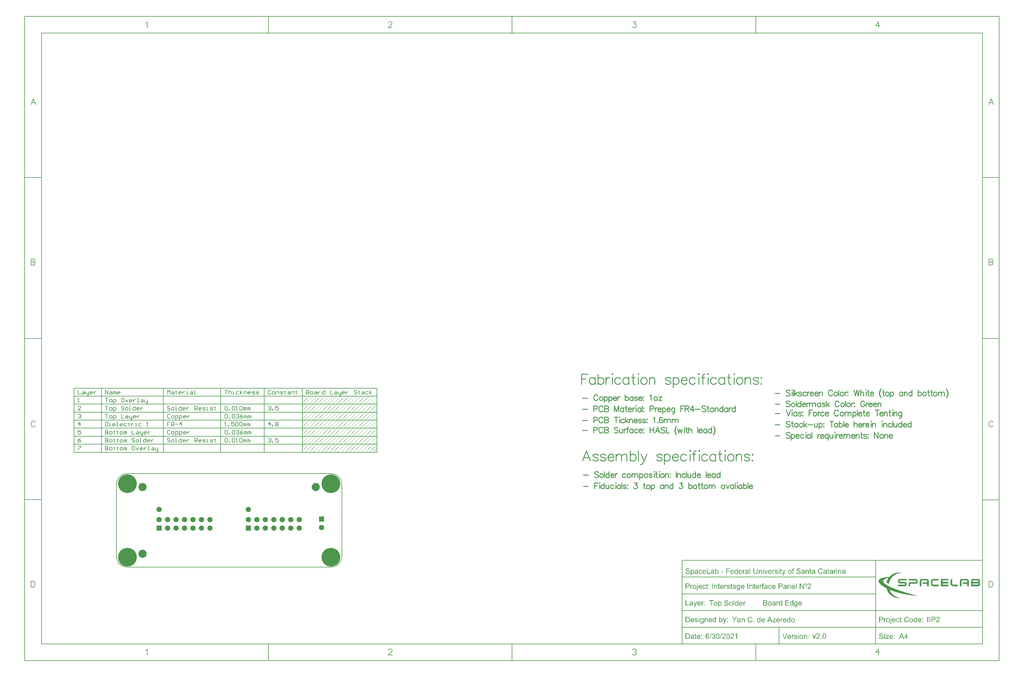
<source format=gts>
G04*
G04 #@! TF.GenerationSoftware,Altium Limited,Altium Designer,18.1.7 (191)*
G04*
G04 Layer_Color=8388736*
%FSLAX25Y25*%
%MOIN*%
G70*
G01*
G75*
%ADD10C,0.00787*%
%ADD11C,0.01000*%
%ADD14C,0.00100*%
%ADD15C,0.00700*%
%ADD17C,0.03594*%
%ADD18C,0.22047*%
%ADD19C,0.06299*%
%ADD20R,0.06299X0.06299*%
%ADD21R,0.06299X0.06299*%
G36*
X238239Y97388D02*
X239339Y94488D01*
X238239Y91388D01*
X235039Y90188D01*
X231939Y91388D01*
X230739Y94488D01*
X231939Y97588D01*
X235039Y98788D01*
X238239Y97388D01*
D02*
G37*
G36*
X33909Y97388D02*
X35009Y94488D01*
X33909Y91388D01*
X30709Y90188D01*
X27609Y91388D01*
X26409Y94488D01*
X27609Y97588D01*
X30709Y98788D01*
X33909Y97388D01*
D02*
G37*
G36*
Y18648D02*
X35009Y15748D01*
X33909Y12648D01*
X30709Y11448D01*
X27609Y12648D01*
X26409Y15748D01*
X27609Y18848D01*
X30709Y20048D01*
X33909Y18648D01*
D02*
G37*
G36*
X799006Y-1464D02*
X799111Y-1474D01*
X799236Y-1493D01*
X799371Y-1512D01*
X799515Y-1541D01*
X799400Y-2214D01*
X799390D01*
X799361Y-2204D01*
X799313Y-2194D01*
X799255Y-2185D01*
X799179D01*
X799102Y-2175D01*
X798938Y-2166D01*
X798881D01*
X798823Y-2175D01*
X798746Y-2185D01*
X798669Y-2204D01*
X798583Y-2233D01*
X798506Y-2271D01*
X798439Y-2319D01*
X798429Y-2329D01*
X798419Y-2348D01*
X798390Y-2387D01*
X798371Y-2444D01*
X798343Y-2521D01*
X798314Y-2627D01*
X798304Y-2742D01*
X798294Y-2886D01*
Y-3300D01*
X799188D01*
Y-3905D01*
X798304D01*
Y-7874D01*
X797526D01*
Y-3905D01*
X796843D01*
Y-3300D01*
X797526D01*
Y-2819D01*
Y-2810D01*
Y-2800D01*
Y-2742D01*
X797535Y-2665D01*
Y-2560D01*
X797545Y-2454D01*
X797564Y-2339D01*
X797583Y-2233D01*
X797612Y-2137D01*
X797622Y-2127D01*
X797631Y-2089D01*
X797660Y-2031D01*
X797699Y-1964D01*
X797756Y-1877D01*
X797823Y-1801D01*
X797900Y-1724D01*
X797997Y-1647D01*
X798006Y-1637D01*
X798054Y-1618D01*
X798112Y-1589D01*
X798208Y-1551D01*
X798314Y-1512D01*
X798458Y-1483D01*
X798612Y-1464D01*
X798794Y-1455D01*
X798919D01*
X799006Y-1464D01*
D02*
G37*
G36*
X850064Y-2444D02*
X849285D01*
Y-1560D01*
X850064D01*
Y-2444D01*
D02*
G37*
G36*
X781957D02*
X781179D01*
Y-1560D01*
X781957D01*
Y-2444D01*
D02*
G37*
G36*
X763343D02*
X762565D01*
Y-1560D01*
X763343D01*
Y-2444D01*
D02*
G37*
G36*
X804704Y-1464D02*
X804772D01*
X804935Y-1483D01*
X805127Y-1512D01*
X805339Y-1551D01*
X805550Y-1608D01*
X805752Y-1685D01*
X805761D01*
X805771Y-1695D01*
X805800Y-1704D01*
X805838Y-1724D01*
X805934Y-1781D01*
X806059Y-1849D01*
X806194Y-1945D01*
X806328Y-2060D01*
X806463Y-2194D01*
X806578Y-2348D01*
X806588Y-2368D01*
X806626Y-2425D01*
X806674Y-2521D01*
X806722Y-2637D01*
X806780Y-2781D01*
X806838Y-2954D01*
X806876Y-3136D01*
X806895Y-3338D01*
X806098Y-3396D01*
Y-3386D01*
Y-3367D01*
X806088Y-3338D01*
X806079Y-3300D01*
X806059Y-3194D01*
X806021Y-3059D01*
X805963Y-2915D01*
X805886Y-2771D01*
X805781Y-2627D01*
X805656Y-2502D01*
X805637Y-2492D01*
X805588Y-2454D01*
X805502Y-2406D01*
X805387Y-2348D01*
X805233Y-2291D01*
X805041Y-2243D01*
X804820Y-2204D01*
X804560Y-2194D01*
X804435D01*
X804378Y-2204D01*
X804301D01*
X804137Y-2233D01*
X803955Y-2262D01*
X803772Y-2310D01*
X803599Y-2377D01*
X803522Y-2425D01*
X803455Y-2473D01*
X803445Y-2483D01*
X803407Y-2521D01*
X803349Y-2579D01*
X803292Y-2665D01*
X803224Y-2761D01*
X803176Y-2877D01*
X803138Y-3002D01*
X803119Y-3146D01*
Y-3165D01*
Y-3204D01*
X803128Y-3271D01*
X803148Y-3348D01*
X803176Y-3434D01*
X803224Y-3530D01*
X803282Y-3617D01*
X803359Y-3703D01*
X803368Y-3713D01*
X803417Y-3742D01*
X803445Y-3761D01*
X803484Y-3790D01*
X803541Y-3809D01*
X803609Y-3838D01*
X803686Y-3876D01*
X803772Y-3915D01*
X803868Y-3943D01*
X803984Y-3982D01*
X804118Y-4030D01*
X804262Y-4069D01*
X804426Y-4107D01*
X804608Y-4155D01*
X804618D01*
X804656Y-4165D01*
X804704Y-4174D01*
X804772Y-4193D01*
X804858Y-4213D01*
X804954Y-4241D01*
X805166Y-4290D01*
X805396Y-4357D01*
X805627Y-4424D01*
X805742Y-4453D01*
X805838Y-4491D01*
X805934Y-4530D01*
X806011Y-4559D01*
X806021D01*
X806040Y-4568D01*
X806059Y-4587D01*
X806098Y-4607D01*
X806194Y-4664D01*
X806319Y-4732D01*
X806453Y-4828D01*
X806588Y-4943D01*
X806713Y-5068D01*
X806818Y-5202D01*
X806828Y-5222D01*
X806857Y-5270D01*
X806905Y-5347D01*
X806953Y-5462D01*
X807001Y-5587D01*
X807049Y-5741D01*
X807078Y-5914D01*
X807088Y-6096D01*
Y-6106D01*
Y-6115D01*
Y-6144D01*
Y-6183D01*
X807068Y-6279D01*
X807049Y-6404D01*
X807020Y-6548D01*
X806963Y-6711D01*
X806895Y-6884D01*
X806799Y-7048D01*
X806790Y-7067D01*
X806742Y-7124D01*
X806684Y-7201D01*
X806588Y-7297D01*
X806472Y-7413D01*
X806328Y-7528D01*
X806155Y-7634D01*
X805963Y-7739D01*
X805954D01*
X805934Y-7749D01*
X805906Y-7759D01*
X805867Y-7778D01*
X805819Y-7797D01*
X805761Y-7816D01*
X805608Y-7855D01*
X805435Y-7903D01*
X805223Y-7941D01*
X805002Y-7970D01*
X804752Y-7980D01*
X804608D01*
X804541Y-7970D01*
X804454D01*
X804358Y-7960D01*
X804253Y-7951D01*
X804032Y-7922D01*
X803791Y-7874D01*
X803551Y-7816D01*
X803321Y-7739D01*
X803311D01*
X803292Y-7730D01*
X803263Y-7711D01*
X803224Y-7691D01*
X803119Y-7634D01*
X802994Y-7547D01*
X802840Y-7442D01*
X802696Y-7317D01*
X802542Y-7163D01*
X802407Y-6990D01*
Y-6980D01*
X802398Y-6971D01*
X802379Y-6942D01*
X802359Y-6903D01*
X802331Y-6855D01*
X802302Y-6798D01*
X802244Y-6654D01*
X802186Y-6490D01*
X802129Y-6288D01*
X802090Y-6077D01*
X802071Y-5846D01*
X802859Y-5779D01*
Y-5789D01*
Y-5798D01*
X802869Y-5856D01*
X802888Y-5942D01*
X802907Y-6058D01*
X802946Y-6183D01*
X802984Y-6317D01*
X803042Y-6442D01*
X803109Y-6567D01*
X803119Y-6577D01*
X803148Y-6615D01*
X803195Y-6673D01*
X803272Y-6740D01*
X803359Y-6817D01*
X803465Y-6903D01*
X803599Y-6980D01*
X803743Y-7057D01*
X803753D01*
X803763Y-7067D01*
X803820Y-7086D01*
X803907Y-7115D01*
X804032Y-7144D01*
X804166Y-7182D01*
X804339Y-7211D01*
X804522Y-7230D01*
X804714Y-7240D01*
X804791D01*
X804887Y-7230D01*
X804993Y-7220D01*
X805127Y-7211D01*
X805262Y-7182D01*
X805406Y-7153D01*
X805550Y-7105D01*
X805569Y-7096D01*
X805608Y-7076D01*
X805675Y-7048D01*
X805752Y-7000D01*
X805848Y-6942D01*
X805934Y-6875D01*
X806021Y-6798D01*
X806098Y-6711D01*
X806107Y-6702D01*
X806127Y-6663D01*
X806155Y-6615D01*
X806194Y-6548D01*
X806223Y-6471D01*
X806252Y-6375D01*
X806271Y-6279D01*
X806280Y-6173D01*
Y-6163D01*
Y-6125D01*
X806271Y-6067D01*
X806261Y-6000D01*
X806242Y-5914D01*
X806203Y-5827D01*
X806165Y-5741D01*
X806107Y-5654D01*
X806098Y-5644D01*
X806079Y-5616D01*
X806030Y-5577D01*
X805973Y-5520D01*
X805896Y-5462D01*
X805800Y-5404D01*
X805675Y-5337D01*
X805540Y-5279D01*
X805531Y-5270D01*
X805492Y-5260D01*
X805415Y-5241D01*
X805367Y-5222D01*
X805310Y-5202D01*
X805233Y-5183D01*
X805156Y-5164D01*
X805060Y-5135D01*
X804964Y-5106D01*
X804848Y-5077D01*
X804714Y-5049D01*
X804570Y-5010D01*
X804416Y-4972D01*
X804406D01*
X804378Y-4962D01*
X804329Y-4953D01*
X804272Y-4933D01*
X804205Y-4914D01*
X804128Y-4895D01*
X803945Y-4847D01*
X803743Y-4780D01*
X803541Y-4712D01*
X803359Y-4645D01*
X803272Y-4616D01*
X803205Y-4578D01*
X803195D01*
X803186Y-4568D01*
X803128Y-4530D01*
X803051Y-4482D01*
X802955Y-4414D01*
X802840Y-4328D01*
X802734Y-4232D01*
X802629Y-4117D01*
X802532Y-3992D01*
X802523Y-3972D01*
X802494Y-3924D01*
X802465Y-3857D01*
X802427Y-3761D01*
X802379Y-3646D01*
X802350Y-3511D01*
X802321Y-3357D01*
X802311Y-3204D01*
Y-3194D01*
Y-3184D01*
Y-3156D01*
Y-3117D01*
X802331Y-3031D01*
X802350Y-2915D01*
X802379Y-2771D01*
X802427Y-2627D01*
X802494Y-2464D01*
X802581Y-2310D01*
Y-2300D01*
X802590Y-2291D01*
X802629Y-2243D01*
X802696Y-2166D01*
X802782Y-2070D01*
X802888Y-1973D01*
X803022Y-1868D01*
X803186Y-1762D01*
X803368Y-1676D01*
X803378D01*
X803388Y-1666D01*
X803417Y-1656D01*
X803465Y-1637D01*
X803513Y-1627D01*
X803570Y-1608D01*
X803705Y-1560D01*
X803878Y-1522D01*
X804070Y-1493D01*
X804291Y-1464D01*
X804522Y-1455D01*
X804637D01*
X804704Y-1464D01*
D02*
G37*
G36*
X673893D02*
X673960D01*
X674124Y-1483D01*
X674316Y-1512D01*
X674527Y-1551D01*
X674739Y-1608D01*
X674940Y-1685D01*
X674950D01*
X674960Y-1695D01*
X674989Y-1704D01*
X675027Y-1724D01*
X675123Y-1781D01*
X675248Y-1849D01*
X675383Y-1945D01*
X675517Y-2060D01*
X675652Y-2194D01*
X675767Y-2348D01*
X675776Y-2368D01*
X675815Y-2425D01*
X675863Y-2521D01*
X675911Y-2637D01*
X675969Y-2781D01*
X676026Y-2954D01*
X676065Y-3136D01*
X676084Y-3338D01*
X675286Y-3396D01*
Y-3386D01*
Y-3367D01*
X675277Y-3338D01*
X675267Y-3300D01*
X675248Y-3194D01*
X675210Y-3059D01*
X675152Y-2915D01*
X675075Y-2771D01*
X674969Y-2627D01*
X674844Y-2502D01*
X674825Y-2492D01*
X674777Y-2454D01*
X674691Y-2406D01*
X674575Y-2348D01*
X674422Y-2291D01*
X674229Y-2243D01*
X674008Y-2204D01*
X673749Y-2194D01*
X673624D01*
X673566Y-2204D01*
X673489D01*
X673326Y-2233D01*
X673143Y-2262D01*
X672961Y-2310D01*
X672788Y-2377D01*
X672711Y-2425D01*
X672644Y-2473D01*
X672634Y-2483D01*
X672596Y-2521D01*
X672538Y-2579D01*
X672480Y-2665D01*
X672413Y-2761D01*
X672365Y-2877D01*
X672327Y-3002D01*
X672307Y-3146D01*
Y-3165D01*
Y-3204D01*
X672317Y-3271D01*
X672336Y-3348D01*
X672365Y-3434D01*
X672413Y-3530D01*
X672471Y-3617D01*
X672548Y-3703D01*
X672557Y-3713D01*
X672605Y-3742D01*
X672634Y-3761D01*
X672673Y-3790D01*
X672730Y-3809D01*
X672797Y-3838D01*
X672874Y-3876D01*
X672961Y-3915D01*
X673057Y-3943D01*
X673172Y-3982D01*
X673307Y-4030D01*
X673451Y-4069D01*
X673614Y-4107D01*
X673797Y-4155D01*
X673806D01*
X673845Y-4165D01*
X673893Y-4174D01*
X673960Y-4193D01*
X674047Y-4213D01*
X674143Y-4241D01*
X674354Y-4290D01*
X674585Y-4357D01*
X674816Y-4424D01*
X674931Y-4453D01*
X675027Y-4491D01*
X675123Y-4530D01*
X675200Y-4559D01*
X675210D01*
X675229Y-4568D01*
X675248Y-4587D01*
X675286Y-4607D01*
X675383Y-4664D01*
X675507Y-4732D01*
X675642Y-4828D01*
X675776Y-4943D01*
X675902Y-5068D01*
X676007Y-5202D01*
X676017Y-5222D01*
X676046Y-5270D01*
X676094Y-5347D01*
X676142Y-5462D01*
X676190Y-5587D01*
X676238Y-5741D01*
X676267Y-5914D01*
X676276Y-6096D01*
Y-6106D01*
Y-6115D01*
Y-6144D01*
Y-6183D01*
X676257Y-6279D01*
X676238Y-6404D01*
X676209Y-6548D01*
X676151Y-6711D01*
X676084Y-6884D01*
X675988Y-7048D01*
X675978Y-7067D01*
X675930Y-7124D01*
X675873Y-7201D01*
X675776Y-7297D01*
X675661Y-7413D01*
X675517Y-7528D01*
X675344Y-7634D01*
X675152Y-7739D01*
X675142D01*
X675123Y-7749D01*
X675094Y-7759D01*
X675056Y-7778D01*
X675008Y-7797D01*
X674950Y-7816D01*
X674796Y-7855D01*
X674623Y-7903D01*
X674412Y-7941D01*
X674191Y-7970D01*
X673941Y-7980D01*
X673797D01*
X673730Y-7970D01*
X673643D01*
X673547Y-7960D01*
X673441Y-7951D01*
X673220Y-7922D01*
X672980Y-7874D01*
X672740Y-7816D01*
X672509Y-7739D01*
X672500D01*
X672480Y-7730D01*
X672451Y-7711D01*
X672413Y-7691D01*
X672307Y-7634D01*
X672182Y-7547D01*
X672029Y-7442D01*
X671884Y-7317D01*
X671731Y-7163D01*
X671596Y-6990D01*
Y-6980D01*
X671587Y-6971D01*
X671567Y-6942D01*
X671548Y-6903D01*
X671519Y-6855D01*
X671490Y-6798D01*
X671433Y-6654D01*
X671375Y-6490D01*
X671317Y-6288D01*
X671279Y-6077D01*
X671260Y-5846D01*
X672048Y-5779D01*
Y-5789D01*
Y-5798D01*
X672057Y-5856D01*
X672077Y-5942D01*
X672096Y-6058D01*
X672134Y-6183D01*
X672173Y-6317D01*
X672230Y-6442D01*
X672298Y-6567D01*
X672307Y-6577D01*
X672336Y-6615D01*
X672384Y-6673D01*
X672461Y-6740D01*
X672548Y-6817D01*
X672653Y-6903D01*
X672788Y-6980D01*
X672932Y-7057D01*
X672942D01*
X672951Y-7067D01*
X673009Y-7086D01*
X673095Y-7115D01*
X673220Y-7144D01*
X673355Y-7182D01*
X673528Y-7211D01*
X673710Y-7230D01*
X673903Y-7240D01*
X673980D01*
X674076Y-7230D01*
X674181Y-7220D01*
X674316Y-7211D01*
X674450Y-7182D01*
X674594Y-7153D01*
X674739Y-7105D01*
X674758Y-7096D01*
X674796Y-7076D01*
X674864Y-7048D01*
X674940Y-7000D01*
X675037Y-6942D01*
X675123Y-6875D01*
X675210Y-6798D01*
X675286Y-6711D01*
X675296Y-6702D01*
X675315Y-6663D01*
X675344Y-6615D01*
X675383Y-6548D01*
X675411Y-6471D01*
X675440Y-6375D01*
X675459Y-6279D01*
X675469Y-6173D01*
Y-6163D01*
Y-6125D01*
X675459Y-6067D01*
X675450Y-6000D01*
X675431Y-5914D01*
X675392Y-5827D01*
X675354Y-5741D01*
X675296Y-5654D01*
X675286Y-5644D01*
X675267Y-5616D01*
X675219Y-5577D01*
X675162Y-5520D01*
X675085Y-5462D01*
X674989Y-5404D01*
X674864Y-5337D01*
X674729Y-5279D01*
X674719Y-5270D01*
X674681Y-5260D01*
X674604Y-5241D01*
X674556Y-5222D01*
X674498Y-5202D01*
X674422Y-5183D01*
X674345Y-5164D01*
X674249Y-5135D01*
X674153Y-5106D01*
X674037Y-5077D01*
X673903Y-5049D01*
X673758Y-5010D01*
X673605Y-4972D01*
X673595D01*
X673566Y-4962D01*
X673518Y-4953D01*
X673460Y-4933D01*
X673393Y-4914D01*
X673316Y-4895D01*
X673134Y-4847D01*
X672932Y-4780D01*
X672730Y-4712D01*
X672548Y-4645D01*
X672461Y-4616D01*
X672394Y-4578D01*
X672384D01*
X672375Y-4568D01*
X672317Y-4530D01*
X672240Y-4482D01*
X672144Y-4414D01*
X672029Y-4328D01*
X671923Y-4232D01*
X671817Y-4117D01*
X671721Y-3992D01*
X671711Y-3972D01*
X671683Y-3924D01*
X671654Y-3857D01*
X671615Y-3761D01*
X671567Y-3646D01*
X671538Y-3511D01*
X671510Y-3357D01*
X671500Y-3204D01*
Y-3194D01*
Y-3184D01*
Y-3156D01*
Y-3117D01*
X671519Y-3031D01*
X671538Y-2915D01*
X671567Y-2771D01*
X671615Y-2627D01*
X671683Y-2464D01*
X671769Y-2310D01*
Y-2300D01*
X671779Y-2291D01*
X671817Y-2243D01*
X671884Y-2166D01*
X671971Y-2070D01*
X672077Y-1973D01*
X672211Y-1868D01*
X672375Y-1762D01*
X672557Y-1676D01*
X672567D01*
X672576Y-1666D01*
X672605Y-1656D01*
X672653Y-1637D01*
X672701Y-1627D01*
X672759Y-1608D01*
X672893Y-1560D01*
X673067Y-1522D01*
X673259Y-1493D01*
X673480Y-1464D01*
X673710Y-1455D01*
X673826D01*
X673893Y-1464D01*
D02*
G37*
G36*
X830728D02*
X830805Y-1474D01*
X830901Y-1483D01*
X831007Y-1493D01*
X831122Y-1512D01*
X831372Y-1570D01*
X831641Y-1656D01*
X831776Y-1714D01*
X831910Y-1781D01*
X832035Y-1858D01*
X832160Y-1945D01*
X832170Y-1954D01*
X832189Y-1964D01*
X832218Y-1993D01*
X832266Y-2031D01*
X832314Y-2079D01*
X832381Y-2146D01*
X832448Y-2214D01*
X832516Y-2291D01*
X832592Y-2387D01*
X832660Y-2483D01*
X832737Y-2598D01*
X832814Y-2723D01*
X832881Y-2848D01*
X832948Y-2992D01*
X833063Y-3300D01*
X832237Y-3492D01*
Y-3482D01*
X832227Y-3463D01*
X832218Y-3425D01*
X832199Y-3376D01*
X832170Y-3319D01*
X832141Y-3252D01*
X832074Y-3108D01*
X831987Y-2944D01*
X831872Y-2771D01*
X831747Y-2617D01*
X831593Y-2483D01*
X831574Y-2473D01*
X831516Y-2435D01*
X831430Y-2387D01*
X831305Y-2319D01*
X831161Y-2262D01*
X830978Y-2214D01*
X830776Y-2175D01*
X830546Y-2166D01*
X830478D01*
X830430Y-2175D01*
X830363D01*
X830296Y-2185D01*
X830123Y-2214D01*
X829931Y-2252D01*
X829729Y-2319D01*
X829527Y-2406D01*
X829335Y-2521D01*
X829325D01*
X829315Y-2541D01*
X829258Y-2589D01*
X829171Y-2665D01*
X829066Y-2771D01*
X828960Y-2906D01*
X828845Y-3059D01*
X828739Y-3252D01*
X828652Y-3463D01*
Y-3473D01*
X828643Y-3492D01*
X828633Y-3521D01*
X828624Y-3569D01*
X828604Y-3617D01*
X828595Y-3684D01*
X828556Y-3838D01*
X828518Y-4020D01*
X828489Y-4222D01*
X828470Y-4443D01*
X828460Y-4674D01*
Y-4684D01*
Y-4712D01*
Y-4751D01*
Y-4808D01*
X828470Y-4876D01*
Y-4962D01*
X828479Y-5049D01*
X828489Y-5145D01*
X828518Y-5366D01*
X828556Y-5606D01*
X828614Y-5846D01*
X828691Y-6077D01*
Y-6087D01*
X828701Y-6106D01*
X828720Y-6135D01*
X828739Y-6173D01*
X828787Y-6288D01*
X828864Y-6413D01*
X828969Y-6567D01*
X829095Y-6711D01*
X829239Y-6855D01*
X829412Y-6980D01*
X829421D01*
X829431Y-6990D01*
X829460Y-7009D01*
X829498Y-7028D01*
X829604Y-7067D01*
X829738Y-7124D01*
X829892Y-7173D01*
X830075Y-7220D01*
X830276Y-7259D01*
X830488Y-7269D01*
X830555D01*
X830603Y-7259D01*
X830661D01*
X830738Y-7249D01*
X830901Y-7220D01*
X831084Y-7173D01*
X831286Y-7096D01*
X831478Y-7000D01*
X831670Y-6865D01*
X831680Y-6855D01*
X831689Y-6846D01*
X831747Y-6788D01*
X831833Y-6692D01*
X831939Y-6567D01*
X832045Y-6394D01*
X832160Y-6192D01*
X832256Y-5942D01*
X832333Y-5664D01*
X833169Y-5875D01*
Y-5885D01*
X833160Y-5923D01*
X833140Y-5971D01*
X833121Y-6048D01*
X833083Y-6125D01*
X833044Y-6231D01*
X833006Y-6336D01*
X832948Y-6452D01*
X832823Y-6711D01*
X832650Y-6971D01*
X832458Y-7220D01*
X832343Y-7336D01*
X832218Y-7442D01*
X832208Y-7451D01*
X832189Y-7461D01*
X832150Y-7490D01*
X832093Y-7528D01*
X832026Y-7566D01*
X831949Y-7615D01*
X831862Y-7663D01*
X831756Y-7711D01*
X831641Y-7759D01*
X831516Y-7807D01*
X831372Y-7855D01*
X831228Y-7893D01*
X830911Y-7960D01*
X830738Y-7970D01*
X830555Y-7980D01*
X830459D01*
X830382Y-7970D01*
X830296D01*
X830200Y-7960D01*
X830084Y-7941D01*
X829969Y-7932D01*
X829700Y-7874D01*
X829421Y-7807D01*
X829152Y-7701D01*
X829018Y-7643D01*
X828893Y-7566D01*
X828883Y-7557D01*
X828864Y-7547D01*
X828835Y-7518D01*
X828787Y-7490D01*
X828672Y-7394D01*
X828537Y-7259D01*
X828374Y-7096D01*
X828220Y-6884D01*
X828057Y-6644D01*
X827922Y-6365D01*
Y-6356D01*
X827912Y-6327D01*
X827893Y-6288D01*
X827874Y-6231D01*
X827845Y-6154D01*
X827816Y-6067D01*
X827787Y-5971D01*
X827759Y-5856D01*
X827730Y-5741D01*
X827701Y-5606D01*
X827643Y-5318D01*
X827605Y-5010D01*
X827595Y-4674D01*
Y-4664D01*
Y-4626D01*
Y-4578D01*
X827605Y-4510D01*
Y-4424D01*
X827614Y-4318D01*
X827624Y-4213D01*
X827643Y-4088D01*
X827691Y-3819D01*
X827749Y-3530D01*
X827845Y-3232D01*
X827970Y-2954D01*
Y-2944D01*
X827989Y-2925D01*
X828008Y-2886D01*
X828037Y-2829D01*
X828076Y-2771D01*
X828124Y-2704D01*
X828249Y-2541D01*
X828393Y-2358D01*
X828576Y-2175D01*
X828797Y-1993D01*
X829037Y-1839D01*
X829046D01*
X829066Y-1820D01*
X829104Y-1801D01*
X829162Y-1781D01*
X829219Y-1752D01*
X829296Y-1714D01*
X829392Y-1685D01*
X829488Y-1647D01*
X829594Y-1608D01*
X829710Y-1579D01*
X829969Y-1512D01*
X830257Y-1474D01*
X830565Y-1455D01*
X830661D01*
X830728Y-1464D01*
D02*
G37*
G36*
X732927Y-7874D02*
X732206D01*
Y-7307D01*
X732197Y-7317D01*
X732187Y-7336D01*
X732158Y-7365D01*
X732120Y-7413D01*
X732082Y-7461D01*
X732024Y-7518D01*
X731957Y-7576D01*
X731880Y-7643D01*
X731793Y-7701D01*
X731697Y-7768D01*
X731591Y-7826D01*
X731486Y-7874D01*
X731361Y-7922D01*
X731226Y-7951D01*
X731082Y-7970D01*
X730928Y-7980D01*
X730871D01*
X730832Y-7970D01*
X730726Y-7960D01*
X730602Y-7941D01*
X730438Y-7903D01*
X730275Y-7855D01*
X730092Y-7778D01*
X729919Y-7682D01*
X729910D01*
X729900Y-7672D01*
X729842Y-7624D01*
X729766Y-7557D01*
X729660Y-7461D01*
X729554Y-7345D01*
X729429Y-7201D01*
X729323Y-7038D01*
X729218Y-6846D01*
Y-6836D01*
X729208Y-6817D01*
X729199Y-6788D01*
X729179Y-6750D01*
X729160Y-6702D01*
X729141Y-6634D01*
X729093Y-6481D01*
X729045Y-6298D01*
X729006Y-6087D01*
X728977Y-5856D01*
X728968Y-5596D01*
Y-5587D01*
Y-5568D01*
Y-5529D01*
Y-5481D01*
X728977Y-5424D01*
Y-5347D01*
X728997Y-5183D01*
X729026Y-4991D01*
X729064Y-4789D01*
X729112Y-4568D01*
X729189Y-4357D01*
Y-4347D01*
X729199Y-4328D01*
X729218Y-4299D01*
X729237Y-4261D01*
X729285Y-4165D01*
X729362Y-4040D01*
X729458Y-3895D01*
X729573Y-3751D01*
X729708Y-3617D01*
X729871Y-3492D01*
X729881D01*
X729890Y-3482D01*
X729948Y-3444D01*
X730044Y-3396D01*
X730169Y-3338D01*
X730323Y-3290D01*
X730496Y-3242D01*
X730688Y-3204D01*
X730890Y-3194D01*
X730957D01*
X731034Y-3204D01*
X731140Y-3213D01*
X731246Y-3242D01*
X731370Y-3271D01*
X731495Y-3319D01*
X731620Y-3376D01*
X731639Y-3386D01*
X731678Y-3405D01*
X731736Y-3444D01*
X731812Y-3501D01*
X731889Y-3559D01*
X731985Y-3636D01*
X732072Y-3732D01*
X732149Y-3828D01*
Y-1560D01*
X732927D01*
Y-7874D01*
D02*
G37*
G36*
X679553Y-3213D02*
X679688Y-3232D01*
X679851Y-3271D01*
X680024Y-3319D01*
X680197Y-3396D01*
X680370Y-3501D01*
X680380D01*
X680389Y-3511D01*
X680447Y-3559D01*
X680524Y-3626D01*
X680630Y-3723D01*
X680735Y-3838D01*
X680851Y-3992D01*
X680956Y-4155D01*
X681052Y-4357D01*
Y-4366D01*
X681062Y-4386D01*
X681072Y-4414D01*
X681091Y-4453D01*
X681110Y-4501D01*
X681129Y-4568D01*
X681168Y-4712D01*
X681206Y-4895D01*
X681245Y-5097D01*
X681274Y-5318D01*
X681283Y-5558D01*
Y-5568D01*
Y-5587D01*
Y-5625D01*
Y-5673D01*
X681274Y-5741D01*
Y-5808D01*
X681254Y-5981D01*
X681216Y-6173D01*
X681177Y-6385D01*
X681110Y-6605D01*
X681024Y-6826D01*
Y-6836D01*
X681014Y-6855D01*
X680995Y-6884D01*
X680976Y-6923D01*
X680918Y-7019D01*
X680841Y-7144D01*
X680735Y-7278D01*
X680610Y-7422D01*
X680466Y-7557D01*
X680293Y-7682D01*
X680284D01*
X680274Y-7691D01*
X680245Y-7711D01*
X680207Y-7730D01*
X680111Y-7778D01*
X679986Y-7826D01*
X679832Y-7884D01*
X679669Y-7932D01*
X679476Y-7970D01*
X679284Y-7980D01*
X679217D01*
X679150Y-7970D01*
X679053Y-7960D01*
X678948Y-7941D01*
X678832Y-7913D01*
X678708Y-7874D01*
X678592Y-7826D01*
X678583Y-7816D01*
X678544Y-7797D01*
X678487Y-7759D01*
X678419Y-7711D01*
X678333Y-7653D01*
X678256Y-7586D01*
X678169Y-7499D01*
X678093Y-7413D01*
Y-9623D01*
X677314D01*
Y-3300D01*
X678025D01*
Y-3895D01*
X678035Y-3876D01*
X678064Y-3838D01*
X678121Y-3780D01*
X678189Y-3703D01*
X678265Y-3617D01*
X678362Y-3530D01*
X678467Y-3444D01*
X678583Y-3376D01*
X678602Y-3367D01*
X678640Y-3348D01*
X678708Y-3319D01*
X678794Y-3280D01*
X678909Y-3252D01*
X679034Y-3223D01*
X679178Y-3204D01*
X679342Y-3194D01*
X679438D01*
X679553Y-3213D01*
D02*
G37*
G36*
X853542Y-3204D02*
X853638Y-3213D01*
X853754Y-3232D01*
X853888Y-3261D01*
X854013Y-3300D01*
X854148Y-3348D01*
X854167Y-3357D01*
X854205Y-3376D01*
X854263Y-3405D01*
X854340Y-3453D01*
X854426Y-3511D01*
X854513Y-3578D01*
X854599Y-3655D01*
X854667Y-3742D01*
X854676Y-3751D01*
X854696Y-3780D01*
X854724Y-3838D01*
X854763Y-3905D01*
X854801Y-3982D01*
X854840Y-4078D01*
X854878Y-4193D01*
X854907Y-4309D01*
Y-4318D01*
X854916Y-4347D01*
X854926Y-4405D01*
X854936Y-4482D01*
Y-4587D01*
X854945Y-4722D01*
X854955Y-4876D01*
Y-5068D01*
Y-7874D01*
X854177D01*
Y-5097D01*
Y-5087D01*
Y-5077D01*
Y-5020D01*
Y-4933D01*
X854167Y-4828D01*
X854157Y-4722D01*
X854138Y-4597D01*
X854109Y-4491D01*
X854080Y-4395D01*
Y-4386D01*
X854061Y-4357D01*
X854042Y-4309D01*
X854013Y-4261D01*
X853965Y-4193D01*
X853907Y-4136D01*
X853840Y-4069D01*
X853763Y-4011D01*
X853754Y-4001D01*
X853725Y-3992D01*
X853677Y-3963D01*
X853610Y-3934D01*
X853533Y-3915D01*
X853437Y-3886D01*
X853341Y-3876D01*
X853225Y-3867D01*
X853139D01*
X853052Y-3886D01*
X852927Y-3905D01*
X852793Y-3943D01*
X852658Y-4001D01*
X852504Y-4078D01*
X852370Y-4184D01*
X852351Y-4203D01*
X852312Y-4251D01*
X852255Y-4328D01*
X852226Y-4386D01*
X852197Y-4453D01*
X852159Y-4530D01*
X852130Y-4616D01*
X852101Y-4712D01*
X852072Y-4818D01*
X852043Y-4943D01*
X852034Y-5077D01*
X852014Y-5222D01*
Y-5375D01*
Y-7874D01*
X851236D01*
Y-3300D01*
X851937D01*
Y-3953D01*
X851947Y-3943D01*
X851957Y-3924D01*
X851985Y-3886D01*
X852034Y-3838D01*
X852082Y-3780D01*
X852149Y-3713D01*
X852216Y-3646D01*
X852303Y-3569D01*
X852408Y-3501D01*
X852514Y-3434D01*
X852629Y-3367D01*
X852764Y-3309D01*
X852899Y-3261D01*
X853052Y-3223D01*
X853216Y-3204D01*
X853389Y-3194D01*
X853456D01*
X853542Y-3204D01*
D02*
G37*
G36*
X815333D02*
X815429Y-3213D01*
X815544Y-3232D01*
X815679Y-3261D01*
X815804Y-3300D01*
X815938Y-3348D01*
X815958Y-3357D01*
X815996Y-3376D01*
X816054Y-3405D01*
X816131Y-3453D01*
X816217Y-3511D01*
X816304Y-3578D01*
X816390Y-3655D01*
X816457Y-3742D01*
X816467Y-3751D01*
X816486Y-3780D01*
X816515Y-3838D01*
X816553Y-3905D01*
X816592Y-3982D01*
X816630Y-4078D01*
X816669Y-4193D01*
X816698Y-4309D01*
Y-4318D01*
X816707Y-4347D01*
X816717Y-4405D01*
X816726Y-4482D01*
Y-4587D01*
X816736Y-4722D01*
X816746Y-4876D01*
Y-5068D01*
Y-7874D01*
X815967D01*
Y-5097D01*
Y-5087D01*
Y-5077D01*
Y-5020D01*
Y-4933D01*
X815958Y-4828D01*
X815948Y-4722D01*
X815929Y-4597D01*
X815900Y-4491D01*
X815871Y-4395D01*
Y-4386D01*
X815852Y-4357D01*
X815833Y-4309D01*
X815804Y-4261D01*
X815756Y-4193D01*
X815698Y-4136D01*
X815631Y-4069D01*
X815554Y-4011D01*
X815544Y-4001D01*
X815516Y-3992D01*
X815467Y-3963D01*
X815400Y-3934D01*
X815323Y-3915D01*
X815227Y-3886D01*
X815131Y-3876D01*
X815016Y-3867D01*
X814929D01*
X814843Y-3886D01*
X814718Y-3905D01*
X814583Y-3943D01*
X814449Y-4001D01*
X814295Y-4078D01*
X814161Y-4184D01*
X814141Y-4203D01*
X814103Y-4251D01*
X814045Y-4328D01*
X814016Y-4386D01*
X813988Y-4453D01*
X813949Y-4530D01*
X813920Y-4616D01*
X813892Y-4712D01*
X813863Y-4818D01*
X813834Y-4943D01*
X813824Y-5077D01*
X813805Y-5222D01*
Y-5375D01*
Y-7874D01*
X813027D01*
Y-3300D01*
X813728D01*
Y-3953D01*
X813738Y-3943D01*
X813747Y-3924D01*
X813776Y-3886D01*
X813824Y-3838D01*
X813872Y-3780D01*
X813939Y-3713D01*
X814007Y-3646D01*
X814093Y-3569D01*
X814199Y-3501D01*
X814305Y-3434D01*
X814420Y-3367D01*
X814555Y-3309D01*
X814689Y-3261D01*
X814843Y-3223D01*
X815006Y-3204D01*
X815179Y-3194D01*
X815246D01*
X815333Y-3204D01*
D02*
G37*
G36*
X759960D02*
X760056Y-3213D01*
X760172Y-3232D01*
X760306Y-3261D01*
X760431Y-3300D01*
X760566Y-3348D01*
X760585Y-3357D01*
X760623Y-3376D01*
X760681Y-3405D01*
X760758Y-3453D01*
X760844Y-3511D01*
X760931Y-3578D01*
X761017Y-3655D01*
X761085Y-3742D01*
X761094Y-3751D01*
X761113Y-3780D01*
X761142Y-3838D01*
X761181Y-3905D01*
X761219Y-3982D01*
X761258Y-4078D01*
X761296Y-4193D01*
X761325Y-4309D01*
Y-4318D01*
X761334Y-4347D01*
X761344Y-4405D01*
X761354Y-4482D01*
Y-4587D01*
X761363Y-4722D01*
X761373Y-4876D01*
Y-5068D01*
Y-7874D01*
X760594D01*
Y-5097D01*
Y-5087D01*
Y-5077D01*
Y-5020D01*
Y-4933D01*
X760585Y-4828D01*
X760575Y-4722D01*
X760556Y-4597D01*
X760527Y-4491D01*
X760498Y-4395D01*
Y-4386D01*
X760479Y-4357D01*
X760460Y-4309D01*
X760431Y-4261D01*
X760383Y-4193D01*
X760325Y-4136D01*
X760258Y-4069D01*
X760181Y-4011D01*
X760172Y-4001D01*
X760143Y-3992D01*
X760095Y-3963D01*
X760027Y-3934D01*
X759950Y-3915D01*
X759854Y-3886D01*
X759758Y-3876D01*
X759643Y-3867D01*
X759556D01*
X759470Y-3886D01*
X759345Y-3905D01*
X759211Y-3943D01*
X759076Y-4001D01*
X758922Y-4078D01*
X758788Y-4184D01*
X758769Y-4203D01*
X758730Y-4251D01*
X758672Y-4328D01*
X758644Y-4386D01*
X758615Y-4453D01*
X758576Y-4530D01*
X758547Y-4616D01*
X758519Y-4712D01*
X758490Y-4818D01*
X758461Y-4943D01*
X758451Y-5077D01*
X758432Y-5222D01*
Y-5375D01*
Y-7874D01*
X757654D01*
Y-3300D01*
X758355D01*
Y-3953D01*
X758365Y-3943D01*
X758375Y-3924D01*
X758403Y-3886D01*
X758451Y-3838D01*
X758499Y-3780D01*
X758567Y-3713D01*
X758634Y-3646D01*
X758720Y-3569D01*
X758826Y-3501D01*
X758932Y-3434D01*
X759047Y-3367D01*
X759182Y-3309D01*
X759316Y-3261D01*
X759470Y-3223D01*
X759633Y-3204D01*
X759806Y-3194D01*
X759874D01*
X759960Y-3204D01*
D02*
G37*
G36*
X848170D02*
X848276Y-3223D01*
X848391Y-3261D01*
X848526Y-3300D01*
X848670Y-3367D01*
X848824Y-3453D01*
X848545Y-4165D01*
X848536Y-4155D01*
X848497Y-4136D01*
X848439Y-4107D01*
X848372Y-4078D01*
X848286Y-4049D01*
X848190Y-4020D01*
X848084Y-4001D01*
X847978Y-3992D01*
X847940D01*
X847892Y-4001D01*
X847824Y-4011D01*
X847757Y-4030D01*
X847680Y-4059D01*
X847603Y-4097D01*
X847526Y-4145D01*
X847517Y-4155D01*
X847498Y-4174D01*
X847459Y-4213D01*
X847421Y-4261D01*
X847373Y-4318D01*
X847325Y-4395D01*
X847286Y-4482D01*
X847248Y-4578D01*
X847238Y-4597D01*
X847229Y-4645D01*
X847209Y-4732D01*
X847190Y-4847D01*
X847161Y-4981D01*
X847142Y-5135D01*
X847132Y-5299D01*
X847123Y-5481D01*
Y-7874D01*
X846344D01*
Y-3300D01*
X847046D01*
Y-3982D01*
X847056Y-3972D01*
X847094Y-3915D01*
X847142Y-3828D01*
X847200Y-3732D01*
X847277Y-3626D01*
X847363Y-3521D01*
X847440Y-3425D01*
X847526Y-3357D01*
X847536Y-3348D01*
X847565Y-3328D01*
X847613Y-3309D01*
X847680Y-3271D01*
X847748Y-3242D01*
X847834Y-3223D01*
X847930Y-3204D01*
X848026Y-3194D01*
X848093D01*
X848170Y-3204D01*
D02*
G37*
G36*
X775653D02*
X775759Y-3223D01*
X775874Y-3261D01*
X776009Y-3300D01*
X776153Y-3367D01*
X776307Y-3453D01*
X776028Y-4165D01*
X776018Y-4155D01*
X775980Y-4136D01*
X775922Y-4107D01*
X775855Y-4078D01*
X775769Y-4049D01*
X775672Y-4020D01*
X775567Y-4001D01*
X775461Y-3992D01*
X775423D01*
X775375Y-4001D01*
X775307Y-4011D01*
X775240Y-4030D01*
X775163Y-4059D01*
X775086Y-4097D01*
X775009Y-4145D01*
X775000Y-4155D01*
X774981Y-4174D01*
X774942Y-4213D01*
X774904Y-4261D01*
X774856Y-4318D01*
X774808Y-4395D01*
X774769Y-4482D01*
X774731Y-4578D01*
X774721Y-4597D01*
X774712Y-4645D01*
X774692Y-4732D01*
X774673Y-4847D01*
X774644Y-4981D01*
X774625Y-5135D01*
X774615Y-5299D01*
X774606Y-5481D01*
Y-7874D01*
X773827D01*
Y-3300D01*
X774529D01*
Y-3982D01*
X774539Y-3972D01*
X774577Y-3915D01*
X774625Y-3828D01*
X774683Y-3732D01*
X774759Y-3626D01*
X774846Y-3521D01*
X774923Y-3425D01*
X775009Y-3357D01*
X775019Y-3348D01*
X775048Y-3328D01*
X775096Y-3309D01*
X775163Y-3271D01*
X775230Y-3242D01*
X775317Y-3223D01*
X775413Y-3204D01*
X775509Y-3194D01*
X775576D01*
X775653Y-3204D01*
D02*
G37*
G36*
X740875D02*
X740980Y-3223D01*
X741096Y-3261D01*
X741230Y-3300D01*
X741374Y-3367D01*
X741528Y-3453D01*
X741250Y-4165D01*
X741240Y-4155D01*
X741201Y-4136D01*
X741144Y-4107D01*
X741077Y-4078D01*
X740990Y-4049D01*
X740894Y-4020D01*
X740788Y-4001D01*
X740683Y-3992D01*
X740644D01*
X740596Y-4001D01*
X740529Y-4011D01*
X740461Y-4030D01*
X740385Y-4059D01*
X740308Y-4097D01*
X740231Y-4145D01*
X740221Y-4155D01*
X740202Y-4174D01*
X740164Y-4213D01*
X740125Y-4261D01*
X740077Y-4318D01*
X740029Y-4395D01*
X739991Y-4482D01*
X739952Y-4578D01*
X739943Y-4597D01*
X739933Y-4645D01*
X739914Y-4732D01*
X739894Y-4847D01*
X739866Y-4981D01*
X739846Y-5135D01*
X739837Y-5299D01*
X739827Y-5481D01*
Y-7874D01*
X739049D01*
Y-3300D01*
X739750D01*
Y-3982D01*
X739760Y-3972D01*
X739798Y-3915D01*
X739846Y-3828D01*
X739904Y-3732D01*
X739981Y-3626D01*
X740067Y-3521D01*
X740144Y-3425D01*
X740231Y-3357D01*
X740240Y-3348D01*
X740269Y-3328D01*
X740317Y-3309D01*
X740385Y-3271D01*
X740452Y-3242D01*
X740538Y-3223D01*
X740634Y-3204D01*
X740730Y-3194D01*
X740798D01*
X740875Y-3204D01*
D02*
G37*
G36*
X778450D02*
X778575Y-3213D01*
X778728Y-3232D01*
X778882Y-3261D01*
X779046Y-3300D01*
X779199Y-3357D01*
X779209D01*
X779219Y-3367D01*
X779267Y-3386D01*
X779344Y-3425D01*
X779430Y-3463D01*
X779526Y-3530D01*
X779632Y-3598D01*
X779728Y-3684D01*
X779805Y-3780D01*
X779814Y-3790D01*
X779834Y-3828D01*
X779872Y-3886D01*
X779920Y-3963D01*
X779959Y-4059D01*
X780007Y-4184D01*
X780045Y-4318D01*
X780084Y-4472D01*
X779324Y-4578D01*
Y-4559D01*
X779315Y-4520D01*
X779295Y-4453D01*
X779267Y-4376D01*
X779228Y-4290D01*
X779171Y-4203D01*
X779103Y-4107D01*
X779017Y-4030D01*
X779007Y-4020D01*
X778969Y-4001D01*
X778911Y-3963D01*
X778834Y-3924D01*
X778738Y-3895D01*
X778613Y-3857D01*
X778479Y-3838D01*
X778315Y-3828D01*
X778229D01*
X778133Y-3838D01*
X778017Y-3847D01*
X777892Y-3876D01*
X777768Y-3905D01*
X777642Y-3953D01*
X777546Y-4011D01*
X777537Y-4020D01*
X777508Y-4040D01*
X777479Y-4078D01*
X777441Y-4126D01*
X777393Y-4184D01*
X777364Y-4261D01*
X777335Y-4338D01*
X777325Y-4424D01*
Y-4434D01*
Y-4453D01*
X777335Y-4482D01*
Y-4520D01*
X777364Y-4607D01*
X777412Y-4703D01*
X777422Y-4712D01*
X777431Y-4722D01*
X777489Y-4770D01*
X777527Y-4808D01*
X777575Y-4837D01*
X777642Y-4876D01*
X777710Y-4905D01*
X777719D01*
X777739Y-4914D01*
X777777Y-4924D01*
X777844Y-4943D01*
X777931Y-4972D01*
X778056Y-5010D01*
X778209Y-5049D01*
X778296Y-5077D01*
X778402Y-5106D01*
X778411D01*
X778440Y-5116D01*
X778479Y-5126D01*
X778536Y-5145D01*
X778604Y-5164D01*
X778680Y-5183D01*
X778853Y-5231D01*
X779046Y-5289D01*
X779238Y-5356D01*
X779411Y-5414D01*
X779488Y-5443D01*
X779555Y-5472D01*
X779574Y-5481D01*
X779613Y-5500D01*
X779670Y-5529D01*
X779738Y-5568D01*
X779824Y-5625D01*
X779911Y-5702D01*
X779987Y-5779D01*
X780064Y-5875D01*
X780074Y-5885D01*
X780093Y-5923D01*
X780122Y-5981D01*
X780160Y-6058D01*
X780199Y-6154D01*
X780228Y-6269D01*
X780247Y-6394D01*
X780257Y-6538D01*
Y-6558D01*
Y-6605D01*
X780247Y-6682D01*
X780228Y-6769D01*
X780199Y-6884D01*
X780160Y-7009D01*
X780103Y-7134D01*
X780026Y-7269D01*
X780016Y-7288D01*
X779987Y-7326D01*
X779930Y-7384D01*
X779853Y-7461D01*
X779766Y-7547D01*
X779651Y-7634D01*
X779517Y-7720D01*
X779363Y-7797D01*
X779344Y-7807D01*
X779286Y-7826D01*
X779199Y-7855D01*
X779084Y-7884D01*
X778940Y-7922D01*
X778777Y-7951D01*
X778594Y-7970D01*
X778402Y-7980D01*
X778315D01*
X778258Y-7970D01*
X778181D01*
X778094Y-7960D01*
X777892Y-7932D01*
X777671Y-7893D01*
X777450Y-7826D01*
X777229Y-7739D01*
X777133Y-7682D01*
X777037Y-7615D01*
X777028D01*
X777018Y-7595D01*
X776960Y-7547D01*
X776883Y-7461D01*
X776787Y-7336D01*
X776691Y-7182D01*
X776595Y-6990D01*
X776509Y-6769D01*
X776451Y-6509D01*
X777220Y-6385D01*
Y-6394D01*
Y-6404D01*
X777229Y-6461D01*
X777258Y-6548D01*
X777287Y-6654D01*
X777335Y-6769D01*
X777393Y-6884D01*
X777479Y-7000D01*
X777575Y-7105D01*
X777585Y-7115D01*
X777633Y-7144D01*
X777700Y-7182D01*
X777787Y-7220D01*
X777912Y-7269D01*
X778046Y-7307D01*
X778219Y-7336D01*
X778402Y-7345D01*
X778488D01*
X778584Y-7336D01*
X778700Y-7317D01*
X778834Y-7297D01*
X778969Y-7259D01*
X779094Y-7201D01*
X779199Y-7134D01*
X779209Y-7124D01*
X779238Y-7096D01*
X779286Y-7048D01*
X779334Y-6990D01*
X779372Y-6913D01*
X779420Y-6817D01*
X779449Y-6721D01*
X779459Y-6615D01*
Y-6605D01*
Y-6567D01*
X779449Y-6529D01*
X779430Y-6461D01*
X779401Y-6404D01*
X779363Y-6327D01*
X779305Y-6260D01*
X779228Y-6202D01*
X779219Y-6192D01*
X779190Y-6183D01*
X779142Y-6163D01*
X779065Y-6125D01*
X778959Y-6096D01*
X778825Y-6048D01*
X778738Y-6019D01*
X778652Y-6000D01*
X778546Y-5971D01*
X778431Y-5942D01*
X778421D01*
X778392Y-5933D01*
X778354Y-5923D01*
X778296Y-5904D01*
X778219Y-5885D01*
X778142Y-5866D01*
X777960Y-5808D01*
X777768Y-5750D01*
X777566Y-5692D01*
X777383Y-5625D01*
X777306Y-5596D01*
X777239Y-5568D01*
X777229Y-5558D01*
X777181Y-5539D01*
X777124Y-5500D01*
X777056Y-5452D01*
X776970Y-5395D01*
X776893Y-5318D01*
X776806Y-5231D01*
X776739Y-5135D01*
X776730Y-5126D01*
X776710Y-5087D01*
X776691Y-5029D01*
X776662Y-4953D01*
X776624Y-4866D01*
X776605Y-4760D01*
X776585Y-4645D01*
X776576Y-4520D01*
Y-4510D01*
Y-4472D01*
X776585Y-4405D01*
X776595Y-4338D01*
X776605Y-4251D01*
X776634Y-4155D01*
X776662Y-4049D01*
X776710Y-3953D01*
X776720Y-3943D01*
X776739Y-3905D01*
X776768Y-3857D01*
X776816Y-3799D01*
X776864Y-3732D01*
X776931Y-3665D01*
X777008Y-3588D01*
X777095Y-3521D01*
X777104Y-3511D01*
X777133Y-3501D01*
X777172Y-3473D01*
X777229Y-3444D01*
X777297Y-3405D01*
X777383Y-3367D01*
X777479Y-3328D01*
X777585Y-3290D01*
X777604D01*
X777642Y-3271D01*
X777700Y-3261D01*
X777787Y-3242D01*
X777892Y-3223D01*
X777998Y-3213D01*
X778123Y-3194D01*
X778344D01*
X778450Y-3204D01*
D02*
G37*
G36*
X689086D02*
X689154D01*
X689221Y-3213D01*
X689394Y-3242D01*
X689586Y-3290D01*
X689797Y-3357D01*
X689999Y-3453D01*
X690182Y-3578D01*
X690192D01*
X690201Y-3598D01*
X690259Y-3646D01*
X690336Y-3732D01*
X690432Y-3847D01*
X690538Y-4001D01*
X690634Y-4184D01*
X690720Y-4405D01*
X690787Y-4645D01*
X690038Y-4760D01*
Y-4751D01*
X690028Y-4741D01*
X690019Y-4684D01*
X689990Y-4607D01*
X689951Y-4501D01*
X689894Y-4386D01*
X689826Y-4270D01*
X689749Y-4165D01*
X689653Y-4069D01*
X689644Y-4059D01*
X689605Y-4030D01*
X689548Y-3992D01*
X689471Y-3943D01*
X689375Y-3905D01*
X689269Y-3867D01*
X689134Y-3838D01*
X689000Y-3828D01*
X688942D01*
X688904Y-3838D01*
X688798Y-3847D01*
X688664Y-3876D01*
X688510Y-3934D01*
X688356Y-4011D01*
X688193Y-4107D01*
X688116Y-4174D01*
X688049Y-4251D01*
X688029Y-4270D01*
X688020Y-4299D01*
X687991Y-4328D01*
X687962Y-4376D01*
X687933Y-4434D01*
X687904Y-4501D01*
X687876Y-4578D01*
X687837Y-4664D01*
X687808Y-4760D01*
X687779Y-4876D01*
X687751Y-4991D01*
X687722Y-5126D01*
X687712Y-5270D01*
X687693Y-5424D01*
Y-5587D01*
Y-5596D01*
Y-5625D01*
Y-5673D01*
X687703Y-5741D01*
Y-5818D01*
X687712Y-5904D01*
X687741Y-6096D01*
X687779Y-6317D01*
X687837Y-6548D01*
X687924Y-6750D01*
X687981Y-6846D01*
X688039Y-6932D01*
X688058Y-6951D01*
X688106Y-7000D01*
X688183Y-7067D01*
X688289Y-7134D01*
X688414Y-7211D01*
X688577Y-7278D01*
X688750Y-7326D01*
X688846Y-7336D01*
X688952Y-7345D01*
X689029D01*
X689115Y-7326D01*
X689221Y-7307D01*
X689336Y-7278D01*
X689471Y-7230D01*
X689596Y-7163D01*
X689711Y-7067D01*
X689721Y-7057D01*
X689759Y-7009D01*
X689817Y-6951D01*
X689874Y-6855D01*
X689942Y-6730D01*
X690009Y-6586D01*
X690067Y-6404D01*
X690105Y-6202D01*
X690864Y-6308D01*
Y-6317D01*
X690855Y-6346D01*
X690845Y-6385D01*
X690835Y-6432D01*
X690816Y-6500D01*
X690797Y-6577D01*
X690739Y-6759D01*
X690653Y-6951D01*
X690538Y-7163D01*
X690393Y-7355D01*
X690220Y-7538D01*
X690211D01*
X690201Y-7557D01*
X690172Y-7576D01*
X690134Y-7605D01*
X690076Y-7643D01*
X690019Y-7682D01*
X689874Y-7759D01*
X689692Y-7836D01*
X689471Y-7913D01*
X689230Y-7960D01*
X689096Y-7970D01*
X688962Y-7980D01*
X688875D01*
X688808Y-7970D01*
X688731Y-7960D01*
X688635Y-7951D01*
X688539Y-7932D01*
X688423Y-7903D01*
X688183Y-7836D01*
X688058Y-7778D01*
X687933Y-7720D01*
X687808Y-7653D01*
X687693Y-7576D01*
X687578Y-7480D01*
X687462Y-7374D01*
X687453Y-7365D01*
X687433Y-7345D01*
X687414Y-7307D01*
X687376Y-7259D01*
X687328Y-7192D01*
X687280Y-7115D01*
X687232Y-7028D01*
X687184Y-6923D01*
X687126Y-6807D01*
X687078Y-6673D01*
X687030Y-6529D01*
X686982Y-6365D01*
X686943Y-6202D01*
X686924Y-6010D01*
X686905Y-5818D01*
X686895Y-5606D01*
Y-5596D01*
Y-5577D01*
Y-5529D01*
Y-5481D01*
X686905Y-5414D01*
Y-5347D01*
X686924Y-5164D01*
X686953Y-4962D01*
X687001Y-4751D01*
X687059Y-4520D01*
X687136Y-4309D01*
Y-4299D01*
X687145Y-4280D01*
X687164Y-4251D01*
X687184Y-4213D01*
X687241Y-4117D01*
X687318Y-3992D01*
X687424Y-3857D01*
X687549Y-3723D01*
X687703Y-3588D01*
X687876Y-3473D01*
X687885D01*
X687895Y-3463D01*
X687924Y-3444D01*
X687962Y-3425D01*
X688068Y-3386D01*
X688202Y-3328D01*
X688356Y-3280D01*
X688548Y-3232D01*
X688750Y-3204D01*
X688962Y-3194D01*
X689038D01*
X689086Y-3204D01*
D02*
G37*
G36*
X715658Y-5981D02*
X713284D01*
Y-5202D01*
X715658D01*
Y-5981D01*
D02*
G37*
G36*
X766514Y-7874D02*
X765784D01*
X764044Y-3300D01*
X764861D01*
X765841Y-6048D01*
X765851Y-6067D01*
X765870Y-6125D01*
X765899Y-6211D01*
X765938Y-6327D01*
X765986Y-6461D01*
X766034Y-6615D01*
X766091Y-6788D01*
X766139Y-6961D01*
X766149Y-6942D01*
X766159Y-6894D01*
X766187Y-6817D01*
X766216Y-6721D01*
X766255Y-6596D01*
X766303Y-6442D01*
X766360Y-6279D01*
X766428Y-6096D01*
X767446Y-3300D01*
X768244D01*
X766514Y-7874D01*
D02*
G37*
G36*
X787599Y-7951D02*
Y-7960D01*
X787589Y-7980D01*
X787570Y-8018D01*
X787550Y-8076D01*
X787531Y-8134D01*
X787502Y-8201D01*
X787445Y-8364D01*
X787368Y-8537D01*
X787301Y-8700D01*
X787233Y-8864D01*
X787195Y-8931D01*
X787166Y-8989D01*
X787156Y-9008D01*
X787128Y-9046D01*
X787089Y-9114D01*
X787032Y-9200D01*
X786955Y-9287D01*
X786878Y-9383D01*
X786782Y-9469D01*
X786686Y-9546D01*
X786676Y-9556D01*
X786637Y-9575D01*
X786580Y-9604D01*
X786503Y-9633D01*
X786416Y-9671D01*
X786301Y-9700D01*
X786186Y-9719D01*
X786051Y-9729D01*
X786013D01*
X785965Y-9719D01*
X785907D01*
X785830Y-9709D01*
X785744Y-9690D01*
X785552Y-9633D01*
X785465Y-8912D01*
X785475D01*
X785503Y-8922D01*
X785552Y-8931D01*
X785619Y-8950D01*
X785753Y-8979D01*
X785907Y-8989D01*
X785955D01*
X785994Y-8979D01*
X786061D01*
X786195Y-8950D01*
X786263Y-8931D01*
X786320Y-8902D01*
X786330D01*
X786349Y-8883D01*
X786378Y-8864D01*
X786407Y-8835D01*
X786493Y-8758D01*
X786580Y-8652D01*
Y-8643D01*
X786589Y-8624D01*
X786609Y-8595D01*
X786637Y-8537D01*
X786666Y-8460D01*
X786705Y-8364D01*
X786753Y-8230D01*
X786810Y-8076D01*
X786820Y-8066D01*
X786830Y-8028D01*
X786859Y-7970D01*
X786887Y-7884D01*
X785148Y-3300D01*
X785974D01*
X786926Y-5933D01*
Y-5942D01*
X786935Y-5952D01*
X786945Y-5981D01*
X786955Y-6019D01*
X786993Y-6125D01*
X787041Y-6260D01*
X787089Y-6413D01*
X787147Y-6596D01*
X787205Y-6788D01*
X787262Y-6990D01*
Y-6980D01*
X787272Y-6971D01*
Y-6942D01*
X787291Y-6903D01*
X787310Y-6798D01*
X787349Y-6673D01*
X787397Y-6519D01*
X787454Y-6346D01*
X787512Y-6163D01*
X787579Y-5971D01*
X788559Y-3300D01*
X789328D01*
X787599Y-7951D01*
D02*
G37*
G36*
X923895Y-6548D02*
X925241D01*
Y-6740D01*
X926394D01*
Y-6932D01*
X927163D01*
Y-7124D01*
X926394D01*
Y-6932D01*
X924856D01*
Y-7124D01*
X923318D01*
Y-7316D01*
X922357D01*
Y-7509D01*
X921588D01*
Y-7701D01*
X921012D01*
Y-7893D01*
X920627D01*
Y-8085D01*
X920051D01*
Y-8277D01*
X919666D01*
Y-8470D01*
X919282D01*
Y-8662D01*
X918897D01*
Y-8854D01*
X918513D01*
Y-9046D01*
X918128D01*
Y-9239D01*
X917936D01*
Y-9431D01*
X917552D01*
Y-9623D01*
X917359D01*
Y-9815D01*
X916975D01*
Y-10008D01*
X916783D01*
Y-10200D01*
X916590D01*
Y-10392D01*
X916398D01*
Y-10584D01*
X916206D01*
Y-10776D01*
X915822D01*
Y-10969D01*
X915629D01*
Y-11161D01*
X915437D01*
Y-11353D01*
X915245D01*
Y-11545D01*
X915053D01*
Y-11738D01*
X914860D01*
Y-11930D01*
Y-12122D01*
X914668D01*
Y-12314D01*
X914476D01*
Y-12506D01*
X914284D01*
Y-12699D01*
X914091D01*
Y-12891D01*
X913899D01*
Y-13083D01*
Y-13275D01*
X913707D01*
Y-13468D01*
X913515D01*
Y-13660D01*
Y-13852D01*
X913323D01*
Y-14044D01*
X913130D01*
Y-14237D01*
Y-14429D01*
X912938D01*
Y-14621D01*
Y-14813D01*
X912746D01*
Y-15006D01*
Y-15198D01*
X912554D01*
Y-15390D01*
Y-15582D01*
X912361D01*
Y-15774D01*
Y-15967D01*
X912169D01*
Y-16159D01*
Y-16351D01*
Y-16543D01*
X911977D01*
Y-16736D01*
Y-16928D01*
X911785D01*
Y-17120D01*
Y-17312D01*
Y-17504D01*
X911592D01*
Y-17697D01*
Y-17889D01*
Y-18081D01*
Y-18273D01*
Y-18466D01*
X911400D01*
Y-18658D01*
Y-18850D01*
Y-19042D01*
Y-19234D01*
X911208D01*
Y-19427D01*
Y-19619D01*
Y-19811D01*
Y-20004D01*
X911016D01*
Y-19811D01*
X910631D01*
Y-19619D01*
X910439D01*
Y-19427D01*
X910055D01*
Y-19234D01*
X909670D01*
Y-19042D01*
X909478D01*
Y-18850D01*
X909093D01*
Y-18658D01*
X908901D01*
Y-18466D01*
X908517D01*
Y-18273D01*
X908325D01*
Y-18081D01*
Y-17889D01*
X908517D01*
Y-17697D01*
Y-17504D01*
Y-17312D01*
Y-17120D01*
X908709D01*
Y-16928D01*
Y-16736D01*
Y-16543D01*
X908901D01*
Y-16351D01*
Y-16159D01*
Y-15967D01*
X909093D01*
Y-15774D01*
Y-15582D01*
X909286D01*
Y-15390D01*
Y-15198D01*
X909478D01*
Y-15006D01*
Y-14813D01*
Y-14621D01*
X909670D01*
Y-14429D01*
X909863D01*
Y-14237D01*
Y-14044D01*
X910055D01*
Y-13852D01*
Y-13660D01*
X910247D01*
Y-13468D01*
Y-13275D01*
X910631D01*
Y-13083D01*
Y-12891D01*
X909286D01*
Y-13083D01*
X908709D01*
Y-13275D01*
X908132D01*
Y-13468D01*
X907556D01*
Y-13660D01*
X907171D01*
Y-13852D01*
X906787D01*
Y-14044D01*
X906402D01*
Y-14237D01*
X906210D01*
Y-14429D01*
X906018D01*
Y-14621D01*
X905633D01*
Y-14813D01*
X905441D01*
Y-15006D01*
X905249D01*
Y-15198D01*
X905057D01*
Y-15390D01*
Y-15582D01*
X904865D01*
Y-15774D01*
X904672D01*
Y-15967D01*
Y-16159D01*
X904480D01*
Y-16351D01*
Y-16543D01*
Y-16736D01*
Y-16928D01*
Y-17120D01*
Y-17312D01*
X904672D01*
Y-17504D01*
Y-17697D01*
X904865D01*
Y-17889D01*
X905057D01*
Y-18081D01*
Y-18273D01*
X905249D01*
Y-18466D01*
X905441D01*
Y-18658D01*
X905633D01*
Y-18850D01*
X905826D01*
Y-19042D01*
X906018D01*
Y-19234D01*
X906210D01*
Y-19427D01*
X906402D01*
Y-19619D01*
X906787D01*
Y-19811D01*
X906979D01*
Y-20004D01*
X907171D01*
Y-20196D01*
X907556D01*
Y-20388D01*
X907748D01*
Y-20580D01*
X907940D01*
Y-20772D01*
X908325D01*
Y-20965D01*
X908709D01*
Y-21157D01*
X908901D01*
Y-21349D01*
X909286D01*
Y-21541D01*
X909670D01*
Y-21734D01*
X909863D01*
Y-21926D01*
X910247D01*
Y-22118D01*
X910631D01*
Y-22310D01*
X911016D01*
Y-22502D01*
X911400D01*
Y-22695D01*
X911785D01*
Y-22887D01*
X912169D01*
Y-23079D01*
X912554D01*
Y-23271D01*
X912938D01*
Y-23464D01*
X913323D01*
Y-23656D01*
X913707D01*
Y-23848D01*
X914284D01*
Y-24040D01*
X914668D01*
Y-24232D01*
X915053D01*
Y-24425D01*
X915437D01*
Y-24617D01*
X916014D01*
Y-24809D01*
X916398D01*
Y-25001D01*
X916783D01*
Y-25194D01*
X917359D01*
Y-25386D01*
X917936D01*
Y-25578D01*
X918320D01*
Y-25770D01*
X918897D01*
Y-25962D01*
X919282D01*
Y-26155D01*
X919858D01*
Y-26347D01*
X920435D01*
Y-26539D01*
X920819D01*
Y-26732D01*
X921396D01*
Y-26924D01*
X921973D01*
Y-27116D01*
X922550D01*
Y-27308D01*
X923126D01*
Y-27500D01*
X923511D01*
Y-27693D01*
X924280D01*
Y-27885D01*
X924664D01*
Y-28077D01*
X925241D01*
Y-28269D01*
X926010D01*
Y-28462D01*
X926394D01*
Y-28654D01*
X927163D01*
Y-28846D01*
X927740D01*
Y-29038D01*
X928316D01*
Y-29230D01*
X928893D01*
Y-29423D01*
X929470D01*
Y-29615D01*
X930046D01*
Y-29807D01*
X930623D01*
Y-29999D01*
X931392D01*
Y-30192D01*
X931969D01*
Y-30384D01*
X932545D01*
Y-30576D01*
X933314D01*
Y-30768D01*
X933891D01*
Y-30961D01*
X934468D01*
Y-31153D01*
X935237D01*
Y-31345D01*
X935813D01*
Y-31537D01*
X936390D01*
Y-31729D01*
X937159D01*
Y-31922D01*
X937736D01*
Y-32114D01*
X938505D01*
Y-32306D01*
X939081D01*
Y-32498D01*
X939850D01*
Y-32691D01*
X940427D01*
Y-32883D01*
X941196D01*
Y-33075D01*
X941965D01*
Y-33267D01*
X942541D01*
Y-33459D01*
X943310D01*
Y-33652D01*
X943887D01*
Y-33844D01*
X944656D01*
Y-34036D01*
X943695D01*
Y-33844D01*
X941772D01*
Y-33652D01*
X940042D01*
Y-33459D01*
X938312D01*
Y-33267D01*
X937159D01*
Y-33075D01*
X935813D01*
Y-32883D01*
X934468D01*
Y-32691D01*
X933507D01*
Y-32498D01*
X932161D01*
Y-32306D01*
X931200D01*
Y-32114D01*
X930239D01*
Y-31922D01*
X929085D01*
Y-31729D01*
X928316D01*
Y-31537D01*
X927355D01*
Y-31345D01*
X926586D01*
Y-31153D01*
X925817D01*
Y-30961D01*
X924856D01*
Y-30768D01*
X924280D01*
Y-30576D01*
X923511D01*
Y-30384D01*
X922742D01*
Y-30192D01*
X921973D01*
Y-29999D01*
X921204D01*
Y-29807D01*
X920627D01*
Y-29615D01*
X920051D01*
Y-29423D01*
X919474D01*
Y-29230D01*
X918705D01*
Y-29038D01*
X918128D01*
Y-28846D01*
X917552D01*
Y-28654D01*
X916975D01*
Y-28462D01*
X916398D01*
Y-28269D01*
X915822D01*
Y-28077D01*
X915245D01*
Y-27885D01*
X914860D01*
Y-27693D01*
X914284D01*
Y-27500D01*
X913899D01*
Y-27308D01*
X913323D01*
Y-27116D01*
X912938D01*
Y-26924D01*
X912361D01*
Y-26732D01*
X912169D01*
Y-26924D01*
Y-27116D01*
Y-27308D01*
X912361D01*
Y-27500D01*
Y-27693D01*
X912554D01*
Y-27885D01*
Y-28077D01*
Y-28269D01*
X912746D01*
Y-28462D01*
X912938D01*
Y-28654D01*
Y-28846D01*
X913130D01*
Y-29038D01*
Y-29230D01*
X913323D01*
Y-29423D01*
Y-29615D01*
X913515D01*
Y-29807D01*
X913707D01*
Y-29999D01*
Y-30192D01*
X913899D01*
Y-30384D01*
X914091D01*
Y-30576D01*
X914284D01*
Y-30768D01*
Y-30961D01*
X914476D01*
Y-31153D01*
X914668D01*
Y-31345D01*
X914860D01*
Y-31537D01*
X915053D01*
Y-31729D01*
X915245D01*
Y-31922D01*
X915437D01*
Y-32114D01*
X915629D01*
Y-32306D01*
X915822D01*
Y-32498D01*
X916014D01*
Y-32691D01*
X916206D01*
Y-32883D01*
X916398D01*
Y-33075D01*
X916783D01*
Y-33267D01*
X916975D01*
Y-33459D01*
X917167D01*
Y-33652D01*
X917552D01*
Y-33844D01*
X917744D01*
Y-34036D01*
X918128D01*
Y-34228D01*
X918320D01*
Y-34421D01*
X918705D01*
Y-34613D01*
X919089D01*
Y-34805D01*
X919474D01*
Y-34997D01*
X919858D01*
Y-35190D01*
X920435D01*
Y-35382D01*
X920819D01*
Y-35574D01*
X921396D01*
Y-35766D01*
X921973D01*
Y-35958D01*
X922934D01*
Y-36151D01*
X924087D01*
Y-36343D01*
X924664D01*
Y-36535D01*
X921588D01*
Y-36343D01*
X920051D01*
Y-36151D01*
X919282D01*
Y-35958D01*
X918513D01*
Y-35766D01*
X918128D01*
Y-35574D01*
X917552D01*
Y-35382D01*
X916975D01*
Y-35190D01*
X916590D01*
Y-34997D01*
X916206D01*
Y-34805D01*
X915822D01*
Y-34613D01*
X915437D01*
Y-34421D01*
X915245D01*
Y-34228D01*
X914860D01*
Y-34036D01*
X914668D01*
Y-33844D01*
X914284D01*
Y-33652D01*
X914091D01*
Y-33459D01*
X913707D01*
Y-33267D01*
X913515D01*
Y-33075D01*
X913323D01*
Y-32883D01*
X913130D01*
Y-32691D01*
X912938D01*
Y-32498D01*
X912746D01*
Y-32306D01*
X912361D01*
Y-32114D01*
X912169D01*
Y-31922D01*
Y-31729D01*
X911977D01*
Y-31537D01*
X911785D01*
Y-31345D01*
X911592D01*
Y-31153D01*
X911400D01*
Y-30961D01*
X911208D01*
Y-30768D01*
X911016D01*
Y-30576D01*
Y-30384D01*
X910824D01*
Y-30192D01*
X910631D01*
Y-29999D01*
X910439D01*
Y-29807D01*
Y-29615D01*
X910247D01*
Y-29423D01*
Y-29230D01*
X910055D01*
Y-29038D01*
X909863D01*
Y-28846D01*
Y-28654D01*
X909670D01*
Y-28462D01*
Y-28269D01*
X909478D01*
Y-28077D01*
Y-27885D01*
X909286D01*
Y-27693D01*
Y-27500D01*
X909093D01*
Y-27308D01*
Y-27116D01*
Y-26924D01*
X908901D01*
Y-26732D01*
Y-26539D01*
Y-26347D01*
X908709D01*
Y-26155D01*
Y-25962D01*
X908517D01*
Y-25770D01*
Y-25578D01*
Y-25386D01*
Y-25194D01*
X908325D01*
Y-25001D01*
Y-24809D01*
X907940D01*
Y-24617D01*
X907556D01*
Y-24425D01*
X907171D01*
Y-24232D01*
X906787D01*
Y-24040D01*
X906595D01*
Y-23848D01*
X906210D01*
Y-23656D01*
X905826D01*
Y-23464D01*
X905441D01*
Y-23271D01*
X905249D01*
Y-23079D01*
X904865D01*
Y-22887D01*
X904672D01*
Y-22695D01*
X904288D01*
Y-22502D01*
X903903D01*
Y-22310D01*
X903711D01*
Y-22118D01*
X903327D01*
Y-21926D01*
X903135D01*
Y-21734D01*
X902942D01*
Y-21541D01*
X902558D01*
Y-21349D01*
X902365D01*
Y-21157D01*
X902173D01*
Y-20965D01*
X901981D01*
Y-20772D01*
X901597D01*
Y-20580D01*
X901404D01*
Y-20388D01*
X901212D01*
Y-20196D01*
X901020D01*
Y-20004D01*
X900828D01*
Y-19811D01*
X900636D01*
Y-19619D01*
X900443D01*
Y-19427D01*
X900251D01*
Y-19234D01*
Y-19042D01*
X900059D01*
Y-18850D01*
X899867D01*
Y-18658D01*
X899674D01*
Y-18466D01*
Y-18273D01*
X899482D01*
Y-18081D01*
Y-17889D01*
X899290D01*
Y-17697D01*
Y-17504D01*
X899098D01*
Y-17312D01*
Y-17120D01*
Y-16928D01*
Y-16736D01*
X898905D01*
Y-16543D01*
Y-16351D01*
Y-16159D01*
X899098D01*
Y-15967D01*
Y-15774D01*
Y-15582D01*
X899290D01*
Y-15390D01*
Y-15198D01*
X899482D01*
Y-15006D01*
Y-14813D01*
X899674D01*
Y-14621D01*
X899867D01*
Y-14429D01*
X900059D01*
Y-14237D01*
X900443D01*
Y-14044D01*
X900636D01*
Y-13852D01*
X901020D01*
Y-13660D01*
X901404D01*
Y-13468D01*
X901789D01*
Y-13275D01*
X902173D01*
Y-13083D01*
X902750D01*
Y-12891D01*
X903519D01*
Y-12699D01*
X904096D01*
Y-12506D01*
X905057D01*
Y-12314D01*
X906018D01*
Y-12122D01*
X907556D01*
Y-11930D01*
X910055D01*
Y-11738D01*
X911592D01*
Y-11545D01*
X911785D01*
Y-11353D01*
X911977D01*
Y-11161D01*
X912169D01*
Y-10969D01*
X912361D01*
Y-10776D01*
X912554D01*
Y-10584D01*
X912746D01*
Y-10392D01*
X912938D01*
Y-10200D01*
X913130D01*
Y-10008D01*
X913323D01*
Y-9815D01*
X913707D01*
Y-9623D01*
X913899D01*
Y-9431D01*
X914091D01*
Y-9239D01*
X914476D01*
Y-9046D01*
X914668D01*
Y-8854D01*
X915053D01*
Y-8662D01*
X915245D01*
Y-8470D01*
X915629D01*
Y-8277D01*
X916014D01*
Y-8085D01*
X916398D01*
Y-7893D01*
X916783D01*
Y-7701D01*
X917167D01*
Y-7509D01*
X917744D01*
Y-7316D01*
X918320D01*
Y-7124D01*
X918897D01*
Y-6932D01*
X919666D01*
Y-6740D01*
X920819D01*
Y-6548D01*
X922165D01*
Y-6355D01*
X923895D01*
Y-6548D01*
D02*
G37*
G36*
X756366Y-5212D02*
Y-5222D01*
Y-5251D01*
Y-5299D01*
Y-5366D01*
X756356Y-5452D01*
Y-5539D01*
X756347Y-5644D01*
X756337Y-5760D01*
X756308Y-6000D01*
X756270Y-6250D01*
X756222Y-6500D01*
X756145Y-6721D01*
Y-6730D01*
X756135Y-6750D01*
X756126Y-6779D01*
X756107Y-6817D01*
X756049Y-6913D01*
X755972Y-7048D01*
X755866Y-7192D01*
X755732Y-7345D01*
X755559Y-7490D01*
X755367Y-7634D01*
X755357D01*
X755338Y-7653D01*
X755309Y-7663D01*
X755261Y-7691D01*
X755213Y-7711D01*
X755146Y-7739D01*
X755059Y-7778D01*
X754973Y-7807D01*
X754877Y-7836D01*
X754761Y-7874D01*
X754646Y-7903D01*
X754511Y-7922D01*
X754223Y-7960D01*
X753896Y-7980D01*
X753810D01*
X753752Y-7970D01*
X753675D01*
X753589Y-7960D01*
X753493Y-7951D01*
X753387Y-7941D01*
X753156Y-7903D01*
X752916Y-7855D01*
X752666Y-7778D01*
X752445Y-7682D01*
X752435D01*
X752416Y-7663D01*
X752397Y-7653D01*
X752359Y-7624D01*
X752253Y-7557D01*
X752138Y-7451D01*
X752003Y-7326D01*
X751878Y-7182D01*
X751753Y-7000D01*
X751648Y-6798D01*
Y-6788D01*
X751638Y-6769D01*
X751628Y-6740D01*
X751609Y-6692D01*
X751590Y-6634D01*
X751571Y-6558D01*
X751551Y-6471D01*
X751532Y-6375D01*
X751503Y-6269D01*
X751484Y-6154D01*
X751465Y-6019D01*
X751446Y-5885D01*
X751427Y-5731D01*
X751417Y-5568D01*
X751407Y-5395D01*
Y-5212D01*
Y-1560D01*
X752243D01*
Y-5212D01*
Y-5222D01*
Y-5251D01*
Y-5289D01*
Y-5347D01*
Y-5414D01*
X752253Y-5491D01*
X752262Y-5673D01*
X752282Y-5866D01*
X752301Y-6067D01*
X752339Y-6260D01*
X752359Y-6346D01*
X752388Y-6423D01*
X752397Y-6442D01*
X752416Y-6490D01*
X752455Y-6558D01*
X752512Y-6644D01*
X752580Y-6740D01*
X752676Y-6846D01*
X752781Y-6942D01*
X752916Y-7028D01*
X752935Y-7038D01*
X752983Y-7057D01*
X753060Y-7096D01*
X753166Y-7124D01*
X753300Y-7163D01*
X753454Y-7201D01*
X753627Y-7220D01*
X753819Y-7230D01*
X753906D01*
X753973Y-7220D01*
X754050D01*
X754137Y-7211D01*
X754329Y-7182D01*
X754550Y-7124D01*
X754761Y-7057D01*
X754963Y-6951D01*
X755059Y-6894D01*
X755136Y-6817D01*
Y-6807D01*
X755155Y-6798D01*
X755174Y-6769D01*
X755194Y-6730D01*
X755232Y-6682D01*
X755261Y-6625D01*
X755299Y-6548D01*
X755338Y-6461D01*
X755367Y-6356D01*
X755405Y-6240D01*
X755443Y-6115D01*
X755472Y-5962D01*
X755491Y-5798D01*
X755511Y-5625D01*
X755530Y-5424D01*
Y-5212D01*
Y-1560D01*
X756366D01*
Y-5212D01*
D02*
G37*
G36*
X858270Y-3204D02*
X858405Y-3213D01*
X858559Y-3232D01*
X858722Y-3252D01*
X858876Y-3290D01*
X859020Y-3338D01*
X859039Y-3348D01*
X859078Y-3357D01*
X859145Y-3396D01*
X859222Y-3434D01*
X859308Y-3482D01*
X859404Y-3540D01*
X859481Y-3607D01*
X859558Y-3684D01*
X859568Y-3694D01*
X859587Y-3723D01*
X859616Y-3761D01*
X859654Y-3828D01*
X859693Y-3905D01*
X859731Y-3992D01*
X859770Y-4097D01*
X859798Y-4213D01*
Y-4222D01*
X859808Y-4251D01*
X859818Y-4299D01*
X859827Y-4376D01*
Y-4472D01*
X859837Y-4597D01*
X859846Y-4741D01*
Y-4924D01*
Y-5962D01*
Y-5971D01*
Y-6010D01*
Y-6067D01*
Y-6135D01*
Y-6221D01*
Y-6317D01*
X859856Y-6538D01*
Y-6779D01*
X859866Y-7000D01*
X859875Y-7105D01*
Y-7192D01*
X859885Y-7269D01*
X859894Y-7336D01*
Y-7345D01*
X859904Y-7384D01*
X859914Y-7442D01*
X859933Y-7509D01*
X859962Y-7586D01*
X860000Y-7682D01*
X860087Y-7874D01*
X859280D01*
X859270Y-7864D01*
X859260Y-7836D01*
X859241Y-7778D01*
X859212Y-7711D01*
X859183Y-7624D01*
X859164Y-7528D01*
X859145Y-7422D01*
X859126Y-7297D01*
X859107Y-7317D01*
X859049Y-7355D01*
X858972Y-7422D01*
X858857Y-7499D01*
X858732Y-7595D01*
X858588Y-7682D01*
X858443Y-7759D01*
X858290Y-7826D01*
X858270Y-7836D01*
X858222Y-7845D01*
X858146Y-7874D01*
X858040Y-7903D01*
X857905Y-7932D01*
X857761Y-7951D01*
X857607Y-7970D01*
X857434Y-7980D01*
X857367D01*
X857309Y-7970D01*
X857252D01*
X857175Y-7960D01*
X857012Y-7932D01*
X856819Y-7893D01*
X856637Y-7826D01*
X856444Y-7739D01*
X856281Y-7615D01*
X856262Y-7595D01*
X856214Y-7547D01*
X856156Y-7470D01*
X856079Y-7355D01*
X856003Y-7220D01*
X855945Y-7067D01*
X855897Y-6875D01*
X855877Y-6673D01*
Y-6654D01*
Y-6615D01*
X855887Y-6548D01*
X855897Y-6471D01*
X855916Y-6375D01*
X855935Y-6269D01*
X855974Y-6163D01*
X856022Y-6058D01*
X856031Y-6048D01*
X856050Y-6010D01*
X856079Y-5962D01*
X856127Y-5894D01*
X856185Y-5827D01*
X856262Y-5750D01*
X856339Y-5683D01*
X856425Y-5616D01*
X856435Y-5606D01*
X856473Y-5587D01*
X856521Y-5558D01*
X856589Y-5520D01*
X856675Y-5472D01*
X856762Y-5433D01*
X856867Y-5395D01*
X856983Y-5356D01*
X856992D01*
X857031Y-5347D01*
X857079Y-5337D01*
X857156Y-5318D01*
X857252Y-5299D01*
X857377Y-5279D01*
X857511Y-5260D01*
X857675Y-5241D01*
X857684D01*
X857713Y-5231D01*
X857761D01*
X857828Y-5222D01*
X857905Y-5212D01*
X857992Y-5202D01*
X858203Y-5164D01*
X858424Y-5126D01*
X858655Y-5087D01*
X858876Y-5029D01*
X858972Y-5001D01*
X859058Y-4972D01*
Y-4962D01*
Y-4943D01*
X859068Y-4885D01*
Y-4818D01*
Y-4789D01*
Y-4770D01*
Y-4760D01*
Y-4751D01*
Y-4693D01*
X859058Y-4607D01*
X859039Y-4510D01*
X859010Y-4405D01*
X858972Y-4290D01*
X858924Y-4193D01*
X858847Y-4107D01*
X858837Y-4097D01*
X858789Y-4069D01*
X858722Y-4020D01*
X858626Y-3972D01*
X858501Y-3924D01*
X858347Y-3876D01*
X858165Y-3847D01*
X857963Y-3838D01*
X857876D01*
X857780Y-3847D01*
X857655Y-3857D01*
X857521Y-3886D01*
X857396Y-3915D01*
X857261Y-3963D01*
X857156Y-4030D01*
X857146Y-4040D01*
X857117Y-4069D01*
X857069Y-4117D01*
X857012Y-4184D01*
X856944Y-4280D01*
X856887Y-4395D01*
X856819Y-4539D01*
X856771Y-4703D01*
X856012Y-4597D01*
Y-4587D01*
X856022Y-4578D01*
X856031Y-4520D01*
X856060Y-4434D01*
X856089Y-4318D01*
X856137Y-4193D01*
X856195Y-4069D01*
X856262Y-3934D01*
X856348Y-3819D01*
X856358Y-3809D01*
X856396Y-3771D01*
X856444Y-3713D01*
X856521Y-3646D01*
X856618Y-3578D01*
X856742Y-3501D01*
X856877Y-3425D01*
X857031Y-3357D01*
X857040D01*
X857050Y-3348D01*
X857079Y-3338D01*
X857108Y-3328D01*
X857204Y-3309D01*
X857329Y-3271D01*
X857482Y-3242D01*
X857655Y-3223D01*
X857857Y-3204D01*
X858069Y-3194D01*
X858165D01*
X858270Y-3204D01*
D02*
G37*
G36*
X850064Y-7874D02*
X849285D01*
Y-3300D01*
X850064D01*
Y-7874D01*
D02*
G37*
G36*
X843577Y-3204D02*
X843711Y-3213D01*
X843865Y-3232D01*
X844028Y-3252D01*
X844182Y-3290D01*
X844326Y-3338D01*
X844346Y-3348D01*
X844384Y-3357D01*
X844451Y-3396D01*
X844528Y-3434D01*
X844615Y-3482D01*
X844711Y-3540D01*
X844788Y-3607D01*
X844864Y-3684D01*
X844874Y-3694D01*
X844893Y-3723D01*
X844922Y-3761D01*
X844961Y-3828D01*
X844999Y-3905D01*
X845037Y-3992D01*
X845076Y-4097D01*
X845105Y-4213D01*
Y-4222D01*
X845114Y-4251D01*
X845124Y-4299D01*
X845134Y-4376D01*
Y-4472D01*
X845143Y-4597D01*
X845153Y-4741D01*
Y-4924D01*
Y-5962D01*
Y-5971D01*
Y-6010D01*
Y-6067D01*
Y-6135D01*
Y-6221D01*
Y-6317D01*
X845162Y-6538D01*
Y-6779D01*
X845172Y-7000D01*
X845182Y-7105D01*
Y-7192D01*
X845191Y-7269D01*
X845201Y-7336D01*
Y-7345D01*
X845210Y-7384D01*
X845220Y-7442D01*
X845239Y-7509D01*
X845268Y-7586D01*
X845307Y-7682D01*
X845393Y-7874D01*
X844586D01*
X844576Y-7864D01*
X844567Y-7836D01*
X844547Y-7778D01*
X844518Y-7711D01*
X844490Y-7624D01*
X844471Y-7528D01*
X844451Y-7422D01*
X844432Y-7297D01*
X844413Y-7317D01*
X844355Y-7355D01*
X844278Y-7422D01*
X844163Y-7499D01*
X844038Y-7595D01*
X843894Y-7682D01*
X843750Y-7759D01*
X843596Y-7826D01*
X843577Y-7836D01*
X843529Y-7845D01*
X843452Y-7874D01*
X843346Y-7903D01*
X843212Y-7932D01*
X843067Y-7951D01*
X842914Y-7970D01*
X842741Y-7980D01*
X842673D01*
X842616Y-7970D01*
X842558D01*
X842481Y-7960D01*
X842318Y-7932D01*
X842126Y-7893D01*
X841943Y-7826D01*
X841751Y-7739D01*
X841588Y-7615D01*
X841568Y-7595D01*
X841520Y-7547D01*
X841463Y-7470D01*
X841386Y-7355D01*
X841309Y-7220D01*
X841251Y-7067D01*
X841203Y-6875D01*
X841184Y-6673D01*
Y-6654D01*
Y-6615D01*
X841193Y-6548D01*
X841203Y-6471D01*
X841222Y-6375D01*
X841241Y-6269D01*
X841280Y-6163D01*
X841328Y-6058D01*
X841338Y-6048D01*
X841357Y-6010D01*
X841386Y-5962D01*
X841434Y-5894D01*
X841491Y-5827D01*
X841568Y-5750D01*
X841645Y-5683D01*
X841732Y-5616D01*
X841741Y-5606D01*
X841780Y-5587D01*
X841828Y-5558D01*
X841895Y-5520D01*
X841982Y-5472D01*
X842068Y-5433D01*
X842174Y-5395D01*
X842289Y-5356D01*
X842299D01*
X842337Y-5347D01*
X842385Y-5337D01*
X842462Y-5318D01*
X842558Y-5299D01*
X842683Y-5279D01*
X842818Y-5260D01*
X842981Y-5241D01*
X842990D01*
X843019Y-5231D01*
X843067D01*
X843135Y-5222D01*
X843212Y-5212D01*
X843298Y-5202D01*
X843509Y-5164D01*
X843731Y-5126D01*
X843961Y-5087D01*
X844182Y-5029D01*
X844278Y-5001D01*
X844365Y-4972D01*
Y-4962D01*
Y-4943D01*
X844374Y-4885D01*
Y-4818D01*
Y-4789D01*
Y-4770D01*
Y-4760D01*
Y-4751D01*
Y-4693D01*
X844365Y-4607D01*
X844346Y-4510D01*
X844317Y-4405D01*
X844278Y-4290D01*
X844230Y-4193D01*
X844153Y-4107D01*
X844144Y-4097D01*
X844096Y-4069D01*
X844028Y-4020D01*
X843932Y-3972D01*
X843807Y-3924D01*
X843654Y-3876D01*
X843471Y-3847D01*
X843269Y-3838D01*
X843183D01*
X843087Y-3847D01*
X842962Y-3857D01*
X842827Y-3886D01*
X842702Y-3915D01*
X842568Y-3963D01*
X842462Y-4030D01*
X842452Y-4040D01*
X842424Y-4069D01*
X842375Y-4117D01*
X842318Y-4184D01*
X842251Y-4280D01*
X842193Y-4395D01*
X842126Y-4539D01*
X842078Y-4703D01*
X841318Y-4597D01*
Y-4587D01*
X841328Y-4578D01*
X841338Y-4520D01*
X841366Y-4434D01*
X841395Y-4318D01*
X841443Y-4193D01*
X841501Y-4069D01*
X841568Y-3934D01*
X841655Y-3819D01*
X841664Y-3809D01*
X841703Y-3771D01*
X841751Y-3713D01*
X841828Y-3646D01*
X841924Y-3578D01*
X842049Y-3501D01*
X842183Y-3425D01*
X842337Y-3357D01*
X842347D01*
X842356Y-3348D01*
X842385Y-3338D01*
X842414Y-3328D01*
X842510Y-3309D01*
X842635Y-3271D01*
X842789Y-3242D01*
X842962Y-3223D01*
X843163Y-3204D01*
X843375Y-3194D01*
X843471D01*
X843577Y-3204D01*
D02*
G37*
G36*
X836225D02*
X836360Y-3213D01*
X836513Y-3232D01*
X836677Y-3252D01*
X836831Y-3290D01*
X836975Y-3338D01*
X836994Y-3348D01*
X837032Y-3357D01*
X837100Y-3396D01*
X837177Y-3434D01*
X837263Y-3482D01*
X837359Y-3540D01*
X837436Y-3607D01*
X837513Y-3684D01*
X837523Y-3694D01*
X837542Y-3723D01*
X837570Y-3761D01*
X837609Y-3828D01*
X837647Y-3905D01*
X837686Y-3992D01*
X837724Y-4097D01*
X837753Y-4213D01*
Y-4222D01*
X837763Y-4251D01*
X837772Y-4299D01*
X837782Y-4376D01*
Y-4472D01*
X837792Y-4597D01*
X837801Y-4741D01*
Y-4924D01*
Y-5962D01*
Y-5971D01*
Y-6010D01*
Y-6067D01*
Y-6135D01*
Y-6221D01*
Y-6317D01*
X837811Y-6538D01*
Y-6779D01*
X837820Y-7000D01*
X837830Y-7105D01*
Y-7192D01*
X837840Y-7269D01*
X837849Y-7336D01*
Y-7345D01*
X837859Y-7384D01*
X837868Y-7442D01*
X837888Y-7509D01*
X837916Y-7586D01*
X837955Y-7682D01*
X838041Y-7874D01*
X837234D01*
X837224Y-7864D01*
X837215Y-7836D01*
X837196Y-7778D01*
X837167Y-7711D01*
X837138Y-7624D01*
X837119Y-7528D01*
X837100Y-7422D01*
X837080Y-7297D01*
X837061Y-7317D01*
X837004Y-7355D01*
X836927Y-7422D01*
X836811Y-7499D01*
X836686Y-7595D01*
X836542Y-7682D01*
X836398Y-7759D01*
X836244Y-7826D01*
X836225Y-7836D01*
X836177Y-7845D01*
X836100Y-7874D01*
X835995Y-7903D01*
X835860Y-7932D01*
X835716Y-7951D01*
X835562Y-7970D01*
X835389Y-7980D01*
X835322D01*
X835264Y-7970D01*
X835206D01*
X835130Y-7960D01*
X834966Y-7932D01*
X834774Y-7893D01*
X834591Y-7826D01*
X834399Y-7739D01*
X834236Y-7615D01*
X834217Y-7595D01*
X834169Y-7547D01*
X834111Y-7470D01*
X834034Y-7355D01*
X833957Y-7220D01*
X833899Y-7067D01*
X833851Y-6875D01*
X833832Y-6673D01*
Y-6654D01*
Y-6615D01*
X833842Y-6548D01*
X833851Y-6471D01*
X833871Y-6375D01*
X833890Y-6269D01*
X833928Y-6163D01*
X833976Y-6058D01*
X833986Y-6048D01*
X834005Y-6010D01*
X834034Y-5962D01*
X834082Y-5894D01*
X834140Y-5827D01*
X834217Y-5750D01*
X834293Y-5683D01*
X834380Y-5616D01*
X834390Y-5606D01*
X834428Y-5587D01*
X834476Y-5558D01*
X834543Y-5520D01*
X834630Y-5472D01*
X834716Y-5433D01*
X834822Y-5395D01*
X834937Y-5356D01*
X834947D01*
X834985Y-5347D01*
X835034Y-5337D01*
X835110Y-5318D01*
X835206Y-5299D01*
X835331Y-5279D01*
X835466Y-5260D01*
X835629Y-5241D01*
X835639D01*
X835668Y-5231D01*
X835716D01*
X835783Y-5222D01*
X835860Y-5212D01*
X835946Y-5202D01*
X836158Y-5164D01*
X836379Y-5126D01*
X836609Y-5087D01*
X836831Y-5029D01*
X836927Y-5001D01*
X837013Y-4972D01*
Y-4962D01*
Y-4943D01*
X837023Y-4885D01*
Y-4818D01*
Y-4789D01*
Y-4770D01*
Y-4760D01*
Y-4751D01*
Y-4693D01*
X837013Y-4607D01*
X836994Y-4510D01*
X836965Y-4405D01*
X836927Y-4290D01*
X836879Y-4193D01*
X836802Y-4107D01*
X836792Y-4097D01*
X836744Y-4069D01*
X836677Y-4020D01*
X836581Y-3972D01*
X836456Y-3924D01*
X836302Y-3876D01*
X836119Y-3847D01*
X835918Y-3838D01*
X835831D01*
X835735Y-3847D01*
X835610Y-3857D01*
X835476Y-3886D01*
X835351Y-3915D01*
X835216Y-3963D01*
X835110Y-4030D01*
X835101Y-4040D01*
X835072Y-4069D01*
X835024Y-4117D01*
X834966Y-4184D01*
X834899Y-4280D01*
X834841Y-4395D01*
X834774Y-4539D01*
X834726Y-4703D01*
X833967Y-4597D01*
Y-4587D01*
X833976Y-4578D01*
X833986Y-4520D01*
X834015Y-4434D01*
X834044Y-4318D01*
X834092Y-4193D01*
X834149Y-4069D01*
X834217Y-3934D01*
X834303Y-3819D01*
X834313Y-3809D01*
X834351Y-3771D01*
X834399Y-3713D01*
X834476Y-3646D01*
X834572Y-3578D01*
X834697Y-3501D01*
X834832Y-3425D01*
X834985Y-3357D01*
X834995D01*
X835005Y-3348D01*
X835034Y-3338D01*
X835062Y-3328D01*
X835158Y-3309D01*
X835283Y-3271D01*
X835437Y-3242D01*
X835610Y-3223D01*
X835812Y-3204D01*
X836023Y-3194D01*
X836119D01*
X836225Y-3204D01*
D02*
G37*
G36*
X822512D02*
X822646Y-3213D01*
X822800Y-3232D01*
X822963Y-3252D01*
X823117Y-3290D01*
X823261Y-3338D01*
X823280Y-3348D01*
X823319Y-3357D01*
X823386Y-3396D01*
X823463Y-3434D01*
X823549Y-3482D01*
X823646Y-3540D01*
X823722Y-3607D01*
X823799Y-3684D01*
X823809Y-3694D01*
X823828Y-3723D01*
X823857Y-3761D01*
X823895Y-3828D01*
X823934Y-3905D01*
X823972Y-3992D01*
X824011Y-4097D01*
X824040Y-4213D01*
Y-4222D01*
X824049Y-4251D01*
X824059Y-4299D01*
X824068Y-4376D01*
Y-4472D01*
X824078Y-4597D01*
X824088Y-4741D01*
Y-4924D01*
Y-5962D01*
Y-5971D01*
Y-6010D01*
Y-6067D01*
Y-6135D01*
Y-6221D01*
Y-6317D01*
X824097Y-6538D01*
Y-6779D01*
X824107Y-7000D01*
X824117Y-7105D01*
Y-7192D01*
X824126Y-7269D01*
X824136Y-7336D01*
Y-7345D01*
X824145Y-7384D01*
X824155Y-7442D01*
X824174Y-7509D01*
X824203Y-7586D01*
X824241Y-7682D01*
X824328Y-7874D01*
X823521D01*
X823511Y-7864D01*
X823501Y-7836D01*
X823482Y-7778D01*
X823453Y-7711D01*
X823425Y-7624D01*
X823405Y-7528D01*
X823386Y-7422D01*
X823367Y-7297D01*
X823348Y-7317D01*
X823290Y-7355D01*
X823213Y-7422D01*
X823098Y-7499D01*
X822973Y-7595D01*
X822829Y-7682D01*
X822685Y-7759D01*
X822531Y-7826D01*
X822512Y-7836D01*
X822464Y-7845D01*
X822387Y-7874D01*
X822281Y-7903D01*
X822147Y-7932D01*
X822002Y-7951D01*
X821848Y-7970D01*
X821676Y-7980D01*
X821608D01*
X821551Y-7970D01*
X821493D01*
X821416Y-7960D01*
X821253Y-7932D01*
X821060Y-7893D01*
X820878Y-7826D01*
X820686Y-7739D01*
X820522Y-7615D01*
X820503Y-7595D01*
X820455Y-7547D01*
X820397Y-7470D01*
X820321Y-7355D01*
X820244Y-7220D01*
X820186Y-7067D01*
X820138Y-6875D01*
X820119Y-6673D01*
Y-6654D01*
Y-6615D01*
X820128Y-6548D01*
X820138Y-6471D01*
X820157Y-6375D01*
X820176Y-6269D01*
X820215Y-6163D01*
X820263Y-6058D01*
X820273Y-6048D01*
X820292Y-6010D01*
X820321Y-5962D01*
X820369Y-5894D01*
X820426Y-5827D01*
X820503Y-5750D01*
X820580Y-5683D01*
X820667Y-5616D01*
X820676Y-5606D01*
X820715Y-5587D01*
X820763Y-5558D01*
X820830Y-5520D01*
X820916Y-5472D01*
X821003Y-5433D01*
X821109Y-5395D01*
X821224Y-5356D01*
X821233D01*
X821272Y-5347D01*
X821320Y-5337D01*
X821397Y-5318D01*
X821493Y-5299D01*
X821618Y-5279D01*
X821752Y-5260D01*
X821916Y-5241D01*
X821925D01*
X821954Y-5231D01*
X822002D01*
X822070Y-5222D01*
X822147Y-5212D01*
X822233Y-5202D01*
X822444Y-5164D01*
X822665Y-5126D01*
X822896Y-5087D01*
X823117Y-5029D01*
X823213Y-5001D01*
X823300Y-4972D01*
Y-4962D01*
Y-4943D01*
X823309Y-4885D01*
Y-4818D01*
Y-4789D01*
Y-4770D01*
Y-4760D01*
Y-4751D01*
Y-4693D01*
X823300Y-4607D01*
X823280Y-4510D01*
X823252Y-4405D01*
X823213Y-4290D01*
X823165Y-4193D01*
X823088Y-4107D01*
X823079Y-4097D01*
X823031Y-4069D01*
X822963Y-4020D01*
X822867Y-3972D01*
X822742Y-3924D01*
X822589Y-3876D01*
X822406Y-3847D01*
X822204Y-3838D01*
X822118D01*
X822021Y-3847D01*
X821897Y-3857D01*
X821762Y-3886D01*
X821637Y-3915D01*
X821503Y-3963D01*
X821397Y-4030D01*
X821387Y-4040D01*
X821358Y-4069D01*
X821310Y-4117D01*
X821253Y-4184D01*
X821185Y-4280D01*
X821128Y-4395D01*
X821060Y-4539D01*
X821012Y-4703D01*
X820253Y-4597D01*
Y-4587D01*
X820263Y-4578D01*
X820273Y-4520D01*
X820301Y-4434D01*
X820330Y-4318D01*
X820378Y-4193D01*
X820436Y-4069D01*
X820503Y-3934D01*
X820590Y-3819D01*
X820599Y-3809D01*
X820638Y-3771D01*
X820686Y-3713D01*
X820763Y-3646D01*
X820859Y-3578D01*
X820984Y-3501D01*
X821118Y-3425D01*
X821272Y-3357D01*
X821282D01*
X821291Y-3348D01*
X821320Y-3338D01*
X821349Y-3328D01*
X821445Y-3309D01*
X821570Y-3271D01*
X821724Y-3242D01*
X821897Y-3223D01*
X822098Y-3204D01*
X822310Y-3194D01*
X822406D01*
X822512Y-3204D01*
D02*
G37*
G36*
X810259D02*
X810393Y-3213D01*
X810547Y-3232D01*
X810711Y-3252D01*
X810864Y-3290D01*
X811008Y-3338D01*
X811028Y-3348D01*
X811066Y-3357D01*
X811133Y-3396D01*
X811210Y-3434D01*
X811297Y-3482D01*
X811393Y-3540D01*
X811470Y-3607D01*
X811547Y-3684D01*
X811556Y-3694D01*
X811576Y-3723D01*
X811604Y-3761D01*
X811643Y-3828D01*
X811681Y-3905D01*
X811720Y-3992D01*
X811758Y-4097D01*
X811787Y-4213D01*
Y-4222D01*
X811796Y-4251D01*
X811806Y-4299D01*
X811816Y-4376D01*
Y-4472D01*
X811825Y-4597D01*
X811835Y-4741D01*
Y-4924D01*
Y-5962D01*
Y-5971D01*
Y-6010D01*
Y-6067D01*
Y-6135D01*
Y-6221D01*
Y-6317D01*
X811845Y-6538D01*
Y-6779D01*
X811854Y-7000D01*
X811864Y-7105D01*
Y-7192D01*
X811873Y-7269D01*
X811883Y-7336D01*
Y-7345D01*
X811893Y-7384D01*
X811902Y-7442D01*
X811921Y-7509D01*
X811950Y-7586D01*
X811989Y-7682D01*
X812075Y-7874D01*
X811268D01*
X811258Y-7864D01*
X811249Y-7836D01*
X811230Y-7778D01*
X811201Y-7711D01*
X811172Y-7624D01*
X811153Y-7528D01*
X811133Y-7422D01*
X811114Y-7297D01*
X811095Y-7317D01*
X811037Y-7355D01*
X810960Y-7422D01*
X810845Y-7499D01*
X810720Y-7595D01*
X810576Y-7682D01*
X810432Y-7759D01*
X810278Y-7826D01*
X810259Y-7836D01*
X810211Y-7845D01*
X810134Y-7874D01*
X810028Y-7903D01*
X809894Y-7932D01*
X809750Y-7951D01*
X809596Y-7970D01*
X809423Y-7980D01*
X809356D01*
X809298Y-7970D01*
X809240D01*
X809163Y-7960D01*
X809000Y-7932D01*
X808808Y-7893D01*
X808625Y-7826D01*
X808433Y-7739D01*
X808270Y-7615D01*
X808250Y-7595D01*
X808202Y-7547D01*
X808145Y-7470D01*
X808068Y-7355D01*
X807991Y-7220D01*
X807933Y-7067D01*
X807885Y-6875D01*
X807866Y-6673D01*
Y-6654D01*
Y-6615D01*
X807876Y-6548D01*
X807885Y-6471D01*
X807904Y-6375D01*
X807924Y-6269D01*
X807962Y-6163D01*
X808010Y-6058D01*
X808020Y-6048D01*
X808039Y-6010D01*
X808068Y-5962D01*
X808116Y-5894D01*
X808173Y-5827D01*
X808250Y-5750D01*
X808327Y-5683D01*
X808414Y-5616D01*
X808423Y-5606D01*
X808462Y-5587D01*
X808510Y-5558D01*
X808577Y-5520D01*
X808664Y-5472D01*
X808750Y-5433D01*
X808856Y-5395D01*
X808971Y-5356D01*
X808981D01*
X809019Y-5347D01*
X809067Y-5337D01*
X809144Y-5318D01*
X809240Y-5299D01*
X809365Y-5279D01*
X809500Y-5260D01*
X809663Y-5241D01*
X809673D01*
X809702Y-5231D01*
X809750D01*
X809817Y-5222D01*
X809894Y-5212D01*
X809980Y-5202D01*
X810192Y-5164D01*
X810413Y-5126D01*
X810643Y-5087D01*
X810864Y-5029D01*
X810960Y-5001D01*
X811047Y-4972D01*
Y-4962D01*
Y-4943D01*
X811057Y-4885D01*
Y-4818D01*
Y-4789D01*
Y-4770D01*
Y-4760D01*
Y-4751D01*
Y-4693D01*
X811047Y-4607D01*
X811028Y-4510D01*
X810999Y-4405D01*
X810960Y-4290D01*
X810912Y-4193D01*
X810835Y-4107D01*
X810826Y-4097D01*
X810778Y-4069D01*
X810711Y-4020D01*
X810614Y-3972D01*
X810489Y-3924D01*
X810336Y-3876D01*
X810153Y-3847D01*
X809951Y-3838D01*
X809865D01*
X809769Y-3847D01*
X809644Y-3857D01*
X809509Y-3886D01*
X809384Y-3915D01*
X809250Y-3963D01*
X809144Y-4030D01*
X809134Y-4040D01*
X809106Y-4069D01*
X809058Y-4117D01*
X809000Y-4184D01*
X808933Y-4280D01*
X808875Y-4395D01*
X808808Y-4539D01*
X808760Y-4703D01*
X808000Y-4597D01*
Y-4587D01*
X808010Y-4578D01*
X808020Y-4520D01*
X808049Y-4434D01*
X808077Y-4318D01*
X808125Y-4193D01*
X808183Y-4069D01*
X808250Y-3934D01*
X808337Y-3819D01*
X808346Y-3809D01*
X808385Y-3771D01*
X808433Y-3713D01*
X808510Y-3646D01*
X808606Y-3578D01*
X808731Y-3501D01*
X808865Y-3425D01*
X809019Y-3357D01*
X809029D01*
X809038Y-3348D01*
X809067Y-3338D01*
X809096Y-3328D01*
X809192Y-3309D01*
X809317Y-3271D01*
X809471Y-3242D01*
X809644Y-3223D01*
X809846Y-3204D01*
X810057Y-3194D01*
X810153D01*
X810259Y-3204D01*
D02*
G37*
G36*
X781957Y-7874D02*
X781179D01*
Y-3300D01*
X781957D01*
Y-7874D01*
D02*
G37*
G36*
X763343D02*
X762565D01*
Y-3300D01*
X763343D01*
Y-7874D01*
D02*
G37*
G36*
X747650D02*
X746871D01*
Y-1560D01*
X747650D01*
Y-7874D01*
D02*
G37*
G36*
X744113Y-3204D02*
X744248Y-3213D01*
X744402Y-3232D01*
X744565Y-3252D01*
X744719Y-3290D01*
X744863Y-3338D01*
X744882Y-3348D01*
X744920Y-3357D01*
X744988Y-3396D01*
X745065Y-3434D01*
X745151Y-3482D01*
X745247Y-3540D01*
X745324Y-3607D01*
X745401Y-3684D01*
X745411Y-3694D01*
X745430Y-3723D01*
X745459Y-3761D01*
X745497Y-3828D01*
X745536Y-3905D01*
X745574Y-3992D01*
X745612Y-4097D01*
X745641Y-4213D01*
Y-4222D01*
X745651Y-4251D01*
X745660Y-4299D01*
X745670Y-4376D01*
Y-4472D01*
X745680Y-4597D01*
X745689Y-4741D01*
Y-4924D01*
Y-5962D01*
Y-5971D01*
Y-6010D01*
Y-6067D01*
Y-6135D01*
Y-6221D01*
Y-6317D01*
X745699Y-6538D01*
Y-6779D01*
X745709Y-7000D01*
X745718Y-7105D01*
Y-7192D01*
X745728Y-7269D01*
X745737Y-7336D01*
Y-7345D01*
X745747Y-7384D01*
X745757Y-7442D01*
X745776Y-7509D01*
X745805Y-7586D01*
X745843Y-7682D01*
X745929Y-7874D01*
X745122D01*
X745113Y-7864D01*
X745103Y-7836D01*
X745084Y-7778D01*
X745055Y-7711D01*
X745026Y-7624D01*
X745007Y-7528D01*
X744988Y-7422D01*
X744969Y-7297D01*
X744949Y-7317D01*
X744892Y-7355D01*
X744815Y-7422D01*
X744699Y-7499D01*
X744574Y-7595D01*
X744430Y-7682D01*
X744286Y-7759D01*
X744133Y-7826D01*
X744113Y-7836D01*
X744065Y-7845D01*
X743988Y-7874D01*
X743883Y-7903D01*
X743748Y-7932D01*
X743604Y-7951D01*
X743450Y-7970D01*
X743277Y-7980D01*
X743210D01*
X743152Y-7970D01*
X743095D01*
X743018Y-7960D01*
X742854Y-7932D01*
X742662Y-7893D01*
X742480Y-7826D01*
X742287Y-7739D01*
X742124Y-7615D01*
X742105Y-7595D01*
X742057Y-7547D01*
X741999Y-7470D01*
X741922Y-7355D01*
X741845Y-7220D01*
X741788Y-7067D01*
X741740Y-6875D01*
X741720Y-6673D01*
Y-6654D01*
Y-6615D01*
X741730Y-6548D01*
X741740Y-6471D01*
X741759Y-6375D01*
X741778Y-6269D01*
X741817Y-6163D01*
X741864Y-6058D01*
X741874Y-6048D01*
X741893Y-6010D01*
X741922Y-5962D01*
X741970Y-5894D01*
X742028Y-5827D01*
X742105Y-5750D01*
X742182Y-5683D01*
X742268Y-5616D01*
X742278Y-5606D01*
X742316Y-5587D01*
X742364Y-5558D01*
X742431Y-5520D01*
X742518Y-5472D01*
X742604Y-5433D01*
X742710Y-5395D01*
X742826Y-5356D01*
X742835D01*
X742874Y-5347D01*
X742922Y-5337D01*
X742999Y-5318D01*
X743095Y-5299D01*
X743220Y-5279D01*
X743354Y-5260D01*
X743517Y-5241D01*
X743527D01*
X743556Y-5231D01*
X743604D01*
X743671Y-5222D01*
X743748Y-5212D01*
X743835Y-5202D01*
X744046Y-5164D01*
X744267Y-5126D01*
X744498Y-5087D01*
X744719Y-5029D01*
X744815Y-5001D01*
X744901Y-4972D01*
Y-4962D01*
Y-4943D01*
X744911Y-4885D01*
Y-4818D01*
Y-4789D01*
Y-4770D01*
Y-4760D01*
Y-4751D01*
Y-4693D01*
X744901Y-4607D01*
X744882Y-4510D01*
X744853Y-4405D01*
X744815Y-4290D01*
X744767Y-4193D01*
X744690Y-4107D01*
X744680Y-4097D01*
X744632Y-4069D01*
X744565Y-4020D01*
X744469Y-3972D01*
X744344Y-3924D01*
X744190Y-3876D01*
X744007Y-3847D01*
X743806Y-3838D01*
X743719D01*
X743623Y-3847D01*
X743498Y-3857D01*
X743364Y-3886D01*
X743239Y-3915D01*
X743104Y-3963D01*
X742999Y-4030D01*
X742989Y-4040D01*
X742960Y-4069D01*
X742912Y-4117D01*
X742854Y-4184D01*
X742787Y-4280D01*
X742729Y-4395D01*
X742662Y-4539D01*
X742614Y-4703D01*
X741855Y-4597D01*
Y-4587D01*
X741864Y-4578D01*
X741874Y-4520D01*
X741903Y-4434D01*
X741932Y-4318D01*
X741980Y-4193D01*
X742037Y-4069D01*
X742105Y-3934D01*
X742191Y-3819D01*
X742201Y-3809D01*
X742239Y-3771D01*
X742287Y-3713D01*
X742364Y-3646D01*
X742460Y-3578D01*
X742585Y-3501D01*
X742720Y-3425D01*
X742874Y-3357D01*
X742883D01*
X742893Y-3348D01*
X742922Y-3338D01*
X742950Y-3328D01*
X743047Y-3309D01*
X743172Y-3271D01*
X743325Y-3242D01*
X743498Y-3223D01*
X743700Y-3204D01*
X743911Y-3194D01*
X744007D01*
X744113Y-3204D01*
D02*
G37*
G36*
X723365Y-2300D02*
X719944D01*
Y-4270D01*
X722904D01*
Y-5010D01*
X719944D01*
Y-7874D01*
X719108D01*
Y-1560D01*
X723365D01*
Y-2300D01*
D02*
G37*
G36*
X703463Y-3204D02*
X703597Y-3213D01*
X703751Y-3232D01*
X703915Y-3252D01*
X704068Y-3290D01*
X704213Y-3338D01*
X704232Y-3348D01*
X704270Y-3357D01*
X704338Y-3396D01*
X704414Y-3434D01*
X704501Y-3482D01*
X704597Y-3540D01*
X704674Y-3607D01*
X704751Y-3684D01*
X704760Y-3694D01*
X704779Y-3723D01*
X704808Y-3761D01*
X704847Y-3828D01*
X704885Y-3905D01*
X704924Y-3992D01*
X704962Y-4097D01*
X704991Y-4213D01*
Y-4222D01*
X705001Y-4251D01*
X705010Y-4299D01*
X705020Y-4376D01*
Y-4472D01*
X705029Y-4597D01*
X705039Y-4741D01*
Y-4924D01*
Y-5962D01*
Y-5971D01*
Y-6010D01*
Y-6067D01*
Y-6135D01*
Y-6221D01*
Y-6317D01*
X705049Y-6538D01*
Y-6779D01*
X705058Y-7000D01*
X705068Y-7105D01*
Y-7192D01*
X705077Y-7269D01*
X705087Y-7336D01*
Y-7345D01*
X705097Y-7384D01*
X705106Y-7442D01*
X705126Y-7509D01*
X705154Y-7586D01*
X705193Y-7682D01*
X705279Y-7874D01*
X704472D01*
X704462Y-7864D01*
X704453Y-7836D01*
X704434Y-7778D01*
X704405Y-7711D01*
X704376Y-7624D01*
X704357Y-7528D01*
X704338Y-7422D01*
X704318Y-7297D01*
X704299Y-7317D01*
X704241Y-7355D01*
X704165Y-7422D01*
X704049Y-7499D01*
X703924Y-7595D01*
X703780Y-7682D01*
X703636Y-7759D01*
X703482Y-7826D01*
X703463Y-7836D01*
X703415Y-7845D01*
X703338Y-7874D01*
X703232Y-7903D01*
X703098Y-7932D01*
X702954Y-7951D01*
X702800Y-7970D01*
X702627Y-7980D01*
X702560D01*
X702502Y-7970D01*
X702444D01*
X702367Y-7960D01*
X702204Y-7932D01*
X702012Y-7893D01*
X701829Y-7826D01*
X701637Y-7739D01*
X701474Y-7615D01*
X701454Y-7595D01*
X701406Y-7547D01*
X701349Y-7470D01*
X701272Y-7355D01*
X701195Y-7220D01*
X701137Y-7067D01*
X701089Y-6875D01*
X701070Y-6673D01*
Y-6654D01*
Y-6615D01*
X701080Y-6548D01*
X701089Y-6471D01*
X701109Y-6375D01*
X701128Y-6269D01*
X701166Y-6163D01*
X701214Y-6058D01*
X701224Y-6048D01*
X701243Y-6010D01*
X701272Y-5962D01*
X701320Y-5894D01*
X701378Y-5827D01*
X701454Y-5750D01*
X701531Y-5683D01*
X701618Y-5616D01*
X701627Y-5606D01*
X701666Y-5587D01*
X701714Y-5558D01*
X701781Y-5520D01*
X701868Y-5472D01*
X701954Y-5433D01*
X702060Y-5395D01*
X702175Y-5356D01*
X702185D01*
X702223Y-5347D01*
X702271Y-5337D01*
X702348Y-5318D01*
X702444Y-5299D01*
X702569Y-5279D01*
X702704Y-5260D01*
X702867Y-5241D01*
X702877D01*
X702906Y-5231D01*
X702954D01*
X703021Y-5222D01*
X703098Y-5212D01*
X703184Y-5202D01*
X703396Y-5164D01*
X703617Y-5126D01*
X703847Y-5087D01*
X704068Y-5029D01*
X704165Y-5001D01*
X704251Y-4972D01*
Y-4962D01*
Y-4943D01*
X704261Y-4885D01*
Y-4818D01*
Y-4789D01*
Y-4770D01*
Y-4760D01*
Y-4751D01*
Y-4693D01*
X704251Y-4607D01*
X704232Y-4510D01*
X704203Y-4405D01*
X704165Y-4290D01*
X704116Y-4193D01*
X704039Y-4107D01*
X704030Y-4097D01*
X703982Y-4069D01*
X703915Y-4020D01*
X703819Y-3972D01*
X703694Y-3924D01*
X703540Y-3876D01*
X703357Y-3847D01*
X703155Y-3838D01*
X703069D01*
X702973Y-3847D01*
X702848Y-3857D01*
X702713Y-3886D01*
X702588Y-3915D01*
X702454Y-3963D01*
X702348Y-4030D01*
X702339Y-4040D01*
X702310Y-4069D01*
X702262Y-4117D01*
X702204Y-4184D01*
X702137Y-4280D01*
X702079Y-4395D01*
X702012Y-4539D01*
X701964Y-4703D01*
X701205Y-4597D01*
Y-4587D01*
X701214Y-4578D01*
X701224Y-4520D01*
X701253Y-4434D01*
X701281Y-4318D01*
X701330Y-4193D01*
X701387Y-4069D01*
X701454Y-3934D01*
X701541Y-3819D01*
X701551Y-3809D01*
X701589Y-3771D01*
X701637Y-3713D01*
X701714Y-3646D01*
X701810Y-3578D01*
X701935Y-3501D01*
X702070Y-3425D01*
X702223Y-3357D01*
X702233D01*
X702243Y-3348D01*
X702271Y-3338D01*
X702300Y-3328D01*
X702396Y-3309D01*
X702521Y-3271D01*
X702675Y-3242D01*
X702848Y-3223D01*
X703050Y-3204D01*
X703261Y-3194D01*
X703357D01*
X703463Y-3204D01*
D02*
G37*
G36*
X697332Y-7134D02*
X700436D01*
Y-7874D01*
X696496D01*
Y-1560D01*
X697332D01*
Y-7134D01*
D02*
G37*
G36*
X684349Y-3204D02*
X684483Y-3213D01*
X684637Y-3232D01*
X684800Y-3252D01*
X684954Y-3290D01*
X685098Y-3338D01*
X685117Y-3348D01*
X685156Y-3357D01*
X685223Y-3396D01*
X685300Y-3434D01*
X685387Y-3482D01*
X685483Y-3540D01*
X685560Y-3607D01*
X685636Y-3684D01*
X685646Y-3694D01*
X685665Y-3723D01*
X685694Y-3761D01*
X685733Y-3828D01*
X685771Y-3905D01*
X685809Y-3992D01*
X685848Y-4097D01*
X685877Y-4213D01*
Y-4222D01*
X685886Y-4251D01*
X685896Y-4299D01*
X685906Y-4376D01*
Y-4472D01*
X685915Y-4597D01*
X685925Y-4741D01*
Y-4924D01*
Y-5962D01*
Y-5971D01*
Y-6010D01*
Y-6067D01*
Y-6135D01*
Y-6221D01*
Y-6317D01*
X685934Y-6538D01*
Y-6779D01*
X685944Y-7000D01*
X685954Y-7105D01*
Y-7192D01*
X685963Y-7269D01*
X685973Y-7336D01*
Y-7345D01*
X685982Y-7384D01*
X685992Y-7442D01*
X686011Y-7509D01*
X686040Y-7586D01*
X686079Y-7682D01*
X686165Y-7874D01*
X685358D01*
X685348Y-7864D01*
X685338Y-7836D01*
X685319Y-7778D01*
X685290Y-7711D01*
X685262Y-7624D01*
X685242Y-7528D01*
X685223Y-7422D01*
X685204Y-7297D01*
X685185Y-7317D01*
X685127Y-7355D01*
X685050Y-7422D01*
X684935Y-7499D01*
X684810Y-7595D01*
X684666Y-7682D01*
X684522Y-7759D01*
X684368Y-7826D01*
X684349Y-7836D01*
X684301Y-7845D01*
X684224Y-7874D01*
X684118Y-7903D01*
X683984Y-7932D01*
X683839Y-7951D01*
X683686Y-7970D01*
X683513Y-7980D01*
X683445D01*
X683388Y-7970D01*
X683330D01*
X683253Y-7960D01*
X683090Y-7932D01*
X682898Y-7893D01*
X682715Y-7826D01*
X682523Y-7739D01*
X682359Y-7615D01*
X682340Y-7595D01*
X682292Y-7547D01*
X682234Y-7470D01*
X682158Y-7355D01*
X682081Y-7220D01*
X682023Y-7067D01*
X681975Y-6875D01*
X681956Y-6673D01*
Y-6654D01*
Y-6615D01*
X681965Y-6548D01*
X681975Y-6471D01*
X681994Y-6375D01*
X682013Y-6269D01*
X682052Y-6163D01*
X682100Y-6058D01*
X682109Y-6048D01*
X682129Y-6010D01*
X682158Y-5962D01*
X682206Y-5894D01*
X682263Y-5827D01*
X682340Y-5750D01*
X682417Y-5683D01*
X682504Y-5616D01*
X682513Y-5606D01*
X682552Y-5587D01*
X682600Y-5558D01*
X682667Y-5520D01*
X682753Y-5472D01*
X682840Y-5433D01*
X682946Y-5395D01*
X683061Y-5356D01*
X683071D01*
X683109Y-5347D01*
X683157Y-5337D01*
X683234Y-5318D01*
X683330Y-5299D01*
X683455Y-5279D01*
X683590Y-5260D01*
X683753Y-5241D01*
X683762D01*
X683791Y-5231D01*
X683839D01*
X683907Y-5222D01*
X683984Y-5212D01*
X684070Y-5202D01*
X684281Y-5164D01*
X684502Y-5126D01*
X684733Y-5087D01*
X684954Y-5029D01*
X685050Y-5001D01*
X685137Y-4972D01*
Y-4962D01*
Y-4943D01*
X685146Y-4885D01*
Y-4818D01*
Y-4789D01*
Y-4770D01*
Y-4760D01*
Y-4751D01*
Y-4693D01*
X685137Y-4607D01*
X685117Y-4510D01*
X685089Y-4405D01*
X685050Y-4290D01*
X685002Y-4193D01*
X684925Y-4107D01*
X684916Y-4097D01*
X684868Y-4069D01*
X684800Y-4020D01*
X684704Y-3972D01*
X684579Y-3924D01*
X684425Y-3876D01*
X684243Y-3847D01*
X684041Y-3838D01*
X683955D01*
X683859Y-3847D01*
X683734Y-3857D01*
X683599Y-3886D01*
X683474Y-3915D01*
X683340Y-3963D01*
X683234Y-4030D01*
X683224Y-4040D01*
X683195Y-4069D01*
X683147Y-4117D01*
X683090Y-4184D01*
X683022Y-4280D01*
X682965Y-4395D01*
X682898Y-4539D01*
X682850Y-4703D01*
X682090Y-4597D01*
Y-4587D01*
X682100Y-4578D01*
X682109Y-4520D01*
X682138Y-4434D01*
X682167Y-4318D01*
X682215Y-4193D01*
X682273Y-4069D01*
X682340Y-3934D01*
X682427Y-3819D01*
X682436Y-3809D01*
X682475Y-3771D01*
X682523Y-3713D01*
X682600Y-3646D01*
X682696Y-3578D01*
X682821Y-3501D01*
X682955Y-3425D01*
X683109Y-3357D01*
X683119D01*
X683128Y-3348D01*
X683157Y-3338D01*
X683186Y-3328D01*
X683282Y-3309D01*
X683407Y-3271D01*
X683561Y-3242D01*
X683734Y-3223D01*
X683935Y-3204D01*
X684147Y-3194D01*
X684243D01*
X684349Y-3204D01*
D02*
G37*
G36*
X839906Y-3300D02*
X840684D01*
Y-3905D01*
X839906D01*
Y-6586D01*
Y-6596D01*
Y-6634D01*
Y-6692D01*
X839915Y-6759D01*
X839925Y-6903D01*
X839935Y-6961D01*
X839944Y-7009D01*
X839954Y-7028D01*
X839973Y-7067D01*
X840011Y-7115D01*
X840069Y-7163D01*
X840088Y-7173D01*
X840136Y-7182D01*
X840223Y-7201D01*
X840338Y-7211D01*
X840434D01*
X840482Y-7201D01*
X840540D01*
X840684Y-7182D01*
X840790Y-7864D01*
X840771D01*
X840732Y-7874D01*
X840674Y-7884D01*
X840588Y-7893D01*
X840501Y-7913D01*
X840405Y-7922D01*
X840204Y-7932D01*
X840136D01*
X840059Y-7922D01*
X839963Y-7913D01*
X839858Y-7903D01*
X839742Y-7874D01*
X839637Y-7845D01*
X839541Y-7807D01*
X839531Y-7797D01*
X839502Y-7778D01*
X839464Y-7749D01*
X839416Y-7711D01*
X839358Y-7663D01*
X839310Y-7605D01*
X839252Y-7538D01*
X839214Y-7461D01*
Y-7451D01*
X839204Y-7413D01*
X839185Y-7355D01*
X839175Y-7259D01*
X839156Y-7134D01*
X839147Y-7067D01*
X839137Y-6980D01*
Y-6884D01*
X839127Y-6779D01*
Y-6663D01*
Y-6538D01*
Y-3905D01*
X838551D01*
Y-3300D01*
X839127D01*
Y-2175D01*
X839906Y-1704D01*
Y-3300D01*
D02*
G37*
G36*
X818841D02*
X819619D01*
Y-3905D01*
X818841D01*
Y-6586D01*
Y-6596D01*
Y-6634D01*
Y-6692D01*
X818850Y-6759D01*
X818860Y-6903D01*
X818869Y-6961D01*
X818879Y-7009D01*
X818889Y-7028D01*
X818908Y-7067D01*
X818946Y-7115D01*
X819004Y-7163D01*
X819023Y-7173D01*
X819071Y-7182D01*
X819158Y-7201D01*
X819273Y-7211D01*
X819369D01*
X819417Y-7201D01*
X819475D01*
X819619Y-7182D01*
X819725Y-7864D01*
X819705D01*
X819667Y-7874D01*
X819609Y-7884D01*
X819523Y-7893D01*
X819436Y-7913D01*
X819340Y-7922D01*
X819139Y-7932D01*
X819071D01*
X818994Y-7922D01*
X818898Y-7913D01*
X818793Y-7903D01*
X818677Y-7874D01*
X818571Y-7845D01*
X818475Y-7807D01*
X818466Y-7797D01*
X818437Y-7778D01*
X818398Y-7749D01*
X818351Y-7711D01*
X818293Y-7663D01*
X818245Y-7605D01*
X818187Y-7538D01*
X818149Y-7461D01*
Y-7451D01*
X818139Y-7413D01*
X818120Y-7355D01*
X818110Y-7259D01*
X818091Y-7134D01*
X818081Y-7067D01*
X818072Y-6980D01*
Y-6884D01*
X818062Y-6779D01*
Y-6663D01*
Y-6538D01*
Y-3905D01*
X817486D01*
Y-3300D01*
X818062D01*
Y-2175D01*
X818841Y-1704D01*
Y-3300D01*
D02*
G37*
G36*
X784043D02*
X784821D01*
Y-3905D01*
X784043D01*
Y-6586D01*
Y-6596D01*
Y-6634D01*
Y-6692D01*
X784052Y-6759D01*
X784062Y-6903D01*
X784072Y-6961D01*
X784081Y-7009D01*
X784091Y-7028D01*
X784110Y-7067D01*
X784149Y-7115D01*
X784206Y-7163D01*
X784225Y-7173D01*
X784273Y-7182D01*
X784360Y-7201D01*
X784475Y-7211D01*
X784571D01*
X784619Y-7201D01*
X784677D01*
X784821Y-7182D01*
X784927Y-7864D01*
X784908D01*
X784869Y-7874D01*
X784812Y-7884D01*
X784725Y-7893D01*
X784639Y-7913D01*
X784543Y-7922D01*
X784341Y-7932D01*
X784273D01*
X784197Y-7922D01*
X784100Y-7913D01*
X783995Y-7903D01*
X783879Y-7874D01*
X783774Y-7845D01*
X783678Y-7807D01*
X783668Y-7797D01*
X783639Y-7778D01*
X783601Y-7749D01*
X783553Y-7711D01*
X783495Y-7663D01*
X783447Y-7605D01*
X783389Y-7538D01*
X783351Y-7461D01*
Y-7451D01*
X783341Y-7413D01*
X783322Y-7355D01*
X783312Y-7259D01*
X783293Y-7134D01*
X783284Y-7067D01*
X783274Y-6980D01*
Y-6884D01*
X783264Y-6779D01*
Y-6663D01*
Y-6538D01*
Y-3905D01*
X782688D01*
Y-3300D01*
X783264D01*
Y-2175D01*
X784043Y-1704D01*
Y-3300D01*
D02*
G37*
G36*
X794450Y-3204D02*
X794537Y-3213D01*
X794623Y-3223D01*
X794729Y-3242D01*
X794844Y-3271D01*
X795085Y-3348D01*
X795210Y-3396D01*
X795344Y-3453D01*
X795469Y-3530D01*
X795594Y-3617D01*
X795719Y-3713D01*
X795834Y-3819D01*
X795844Y-3828D01*
X795863Y-3847D01*
X795892Y-3886D01*
X795930Y-3934D01*
X795978Y-3992D01*
X796027Y-4069D01*
X796084Y-4165D01*
X796142Y-4261D01*
X796190Y-4376D01*
X796247Y-4510D01*
X796296Y-4645D01*
X796344Y-4799D01*
X796382Y-4962D01*
X796411Y-5145D01*
X796430Y-5327D01*
X796440Y-5529D01*
Y-5539D01*
Y-5568D01*
Y-5616D01*
Y-5673D01*
X796430Y-5750D01*
Y-5837D01*
X796420Y-5933D01*
X796411Y-6038D01*
X796372Y-6260D01*
X796324Y-6490D01*
X796257Y-6721D01*
X796171Y-6923D01*
Y-6932D01*
X796161Y-6942D01*
X796123Y-7009D01*
X796055Y-7096D01*
X795969Y-7211D01*
X795863Y-7336D01*
X795729Y-7461D01*
X795575Y-7586D01*
X795392Y-7701D01*
X795383D01*
X795373Y-7711D01*
X795344Y-7730D01*
X795306Y-7739D01*
X795200Y-7788D01*
X795065Y-7836D01*
X794902Y-7893D01*
X794720Y-7932D01*
X794518Y-7970D01*
X794297Y-7980D01*
X794201D01*
X794133Y-7970D01*
X794056Y-7960D01*
X793960Y-7951D01*
X793855Y-7932D01*
X793739Y-7903D01*
X793499Y-7826D01*
X793364Y-7778D01*
X793240Y-7720D01*
X793105Y-7653D01*
X792980Y-7566D01*
X792855Y-7470D01*
X792740Y-7365D01*
X792730Y-7355D01*
X792711Y-7336D01*
X792682Y-7297D01*
X792653Y-7249D01*
X792605Y-7182D01*
X792557Y-7105D01*
X792500Y-7019D01*
X792452Y-6913D01*
X792394Y-6788D01*
X792336Y-6663D01*
X792288Y-6509D01*
X792250Y-6356D01*
X792211Y-6183D01*
X792182Y-6000D01*
X792163Y-5798D01*
X792154Y-5587D01*
Y-5568D01*
Y-5529D01*
X792163Y-5462D01*
Y-5375D01*
X792173Y-5270D01*
X792192Y-5154D01*
X792211Y-5020D01*
X792240Y-4876D01*
X792279Y-4722D01*
X792327Y-4568D01*
X792384Y-4414D01*
X792452Y-4261D01*
X792528Y-4107D01*
X792625Y-3963D01*
X792730Y-3828D01*
X792855Y-3703D01*
X792865Y-3694D01*
X792884Y-3684D01*
X792913Y-3655D01*
X792961Y-3626D01*
X793018Y-3588D01*
X793086Y-3540D01*
X793163Y-3492D01*
X793259Y-3444D01*
X793355Y-3405D01*
X793461Y-3357D01*
X793711Y-3271D01*
X793989Y-3213D01*
X794143Y-3204D01*
X794297Y-3194D01*
X794383D01*
X794450Y-3204D01*
D02*
G37*
G36*
X770954D02*
X771031Y-3213D01*
X771127Y-3223D01*
X771223Y-3242D01*
X771338Y-3271D01*
X771569Y-3348D01*
X771694Y-3396D01*
X771819Y-3463D01*
X771944Y-3530D01*
X772069Y-3617D01*
X772184Y-3713D01*
X772299Y-3828D01*
X772309Y-3838D01*
X772328Y-3857D01*
X772357Y-3895D01*
X772396Y-3943D01*
X772434Y-4011D01*
X772482Y-4088D01*
X772540Y-4174D01*
X772597Y-4280D01*
X772645Y-4405D01*
X772703Y-4530D01*
X772751Y-4674D01*
X772799Y-4837D01*
X772828Y-5001D01*
X772857Y-5183D01*
X772876Y-5375D01*
X772886Y-5587D01*
Y-5596D01*
Y-5635D01*
Y-5702D01*
X772876Y-5789D01*
X769474D01*
Y-5798D01*
Y-5818D01*
X769484Y-5866D01*
Y-5914D01*
X769493Y-5981D01*
X769503Y-6048D01*
X769541Y-6221D01*
X769599Y-6404D01*
X769666Y-6596D01*
X769772Y-6788D01*
X769897Y-6951D01*
X769916Y-6971D01*
X769964Y-7009D01*
X770051Y-7076D01*
X770156Y-7144D01*
X770300Y-7220D01*
X770464Y-7288D01*
X770646Y-7326D01*
X770848Y-7345D01*
X770925D01*
X771002Y-7336D01*
X771098Y-7317D01*
X771213Y-7288D01*
X771338Y-7249D01*
X771463Y-7201D01*
X771579Y-7124D01*
X771588Y-7115D01*
X771627Y-7076D01*
X771684Y-7028D01*
X771752Y-6942D01*
X771829Y-6846D01*
X771905Y-6721D01*
X771982Y-6567D01*
X772059Y-6394D01*
X772857Y-6500D01*
Y-6509D01*
X772847Y-6529D01*
X772837Y-6567D01*
X772818Y-6615D01*
X772799Y-6673D01*
X772770Y-6740D01*
X772693Y-6903D01*
X772597Y-7076D01*
X772482Y-7259D01*
X772328Y-7442D01*
X772155Y-7595D01*
X772146D01*
X772136Y-7615D01*
X772107Y-7634D01*
X772059Y-7653D01*
X772011Y-7682D01*
X771953Y-7720D01*
X771886Y-7749D01*
X771800Y-7788D01*
X771617Y-7855D01*
X771386Y-7922D01*
X771137Y-7960D01*
X770848Y-7980D01*
X770752D01*
X770685Y-7970D01*
X770598Y-7960D01*
X770502Y-7951D01*
X770397Y-7932D01*
X770272Y-7903D01*
X770022Y-7826D01*
X769887Y-7778D01*
X769762Y-7720D01*
X769628Y-7653D01*
X769503Y-7566D01*
X769378Y-7470D01*
X769263Y-7365D01*
X769253Y-7355D01*
X769234Y-7336D01*
X769205Y-7297D01*
X769176Y-7249D01*
X769128Y-7192D01*
X769080Y-7115D01*
X769022Y-7019D01*
X768974Y-6913D01*
X768917Y-6798D01*
X768859Y-6673D01*
X768811Y-6529D01*
X768773Y-6375D01*
X768734Y-6211D01*
X768705Y-6029D01*
X768686Y-5837D01*
X768676Y-5635D01*
Y-5625D01*
Y-5587D01*
Y-5520D01*
X768686Y-5443D01*
X768696Y-5347D01*
X768705Y-5231D01*
X768724Y-5106D01*
X768753Y-4972D01*
X768821Y-4684D01*
X768869Y-4539D01*
X768926Y-4386D01*
X768994Y-4241D01*
X769070Y-4097D01*
X769157Y-3963D01*
X769263Y-3838D01*
X769272Y-3828D01*
X769291Y-3809D01*
X769320Y-3780D01*
X769368Y-3732D01*
X769426Y-3684D01*
X769503Y-3636D01*
X769580Y-3578D01*
X769676Y-3511D01*
X769782Y-3453D01*
X769897Y-3396D01*
X770022Y-3348D01*
X770166Y-3290D01*
X770310Y-3252D01*
X770464Y-3223D01*
X770627Y-3204D01*
X770800Y-3194D01*
X770887D01*
X770954Y-3204D01*
D02*
G37*
G36*
X736175D02*
X736252Y-3213D01*
X736348Y-3223D01*
X736445Y-3242D01*
X736560Y-3271D01*
X736790Y-3348D01*
X736915Y-3396D01*
X737040Y-3463D01*
X737165Y-3530D01*
X737290Y-3617D01*
X737405Y-3713D01*
X737521Y-3828D01*
X737530Y-3838D01*
X737550Y-3857D01*
X737578Y-3895D01*
X737617Y-3943D01*
X737655Y-4011D01*
X737703Y-4088D01*
X737761Y-4174D01*
X737819Y-4280D01*
X737867Y-4405D01*
X737924Y-4530D01*
X737972Y-4674D01*
X738021Y-4837D01*
X738049Y-5001D01*
X738078Y-5183D01*
X738097Y-5375D01*
X738107Y-5587D01*
Y-5596D01*
Y-5635D01*
Y-5702D01*
X738097Y-5789D01*
X734695D01*
Y-5798D01*
Y-5818D01*
X734705Y-5866D01*
Y-5914D01*
X734715Y-5981D01*
X734724Y-6048D01*
X734763Y-6221D01*
X734820Y-6404D01*
X734888Y-6596D01*
X734993Y-6788D01*
X735118Y-6951D01*
X735138Y-6971D01*
X735186Y-7009D01*
X735272Y-7076D01*
X735378Y-7144D01*
X735522Y-7220D01*
X735685Y-7288D01*
X735868Y-7326D01*
X736070Y-7345D01*
X736147D01*
X736223Y-7336D01*
X736319Y-7317D01*
X736435Y-7288D01*
X736560Y-7249D01*
X736685Y-7201D01*
X736800Y-7124D01*
X736810Y-7115D01*
X736848Y-7076D01*
X736906Y-7028D01*
X736973Y-6942D01*
X737050Y-6846D01*
X737127Y-6721D01*
X737204Y-6567D01*
X737281Y-6394D01*
X738078Y-6500D01*
Y-6509D01*
X738069Y-6529D01*
X738059Y-6567D01*
X738040Y-6615D01*
X738021Y-6673D01*
X737992Y-6740D01*
X737915Y-6903D01*
X737819Y-7076D01*
X737703Y-7259D01*
X737550Y-7442D01*
X737377Y-7595D01*
X737367D01*
X737357Y-7615D01*
X737329Y-7634D01*
X737281Y-7653D01*
X737232Y-7682D01*
X737175Y-7720D01*
X737108Y-7749D01*
X737021Y-7788D01*
X736838Y-7855D01*
X736608Y-7922D01*
X736358Y-7960D01*
X736070Y-7980D01*
X735974D01*
X735906Y-7970D01*
X735820Y-7960D01*
X735724Y-7951D01*
X735618Y-7932D01*
X735493Y-7903D01*
X735243Y-7826D01*
X735109Y-7778D01*
X734984Y-7720D01*
X734849Y-7653D01*
X734724Y-7566D01*
X734599Y-7470D01*
X734484Y-7365D01*
X734474Y-7355D01*
X734455Y-7336D01*
X734426Y-7297D01*
X734398Y-7249D01*
X734349Y-7192D01*
X734301Y-7115D01*
X734244Y-7019D01*
X734196Y-6913D01*
X734138Y-6798D01*
X734080Y-6673D01*
X734032Y-6529D01*
X733994Y-6375D01*
X733955Y-6211D01*
X733927Y-6029D01*
X733907Y-5837D01*
X733898Y-5635D01*
Y-5625D01*
Y-5587D01*
Y-5520D01*
X733907Y-5443D01*
X733917Y-5347D01*
X733927Y-5231D01*
X733946Y-5106D01*
X733975Y-4972D01*
X734042Y-4684D01*
X734090Y-4539D01*
X734148Y-4386D01*
X734215Y-4241D01*
X734292Y-4097D01*
X734378Y-3963D01*
X734484Y-3838D01*
X734494Y-3828D01*
X734513Y-3809D01*
X734542Y-3780D01*
X734590Y-3732D01*
X734647Y-3684D01*
X734724Y-3636D01*
X734801Y-3578D01*
X734897Y-3511D01*
X735003Y-3453D01*
X735118Y-3396D01*
X735243Y-3348D01*
X735387Y-3290D01*
X735532Y-3252D01*
X735685Y-3223D01*
X735849Y-3204D01*
X736022Y-3194D01*
X736108D01*
X736175Y-3204D01*
D02*
G37*
G36*
X726373D02*
X726450Y-3213D01*
X726546Y-3223D01*
X726642Y-3242D01*
X726758Y-3271D01*
X726988Y-3348D01*
X727113Y-3396D01*
X727238Y-3463D01*
X727363Y-3530D01*
X727488Y-3617D01*
X727603Y-3713D01*
X727719Y-3828D01*
X727728Y-3838D01*
X727747Y-3857D01*
X727776Y-3895D01*
X727815Y-3943D01*
X727853Y-4011D01*
X727901Y-4088D01*
X727959Y-4174D01*
X728017Y-4280D01*
X728064Y-4405D01*
X728122Y-4530D01*
X728170Y-4674D01*
X728218Y-4837D01*
X728247Y-5001D01*
X728276Y-5183D01*
X728295Y-5375D01*
X728305Y-5587D01*
Y-5596D01*
Y-5635D01*
Y-5702D01*
X728295Y-5789D01*
X724893D01*
Y-5798D01*
Y-5818D01*
X724903Y-5866D01*
Y-5914D01*
X724913Y-5981D01*
X724922Y-6048D01*
X724961Y-6221D01*
X725018Y-6404D01*
X725085Y-6596D01*
X725191Y-6788D01*
X725316Y-6951D01*
X725335Y-6971D01*
X725383Y-7009D01*
X725470Y-7076D01*
X725576Y-7144D01*
X725720Y-7220D01*
X725883Y-7288D01*
X726066Y-7326D01*
X726267Y-7345D01*
X726344D01*
X726421Y-7336D01*
X726517Y-7317D01*
X726633Y-7288D01*
X726758Y-7249D01*
X726883Y-7201D01*
X726998Y-7124D01*
X727007Y-7115D01*
X727046Y-7076D01*
X727104Y-7028D01*
X727171Y-6942D01*
X727248Y-6846D01*
X727325Y-6721D01*
X727401Y-6567D01*
X727478Y-6394D01*
X728276Y-6500D01*
Y-6509D01*
X728266Y-6529D01*
X728257Y-6567D01*
X728237Y-6615D01*
X728218Y-6673D01*
X728190Y-6740D01*
X728113Y-6903D01*
X728017Y-7076D01*
X727901Y-7259D01*
X727747Y-7442D01*
X727574Y-7595D01*
X727565D01*
X727555Y-7615D01*
X727526Y-7634D01*
X727478Y-7653D01*
X727430Y-7682D01*
X727373Y-7720D01*
X727305Y-7749D01*
X727219Y-7788D01*
X727036Y-7855D01*
X726806Y-7922D01*
X726556Y-7960D01*
X726267Y-7980D01*
X726171D01*
X726104Y-7970D01*
X726018Y-7960D01*
X725921Y-7951D01*
X725816Y-7932D01*
X725691Y-7903D01*
X725441Y-7826D01*
X725307Y-7778D01*
X725181Y-7720D01*
X725047Y-7653D01*
X724922Y-7566D01*
X724797Y-7470D01*
X724682Y-7365D01*
X724672Y-7355D01*
X724653Y-7336D01*
X724624Y-7297D01*
X724595Y-7249D01*
X724547Y-7192D01*
X724499Y-7115D01*
X724442Y-7019D01*
X724394Y-6913D01*
X724336Y-6798D01*
X724278Y-6673D01*
X724230Y-6529D01*
X724192Y-6375D01*
X724153Y-6211D01*
X724124Y-6029D01*
X724105Y-5837D01*
X724096Y-5635D01*
Y-5625D01*
Y-5587D01*
Y-5520D01*
X724105Y-5443D01*
X724115Y-5347D01*
X724124Y-5231D01*
X724144Y-5106D01*
X724172Y-4972D01*
X724240Y-4684D01*
X724288Y-4539D01*
X724345Y-4386D01*
X724413Y-4241D01*
X724490Y-4097D01*
X724576Y-3963D01*
X724682Y-3838D01*
X724691Y-3828D01*
X724711Y-3809D01*
X724740Y-3780D01*
X724788Y-3732D01*
X724845Y-3684D01*
X724922Y-3636D01*
X724999Y-3578D01*
X725095Y-3511D01*
X725201Y-3453D01*
X725316Y-3396D01*
X725441Y-3348D01*
X725585Y-3290D01*
X725729Y-3252D01*
X725883Y-3223D01*
X726047Y-3204D01*
X726219Y-3194D01*
X726306D01*
X726373Y-3204D01*
D02*
G37*
G36*
X706999Y-3809D02*
X707009Y-3799D01*
X707019Y-3780D01*
X707048Y-3751D01*
X707086Y-3713D01*
X707134Y-3665D01*
X707192Y-3617D01*
X707336Y-3501D01*
X707509Y-3386D01*
X707730Y-3290D01*
X707845Y-3252D01*
X707970Y-3223D01*
X708105Y-3204D01*
X708239Y-3194D01*
X708316D01*
X708393Y-3204D01*
X708499Y-3213D01*
X708624Y-3232D01*
X708758Y-3271D01*
X708893Y-3309D01*
X709037Y-3367D01*
X709056Y-3376D01*
X709104Y-3396D01*
X709171Y-3434D01*
X709258Y-3492D01*
X709354Y-3559D01*
X709450Y-3646D01*
X709556Y-3742D01*
X709652Y-3847D01*
X709661Y-3857D01*
X709690Y-3905D01*
X709738Y-3972D01*
X709796Y-4059D01*
X709854Y-4165D01*
X709921Y-4290D01*
X709978Y-4434D01*
X710036Y-4597D01*
X710046Y-4616D01*
X710055Y-4674D01*
X710084Y-4760D01*
X710113Y-4876D01*
X710132Y-5010D01*
X710161Y-5164D01*
X710171Y-5337D01*
X710180Y-5520D01*
Y-5529D01*
Y-5568D01*
Y-5635D01*
X710171Y-5712D01*
X710161Y-5818D01*
X710151Y-5923D01*
X710132Y-6058D01*
X710104Y-6192D01*
X710036Y-6481D01*
X709988Y-6634D01*
X709931Y-6788D01*
X709863Y-6942D01*
X709786Y-7086D01*
X709700Y-7220D01*
X709594Y-7345D01*
X709585Y-7355D01*
X709565Y-7374D01*
X709537Y-7403D01*
X709488Y-7442D01*
X709440Y-7490D01*
X709373Y-7547D01*
X709296Y-7605D01*
X709200Y-7663D01*
X708998Y-7778D01*
X708768Y-7884D01*
X708633Y-7922D01*
X708499Y-7951D01*
X708354Y-7970D01*
X708201Y-7980D01*
X708124D01*
X708066Y-7970D01*
X707999Y-7960D01*
X707922Y-7941D01*
X707739Y-7893D01*
X707643Y-7864D01*
X707538Y-7816D01*
X707432Y-7759D01*
X707326Y-7691D01*
X707230Y-7615D01*
X707124Y-7528D01*
X707028Y-7422D01*
X706942Y-7307D01*
Y-7874D01*
X706221D01*
Y-1560D01*
X706999D01*
Y-3809D01*
D02*
G37*
G36*
X693555Y-3204D02*
X693632Y-3213D01*
X693728Y-3223D01*
X693824Y-3242D01*
X693939Y-3271D01*
X694170Y-3348D01*
X694295Y-3396D01*
X694420Y-3463D01*
X694545Y-3530D01*
X694670Y-3617D01*
X694785Y-3713D01*
X694900Y-3828D01*
X694910Y-3838D01*
X694929Y-3857D01*
X694958Y-3895D01*
X694997Y-3943D01*
X695035Y-4011D01*
X695083Y-4088D01*
X695141Y-4174D01*
X695198Y-4280D01*
X695246Y-4405D01*
X695304Y-4530D01*
X695352Y-4674D01*
X695400Y-4837D01*
X695429Y-5001D01*
X695458Y-5183D01*
X695477Y-5375D01*
X695487Y-5587D01*
Y-5596D01*
Y-5635D01*
Y-5702D01*
X695477Y-5789D01*
X692075D01*
Y-5798D01*
Y-5818D01*
X692085Y-5866D01*
Y-5914D01*
X692094Y-5981D01*
X692104Y-6048D01*
X692142Y-6221D01*
X692200Y-6404D01*
X692267Y-6596D01*
X692373Y-6788D01*
X692498Y-6951D01*
X692517Y-6971D01*
X692565Y-7009D01*
X692652Y-7076D01*
X692757Y-7144D01*
X692902Y-7220D01*
X693065Y-7288D01*
X693248Y-7326D01*
X693449Y-7345D01*
X693526D01*
X693603Y-7336D01*
X693699Y-7317D01*
X693815Y-7288D01*
X693939Y-7249D01*
X694064Y-7201D01*
X694180Y-7124D01*
X694189Y-7115D01*
X694228Y-7076D01*
X694285Y-7028D01*
X694353Y-6942D01*
X694430Y-6846D01*
X694506Y-6721D01*
X694583Y-6567D01*
X694660Y-6394D01*
X695458Y-6500D01*
Y-6509D01*
X695448Y-6529D01*
X695439Y-6567D01*
X695419Y-6615D01*
X695400Y-6673D01*
X695371Y-6740D01*
X695294Y-6903D01*
X695198Y-7076D01*
X695083Y-7259D01*
X694929Y-7442D01*
X694756Y-7595D01*
X694747D01*
X694737Y-7615D01*
X694708Y-7634D01*
X694660Y-7653D01*
X694612Y-7682D01*
X694555Y-7720D01*
X694487Y-7749D01*
X694401Y-7788D01*
X694218Y-7855D01*
X693988Y-7922D01*
X693738Y-7960D01*
X693449Y-7980D01*
X693353D01*
X693286Y-7970D01*
X693199Y-7960D01*
X693103Y-7951D01*
X692998Y-7932D01*
X692873Y-7903D01*
X692623Y-7826D01*
X692488Y-7778D01*
X692363Y-7720D01*
X692229Y-7653D01*
X692104Y-7566D01*
X691979Y-7470D01*
X691864Y-7365D01*
X691854Y-7355D01*
X691835Y-7336D01*
X691806Y-7297D01*
X691777Y-7249D01*
X691729Y-7192D01*
X691681Y-7115D01*
X691623Y-7019D01*
X691575Y-6913D01*
X691518Y-6798D01*
X691460Y-6673D01*
X691412Y-6529D01*
X691374Y-6375D01*
X691335Y-6211D01*
X691306Y-6029D01*
X691287Y-5837D01*
X691278Y-5635D01*
Y-5625D01*
Y-5587D01*
Y-5520D01*
X691287Y-5443D01*
X691297Y-5347D01*
X691306Y-5231D01*
X691326Y-5106D01*
X691354Y-4972D01*
X691422Y-4684D01*
X691470Y-4539D01*
X691527Y-4386D01*
X691595Y-4241D01*
X691672Y-4097D01*
X691758Y-3963D01*
X691864Y-3838D01*
X691873Y-3828D01*
X691892Y-3809D01*
X691921Y-3780D01*
X691969Y-3732D01*
X692027Y-3684D01*
X692104Y-3636D01*
X692181Y-3578D01*
X692277Y-3511D01*
X692383Y-3453D01*
X692498Y-3396D01*
X692623Y-3348D01*
X692767Y-3290D01*
X692911Y-3252D01*
X693065Y-3223D01*
X693228Y-3204D01*
X693401Y-3194D01*
X693488D01*
X693555Y-3204D01*
D02*
G37*
G36*
X763453Y-19181D02*
X763558Y-19190D01*
X763683Y-19209D01*
X763818Y-19229D01*
X763962Y-19258D01*
X763847Y-19930D01*
X763837D01*
X763808Y-19921D01*
X763760Y-19911D01*
X763702Y-19901D01*
X763626D01*
X763549Y-19892D01*
X763385Y-19882D01*
X763328D01*
X763270Y-19892D01*
X763193Y-19901D01*
X763116Y-19921D01*
X763030Y-19950D01*
X762953Y-19988D01*
X762886Y-20036D01*
X762876Y-20046D01*
X762866Y-20065D01*
X762838Y-20103D01*
X762818Y-20161D01*
X762790Y-20238D01*
X762761Y-20344D01*
X762751Y-20459D01*
X762742Y-20603D01*
Y-21016D01*
X763635D01*
Y-21622D01*
X762751D01*
Y-25591D01*
X761973D01*
Y-21622D01*
X761290D01*
Y-21293D01*
X761060Y-21881D01*
X761050Y-21871D01*
X761012Y-21852D01*
X760954Y-21823D01*
X760887Y-21795D01*
X760800Y-21766D01*
X760704Y-21737D01*
X760599Y-21718D01*
X760493Y-21708D01*
X760454D01*
X760406Y-21718D01*
X760339Y-21727D01*
X760272Y-21746D01*
X760195Y-21775D01*
X760118Y-21814D01*
X760041Y-21862D01*
X760032Y-21871D01*
X760012Y-21891D01*
X759974Y-21929D01*
X759935Y-21977D01*
X759887Y-22035D01*
X759839Y-22112D01*
X759801Y-22198D01*
X759762Y-22294D01*
X759753Y-22313D01*
X759743Y-22362D01*
X759724Y-22448D01*
X759705Y-22563D01*
X759676Y-22698D01*
X759657Y-22852D01*
X759647Y-23015D01*
X759637Y-23198D01*
Y-25591D01*
X758859D01*
Y-21016D01*
X759561D01*
Y-21699D01*
X759570Y-21689D01*
X759609Y-21631D01*
X759657Y-21545D01*
X759714Y-21449D01*
X759791Y-21343D01*
X759878Y-21237D01*
X759955Y-21141D01*
X760041Y-21074D01*
X760051Y-21064D01*
X760080Y-21045D01*
X760128Y-21026D01*
X760195Y-20987D01*
X760262Y-20958D01*
X760349Y-20939D01*
X760445Y-20920D01*
X760541Y-20910D01*
X760608D01*
X760685Y-20920D01*
X760791Y-20939D01*
X760906Y-20978D01*
X761040Y-21016D01*
X761185Y-21083D01*
X761290Y-21143D01*
Y-21016D01*
X761973D01*
Y-20536D01*
Y-20526D01*
Y-20516D01*
Y-20459D01*
X761982Y-20382D01*
Y-20276D01*
X761992Y-20170D01*
X762011Y-20055D01*
X762030Y-19950D01*
X762059Y-19853D01*
X762069Y-19844D01*
X762078Y-19805D01*
X762107Y-19748D01*
X762146Y-19680D01*
X762203Y-19594D01*
X762271Y-19517D01*
X762348Y-19440D01*
X762444Y-19363D01*
X762453Y-19354D01*
X762501Y-19334D01*
X762559Y-19306D01*
X762655Y-19267D01*
X762761Y-19229D01*
X762905Y-19200D01*
X763059Y-19181D01*
X763241Y-19171D01*
X763366D01*
X763453Y-19181D01*
D02*
G37*
G36*
X685646Y-20180D02*
X684868D01*
Y-19277D01*
X685646D01*
Y-20180D01*
D02*
G37*
G36*
X793993Y-20920D02*
X794089Y-20930D01*
X794205Y-20949D01*
X794339Y-20978D01*
X794464Y-21016D01*
X794599Y-21064D01*
X794618Y-21074D01*
X794656Y-21093D01*
X794714Y-21122D01*
X794791Y-21170D01*
X794877Y-21228D01*
X794964Y-21295D01*
X795050Y-21372D01*
X795118Y-21458D01*
X795127Y-21468D01*
X795146Y-21497D01*
X795175Y-21554D01*
X795214Y-21622D01*
X795252Y-21699D01*
X795291Y-21795D01*
X795329Y-21910D01*
X795358Y-22025D01*
Y-22035D01*
X795367Y-22064D01*
X795377Y-22121D01*
X795387Y-22198D01*
Y-22304D01*
X795396Y-22438D01*
X795406Y-22592D01*
Y-22784D01*
Y-25591D01*
X794628D01*
Y-22813D01*
Y-22804D01*
Y-22794D01*
Y-22736D01*
Y-22650D01*
X794618Y-22544D01*
X794608Y-22438D01*
X794589Y-22313D01*
X794560Y-22208D01*
X794531Y-22112D01*
Y-22102D01*
X794512Y-22073D01*
X794493Y-22025D01*
X794464Y-21977D01*
X794416Y-21910D01*
X794358Y-21852D01*
X794291Y-21785D01*
X794214Y-21727D01*
X794205Y-21718D01*
X794176Y-21708D01*
X794128Y-21679D01*
X794061Y-21651D01*
X793984Y-21631D01*
X793888Y-21602D01*
X793791Y-21593D01*
X793676Y-21583D01*
X793590D01*
X793503Y-21602D01*
X793378Y-21622D01*
X793244Y-21660D01*
X793109Y-21718D01*
X792955Y-21795D01*
X792821Y-21900D01*
X792802Y-21919D01*
X792763Y-21968D01*
X792705Y-22045D01*
X792677Y-22102D01*
X792648Y-22169D01*
X792609Y-22246D01*
X792581Y-22333D01*
X792552Y-22429D01*
X792523Y-22535D01*
X792494Y-22659D01*
X792485Y-22794D01*
X792465Y-22938D01*
Y-23092D01*
Y-25591D01*
X791687D01*
Y-21016D01*
X792388D01*
Y-21670D01*
X792398Y-21660D01*
X792408Y-21641D01*
X792436Y-21602D01*
X792485Y-21554D01*
X792532Y-21497D01*
X792600Y-21429D01*
X792667Y-21362D01*
X792754Y-21285D01*
X792859Y-21218D01*
X792965Y-21151D01*
X793080Y-21083D01*
X793215Y-21026D01*
X793349Y-20978D01*
X793503Y-20939D01*
X793667Y-20920D01*
X793840Y-20910D01*
X793907D01*
X793993Y-20920D01*
D02*
G37*
G36*
X748913D02*
X749009Y-20930D01*
X749124Y-20949D01*
X749259Y-20978D01*
X749384Y-21016D01*
X749518Y-21064D01*
X749537Y-21074D01*
X749576Y-21093D01*
X749634Y-21122D01*
X749710Y-21170D01*
X749797Y-21228D01*
X749883Y-21295D01*
X749970Y-21372D01*
X750037Y-21458D01*
X750047Y-21468D01*
X750066Y-21497D01*
X750095Y-21554D01*
X750133Y-21622D01*
X750172Y-21699D01*
X750210Y-21795D01*
X750248Y-21910D01*
X750277Y-22025D01*
Y-22035D01*
X750287Y-22064D01*
X750297Y-22121D01*
X750306Y-22198D01*
Y-22304D01*
X750316Y-22438D01*
X750325Y-22592D01*
Y-22784D01*
Y-25591D01*
X749547D01*
Y-22813D01*
Y-22804D01*
Y-22794D01*
Y-22736D01*
Y-22650D01*
X749537Y-22544D01*
X749528Y-22438D01*
X749509Y-22313D01*
X749480Y-22208D01*
X749451Y-22112D01*
Y-22102D01*
X749432Y-22073D01*
X749412Y-22025D01*
X749384Y-21977D01*
X749336Y-21910D01*
X749278Y-21852D01*
X749211Y-21785D01*
X749134Y-21727D01*
X749124Y-21718D01*
X749095Y-21708D01*
X749047Y-21679D01*
X748980Y-21651D01*
X748903Y-21631D01*
X748807Y-21602D01*
X748711Y-21593D01*
X748596Y-21583D01*
X748509D01*
X748423Y-21602D01*
X748298Y-21622D01*
X748163Y-21660D01*
X748029Y-21718D01*
X747875Y-21795D01*
X747740Y-21900D01*
X747721Y-21919D01*
X747683Y-21968D01*
X747625Y-22045D01*
X747596Y-22102D01*
X747567Y-22169D01*
X747529Y-22246D01*
X747500Y-22333D01*
X747471Y-22429D01*
X747442Y-22535D01*
X747414Y-22659D01*
X747404Y-22794D01*
X747385Y-22938D01*
Y-23092D01*
Y-25591D01*
X746606D01*
Y-21016D01*
X747308D01*
Y-21670D01*
X747318Y-21660D01*
X747327Y-21641D01*
X747356Y-21602D01*
X747404Y-21554D01*
X747452Y-21497D01*
X747519Y-21429D01*
X747586Y-21362D01*
X747673Y-21285D01*
X747779Y-21218D01*
X747885Y-21151D01*
X748000Y-21083D01*
X748134Y-21026D01*
X748269Y-20978D01*
X748423Y-20939D01*
X748586Y-20920D01*
X748759Y-20910D01*
X748826D01*
X748913Y-20920D01*
D02*
G37*
G36*
X707263D02*
X707359Y-20930D01*
X707474Y-20949D01*
X707609Y-20978D01*
X707734Y-21016D01*
X707868Y-21064D01*
X707888Y-21074D01*
X707926Y-21093D01*
X707984Y-21122D01*
X708061Y-21170D01*
X708147Y-21228D01*
X708234Y-21295D01*
X708320Y-21372D01*
X708387Y-21458D01*
X708397Y-21468D01*
X708416Y-21497D01*
X708445Y-21554D01*
X708484Y-21622D01*
X708522Y-21699D01*
X708560Y-21795D01*
X708599Y-21910D01*
X708628Y-22025D01*
Y-22035D01*
X708637Y-22064D01*
X708647Y-22121D01*
X708656Y-22198D01*
Y-22304D01*
X708666Y-22438D01*
X708676Y-22592D01*
Y-22784D01*
Y-25591D01*
X707897D01*
Y-22813D01*
Y-22804D01*
Y-22794D01*
Y-22736D01*
Y-22650D01*
X707888Y-22544D01*
X707878Y-22438D01*
X707859Y-22313D01*
X707830Y-22208D01*
X707801Y-22112D01*
Y-22102D01*
X707782Y-22073D01*
X707763Y-22025D01*
X707734Y-21977D01*
X707686Y-21910D01*
X707628Y-21852D01*
X707561Y-21785D01*
X707484Y-21727D01*
X707474Y-21718D01*
X707446Y-21708D01*
X707398Y-21679D01*
X707330Y-21651D01*
X707253Y-21631D01*
X707157Y-21602D01*
X707061Y-21593D01*
X706946Y-21583D01*
X706859D01*
X706773Y-21602D01*
X706648Y-21622D01*
X706513Y-21660D01*
X706379Y-21718D01*
X706225Y-21795D01*
X706091Y-21900D01*
X706071Y-21919D01*
X706033Y-21968D01*
X705975Y-22045D01*
X705946Y-22102D01*
X705918Y-22169D01*
X705879Y-22246D01*
X705850Y-22333D01*
X705822Y-22429D01*
X705793Y-22535D01*
X705764Y-22659D01*
X705754Y-22794D01*
X705735Y-22938D01*
Y-23092D01*
Y-25591D01*
X704957D01*
Y-21016D01*
X705658D01*
Y-21670D01*
X705668Y-21660D01*
X705677Y-21641D01*
X705706Y-21602D01*
X705754Y-21554D01*
X705802Y-21497D01*
X705869Y-21429D01*
X705937Y-21362D01*
X706023Y-21285D01*
X706129Y-21218D01*
X706235Y-21151D01*
X706350Y-21083D01*
X706485Y-21026D01*
X706619Y-20978D01*
X706773Y-20939D01*
X706936Y-20920D01*
X707109Y-20910D01*
X707176D01*
X707263Y-20920D01*
D02*
G37*
G36*
X719035D02*
X719141Y-20939D01*
X719256Y-20978D01*
X719391Y-21016D01*
X719535Y-21083D01*
X719689Y-21170D01*
X719410Y-21881D01*
X719400Y-21871D01*
X719362Y-21852D01*
X719304Y-21823D01*
X719237Y-21795D01*
X719151Y-21766D01*
X719055Y-21737D01*
X718949Y-21718D01*
X718843Y-21708D01*
X718805D01*
X718756Y-21718D01*
X718689Y-21727D01*
X718622Y-21746D01*
X718545Y-21775D01*
X718468Y-21814D01*
X718391Y-21862D01*
X718382Y-21871D01*
X718363Y-21891D01*
X718324Y-21929D01*
X718286Y-21977D01*
X718238Y-22035D01*
X718190Y-22112D01*
X718151Y-22198D01*
X718113Y-22294D01*
X718103Y-22313D01*
X718093Y-22362D01*
X718074Y-22448D01*
X718055Y-22563D01*
X718026Y-22698D01*
X718007Y-22852D01*
X717997Y-23015D01*
X717988Y-23198D01*
Y-25591D01*
X717209D01*
Y-21016D01*
X717911D01*
Y-21699D01*
X717920Y-21689D01*
X717959Y-21631D01*
X718007Y-21545D01*
X718065Y-21449D01*
X718142Y-21343D01*
X718228Y-21237D01*
X718305Y-21141D01*
X718391Y-21074D01*
X718401Y-21064D01*
X718430Y-21045D01*
X718478Y-21026D01*
X718545Y-20987D01*
X718612Y-20958D01*
X718699Y-20939D01*
X718795Y-20920D01*
X718891Y-20910D01*
X718958D01*
X719035Y-20920D01*
D02*
G37*
G36*
X678861D02*
X678967Y-20939D01*
X679082Y-20978D01*
X679217Y-21016D01*
X679361Y-21083D01*
X679515Y-21170D01*
X679236Y-21881D01*
X679226Y-21871D01*
X679188Y-21852D01*
X679130Y-21823D01*
X679063Y-21795D01*
X678977Y-21766D01*
X678881Y-21737D01*
X678775Y-21718D01*
X678669Y-21708D01*
X678631D01*
X678583Y-21718D01*
X678515Y-21727D01*
X678448Y-21746D01*
X678371Y-21775D01*
X678294Y-21814D01*
X678218Y-21862D01*
X678208Y-21871D01*
X678189Y-21891D01*
X678150Y-21929D01*
X678112Y-21977D01*
X678064Y-22035D01*
X678016Y-22112D01*
X677977Y-22198D01*
X677939Y-22294D01*
X677929Y-22313D01*
X677920Y-22362D01*
X677900Y-22448D01*
X677881Y-22563D01*
X677852Y-22698D01*
X677833Y-22852D01*
X677823Y-23015D01*
X677814Y-23198D01*
Y-25591D01*
X677036D01*
Y-21016D01*
X677737D01*
Y-21699D01*
X677747Y-21689D01*
X677785Y-21631D01*
X677833Y-21545D01*
X677891Y-21449D01*
X677968Y-21343D01*
X678054Y-21237D01*
X678131Y-21141D01*
X678218Y-21074D01*
X678227Y-21064D01*
X678256Y-21045D01*
X678304Y-21026D01*
X678371Y-20987D01*
X678439Y-20958D01*
X678525Y-20939D01*
X678621Y-20920D01*
X678717Y-20910D01*
X678785D01*
X678861Y-20920D01*
D02*
G37*
G36*
X699696Y-21900D02*
X698812D01*
Y-21016D01*
X699696D01*
Y-21900D01*
D02*
G37*
G36*
X721832Y-20920D02*
X721957Y-20930D01*
X722110Y-20949D01*
X722264Y-20978D01*
X722428Y-21016D01*
X722581Y-21074D01*
X722591D01*
X722601Y-21083D01*
X722649Y-21103D01*
X722725Y-21141D01*
X722812Y-21180D01*
X722908Y-21247D01*
X723014Y-21314D01*
X723110Y-21401D01*
X723187Y-21497D01*
X723196Y-21506D01*
X723216Y-21545D01*
X723254Y-21602D01*
X723302Y-21679D01*
X723341Y-21775D01*
X723389Y-21900D01*
X723427Y-22035D01*
X723465Y-22189D01*
X722706Y-22294D01*
Y-22275D01*
X722697Y-22237D01*
X722677Y-22169D01*
X722649Y-22093D01*
X722610Y-22006D01*
X722552Y-21919D01*
X722485Y-21823D01*
X722399Y-21746D01*
X722389Y-21737D01*
X722351Y-21718D01*
X722293Y-21679D01*
X722216Y-21641D01*
X722120Y-21612D01*
X721995Y-21574D01*
X721861Y-21554D01*
X721697Y-21545D01*
X721611D01*
X721515Y-21554D01*
X721399Y-21564D01*
X721274Y-21593D01*
X721149Y-21622D01*
X721025Y-21670D01*
X720928Y-21727D01*
X720919Y-21737D01*
X720890Y-21756D01*
X720861Y-21795D01*
X720823Y-21843D01*
X720775Y-21900D01*
X720746Y-21977D01*
X720717Y-22054D01*
X720707Y-22141D01*
Y-22150D01*
Y-22169D01*
X720717Y-22198D01*
Y-22237D01*
X720746Y-22323D01*
X720794Y-22419D01*
X720803Y-22429D01*
X720813Y-22438D01*
X720871Y-22487D01*
X720909Y-22525D01*
X720957Y-22554D01*
X721025Y-22592D01*
X721092Y-22621D01*
X721101D01*
X721121Y-22631D01*
X721159Y-22640D01*
X721226Y-22659D01*
X721313Y-22688D01*
X721438Y-22727D01*
X721592Y-22765D01*
X721678Y-22794D01*
X721784Y-22823D01*
X721793D01*
X721822Y-22832D01*
X721861Y-22842D01*
X721918Y-22861D01*
X721985Y-22881D01*
X722062Y-22900D01*
X722235Y-22948D01*
X722428Y-23006D01*
X722620Y-23073D01*
X722793Y-23130D01*
X722870Y-23159D01*
X722937Y-23188D01*
X722956Y-23198D01*
X722995Y-23217D01*
X723052Y-23246D01*
X723119Y-23284D01*
X723206Y-23342D01*
X723292Y-23419D01*
X723369Y-23496D01*
X723446Y-23592D01*
X723456Y-23601D01*
X723475Y-23640D01*
X723504Y-23697D01*
X723542Y-23774D01*
X723581Y-23870D01*
X723610Y-23986D01*
X723629Y-24111D01*
X723638Y-24255D01*
Y-24274D01*
Y-24322D01*
X723629Y-24399D01*
X723610Y-24485D01*
X723581Y-24601D01*
X723542Y-24726D01*
X723485Y-24851D01*
X723408Y-24985D01*
X723398Y-25004D01*
X723369Y-25043D01*
X723312Y-25100D01*
X723235Y-25177D01*
X723148Y-25264D01*
X723033Y-25350D01*
X722898Y-25437D01*
X722745Y-25514D01*
X722725Y-25523D01*
X722668Y-25543D01*
X722581Y-25571D01*
X722466Y-25600D01*
X722322Y-25639D01*
X722158Y-25667D01*
X721976Y-25687D01*
X721784Y-25696D01*
X721697D01*
X721639Y-25687D01*
X721563D01*
X721476Y-25677D01*
X721274Y-25648D01*
X721053Y-25610D01*
X720832Y-25543D01*
X720611Y-25456D01*
X720515Y-25398D01*
X720419Y-25331D01*
X720409D01*
X720400Y-25312D01*
X720342Y-25264D01*
X720265Y-25177D01*
X720169Y-25052D01*
X720073Y-24899D01*
X719977Y-24706D01*
X719890Y-24485D01*
X719833Y-24226D01*
X720602Y-24101D01*
Y-24111D01*
Y-24120D01*
X720611Y-24178D01*
X720640Y-24264D01*
X720669Y-24370D01*
X720717Y-24485D01*
X720775Y-24601D01*
X720861Y-24716D01*
X720957Y-24822D01*
X720967Y-24831D01*
X721015Y-24860D01*
X721082Y-24899D01*
X721169Y-24937D01*
X721294Y-24985D01*
X721428Y-25024D01*
X721601Y-25052D01*
X721784Y-25062D01*
X721870D01*
X721966Y-25052D01*
X722082Y-25033D01*
X722216Y-25014D01*
X722351Y-24975D01*
X722476Y-24918D01*
X722581Y-24851D01*
X722591Y-24841D01*
X722620Y-24812D01*
X722668Y-24764D01*
X722716Y-24706D01*
X722754Y-24630D01*
X722802Y-24533D01*
X722831Y-24437D01*
X722841Y-24332D01*
Y-24322D01*
Y-24284D01*
X722831Y-24245D01*
X722812Y-24178D01*
X722783Y-24120D01*
X722745Y-24043D01*
X722687Y-23976D01*
X722610Y-23918D01*
X722601Y-23909D01*
X722572Y-23899D01*
X722524Y-23880D01*
X722447Y-23842D01*
X722341Y-23813D01*
X722206Y-23765D01*
X722120Y-23736D01*
X722034Y-23717D01*
X721928Y-23688D01*
X721812Y-23659D01*
X721803D01*
X721774Y-23649D01*
X721736Y-23640D01*
X721678Y-23620D01*
X721601Y-23601D01*
X721524Y-23582D01*
X721342Y-23524D01*
X721149Y-23467D01*
X720948Y-23409D01*
X720765Y-23342D01*
X720688Y-23313D01*
X720621Y-23284D01*
X720611Y-23275D01*
X720563Y-23255D01*
X720506Y-23217D01*
X720438Y-23169D01*
X720352Y-23111D01*
X720275Y-23034D01*
X720188Y-22948D01*
X720121Y-22852D01*
X720112Y-22842D01*
X720092Y-22804D01*
X720073Y-22746D01*
X720044Y-22669D01*
X720006Y-22583D01*
X719987Y-22477D01*
X719967Y-22362D01*
X719958Y-22237D01*
Y-22227D01*
Y-22189D01*
X719967Y-22121D01*
X719977Y-22054D01*
X719987Y-21968D01*
X720015Y-21871D01*
X720044Y-21766D01*
X720092Y-21670D01*
X720102Y-21660D01*
X720121Y-21622D01*
X720150Y-21574D01*
X720198Y-21516D01*
X720246Y-21449D01*
X720313Y-21381D01*
X720390Y-21305D01*
X720477Y-21237D01*
X720486Y-21228D01*
X720515Y-21218D01*
X720554Y-21189D01*
X720611Y-21160D01*
X720679Y-21122D01*
X720765Y-21083D01*
X720861Y-21045D01*
X720967Y-21007D01*
X720986D01*
X721025Y-20987D01*
X721082Y-20978D01*
X721169Y-20958D01*
X721274Y-20939D01*
X721380Y-20930D01*
X721505Y-20910D01*
X721726D01*
X721832Y-20920D01*
D02*
G37*
G36*
X813396Y-19181D02*
X813444D01*
X813511Y-19190D01*
X813655Y-19229D01*
X813809Y-19277D01*
X813982Y-19354D01*
X814155Y-19459D01*
X814232Y-19527D01*
X814309Y-19603D01*
X814318D01*
X814328Y-19623D01*
X814347Y-19652D01*
X814376Y-19680D01*
X814434Y-19776D01*
X814511Y-19911D01*
X814587Y-20084D01*
X814645Y-20286D01*
X814693Y-20526D01*
X814712Y-20795D01*
Y-20805D01*
Y-20824D01*
Y-20862D01*
X814703Y-20920D01*
Y-20978D01*
X814693Y-21055D01*
X814664Y-21228D01*
X814616Y-21410D01*
X814539Y-21612D01*
X814443Y-21804D01*
X814309Y-21977D01*
X814290Y-21996D01*
X814242Y-22045D01*
X814155Y-22112D01*
X814030Y-22189D01*
X813886Y-22265D01*
X813713Y-22333D01*
X813511Y-22381D01*
X813405Y-22390D01*
X813290Y-22400D01*
X813233D01*
X813184Y-22390D01*
X813136D01*
X813069Y-22381D01*
X812925Y-22352D01*
X812771Y-22294D01*
X812598Y-22227D01*
X812425Y-22121D01*
X812348Y-22064D01*
X812271Y-21987D01*
Y-21977D01*
X812252Y-21968D01*
X812233Y-21939D01*
X812214Y-21910D01*
X812146Y-21814D01*
X812079Y-21679D01*
X812002Y-21516D01*
X811935Y-21314D01*
X811897Y-21083D01*
X811878Y-20814D01*
Y-20805D01*
Y-20776D01*
Y-20738D01*
X811887Y-20689D01*
Y-20622D01*
X811897Y-20545D01*
X811926Y-20372D01*
X811973Y-20180D01*
X812041Y-19978D01*
X812137Y-19776D01*
X812271Y-19603D01*
X812281Y-19594D01*
X812291Y-19584D01*
X812339Y-19536D01*
X812425Y-19469D01*
X812550Y-19383D01*
X812694Y-19306D01*
X812867Y-19238D01*
X813069Y-19190D01*
X813175Y-19171D01*
X813348D01*
X813396Y-19181D01*
D02*
G37*
G36*
X771112Y-20920D02*
X771179D01*
X771246Y-20930D01*
X771419Y-20958D01*
X771611Y-21007D01*
X771823Y-21074D01*
X772025Y-21170D01*
X772207Y-21295D01*
X772217D01*
X772227Y-21314D01*
X772284Y-21362D01*
X772361Y-21449D01*
X772457Y-21564D01*
X772563Y-21718D01*
X772659Y-21900D01*
X772746Y-22121D01*
X772813Y-22362D01*
X772063Y-22477D01*
Y-22467D01*
X772054Y-22458D01*
X772044Y-22400D01*
X772015Y-22323D01*
X771977Y-22217D01*
X771919Y-22102D01*
X771852Y-21987D01*
X771775Y-21881D01*
X771679Y-21785D01*
X771669Y-21775D01*
X771631Y-21746D01*
X771573Y-21708D01*
X771496Y-21660D01*
X771400Y-21622D01*
X771294Y-21583D01*
X771160Y-21554D01*
X771025Y-21545D01*
X770968D01*
X770929Y-21554D01*
X770823Y-21564D01*
X770689Y-21593D01*
X770535Y-21651D01*
X770381Y-21727D01*
X770218Y-21823D01*
X770141Y-21891D01*
X770074Y-21968D01*
X770055Y-21987D01*
X770045Y-22016D01*
X770016Y-22045D01*
X769987Y-22093D01*
X769959Y-22150D01*
X769930Y-22217D01*
X769901Y-22294D01*
X769863Y-22381D01*
X769834Y-22477D01*
X769805Y-22592D01*
X769776Y-22708D01*
X769747Y-22842D01*
X769738Y-22986D01*
X769718Y-23140D01*
Y-23303D01*
Y-23313D01*
Y-23342D01*
Y-23390D01*
X769728Y-23457D01*
Y-23534D01*
X769738Y-23620D01*
X769766Y-23813D01*
X769805Y-24034D01*
X769863Y-24264D01*
X769949Y-24466D01*
X770007Y-24562D01*
X770064Y-24649D01*
X770084Y-24668D01*
X770132Y-24716D01*
X770209Y-24783D01*
X770314Y-24851D01*
X770439Y-24927D01*
X770603Y-24995D01*
X770776Y-25043D01*
X770872Y-25052D01*
X770977Y-25062D01*
X771054D01*
X771141Y-25043D01*
X771246Y-25024D01*
X771362Y-24995D01*
X771496Y-24947D01*
X771621Y-24879D01*
X771736Y-24783D01*
X771746Y-24774D01*
X771784Y-24726D01*
X771842Y-24668D01*
X771900Y-24572D01*
X771967Y-24447D01*
X772034Y-24303D01*
X772092Y-24120D01*
X772130Y-23918D01*
X772890Y-24024D01*
Y-24034D01*
X772880Y-24063D01*
X772870Y-24101D01*
X772861Y-24149D01*
X772842Y-24216D01*
X772822Y-24293D01*
X772765Y-24476D01*
X772678Y-24668D01*
X772563Y-24879D01*
X772419Y-25072D01*
X772246Y-25254D01*
X772236D01*
X772227Y-25273D01*
X772198Y-25293D01*
X772159Y-25321D01*
X772102Y-25360D01*
X772044Y-25398D01*
X771900Y-25475D01*
X771717Y-25552D01*
X771496Y-25629D01*
X771256Y-25677D01*
X771121Y-25687D01*
X770987Y-25696D01*
X770900D01*
X770833Y-25687D01*
X770756Y-25677D01*
X770660Y-25667D01*
X770564Y-25648D01*
X770449Y-25619D01*
X770209Y-25552D01*
X770084Y-25495D01*
X769959Y-25437D01*
X769834Y-25370D01*
X769718Y-25293D01*
X769603Y-25196D01*
X769488Y-25091D01*
X769478Y-25081D01*
X769459Y-25062D01*
X769440Y-25024D01*
X769401Y-24975D01*
X769353Y-24908D01*
X769305Y-24831D01*
X769257Y-24745D01*
X769209Y-24639D01*
X769151Y-24524D01*
X769103Y-24389D01*
X769055Y-24245D01*
X769007Y-24082D01*
X768969Y-23918D01*
X768950Y-23726D01*
X768930Y-23534D01*
X768921Y-23323D01*
Y-23313D01*
Y-23294D01*
Y-23246D01*
Y-23198D01*
X768930Y-23130D01*
Y-23063D01*
X768950Y-22881D01*
X768978Y-22679D01*
X769027Y-22467D01*
X769084Y-22237D01*
X769161Y-22025D01*
Y-22016D01*
X769171Y-21996D01*
X769190Y-21968D01*
X769209Y-21929D01*
X769267Y-21833D01*
X769344Y-21708D01*
X769449Y-21574D01*
X769574Y-21439D01*
X769728Y-21305D01*
X769901Y-21189D01*
X769911D01*
X769920Y-21180D01*
X769949Y-21160D01*
X769987Y-21141D01*
X770093Y-21103D01*
X770228Y-21045D01*
X770381Y-20997D01*
X770574Y-20949D01*
X770776Y-20920D01*
X770987Y-20910D01*
X771064D01*
X771112Y-20920D01*
D02*
G37*
G36*
X693699D02*
X693766D01*
X693834Y-20930D01*
X694007Y-20958D01*
X694199Y-21007D01*
X694410Y-21074D01*
X694612Y-21170D01*
X694795Y-21295D01*
X694804D01*
X694814Y-21314D01*
X694872Y-21362D01*
X694948Y-21449D01*
X695045Y-21564D01*
X695150Y-21718D01*
X695246Y-21900D01*
X695333Y-22121D01*
X695400Y-22362D01*
X694651Y-22477D01*
Y-22467D01*
X694641Y-22458D01*
X694631Y-22400D01*
X694602Y-22323D01*
X694564Y-22217D01*
X694506Y-22102D01*
X694439Y-21987D01*
X694362Y-21881D01*
X694266Y-21785D01*
X694257Y-21775D01*
X694218Y-21746D01*
X694161Y-21708D01*
X694084Y-21660D01*
X693988Y-21622D01*
X693882Y-21583D01*
X693747Y-21554D01*
X693613Y-21545D01*
X693555D01*
X693517Y-21554D01*
X693411Y-21564D01*
X693276Y-21593D01*
X693123Y-21651D01*
X692969Y-21727D01*
X692805Y-21823D01*
X692729Y-21891D01*
X692661Y-21968D01*
X692642Y-21987D01*
X692632Y-22016D01*
X692604Y-22045D01*
X692575Y-22093D01*
X692546Y-22150D01*
X692517Y-22217D01*
X692488Y-22294D01*
X692450Y-22381D01*
X692421Y-22477D01*
X692392Y-22592D01*
X692363Y-22708D01*
X692335Y-22842D01*
X692325Y-22986D01*
X692306Y-23140D01*
Y-23303D01*
Y-23313D01*
Y-23342D01*
Y-23390D01*
X692315Y-23457D01*
Y-23534D01*
X692325Y-23620D01*
X692354Y-23813D01*
X692392Y-24034D01*
X692450Y-24264D01*
X692536Y-24466D01*
X692594Y-24562D01*
X692652Y-24649D01*
X692671Y-24668D01*
X692719Y-24716D01*
X692796Y-24783D01*
X692902Y-24851D01*
X693026Y-24927D01*
X693190Y-24995D01*
X693363Y-25043D01*
X693459Y-25052D01*
X693565Y-25062D01*
X693642D01*
X693728Y-25043D01*
X693834Y-25024D01*
X693949Y-24995D01*
X694084Y-24947D01*
X694208Y-24879D01*
X694324Y-24783D01*
X694333Y-24774D01*
X694372Y-24726D01*
X694430Y-24668D01*
X694487Y-24572D01*
X694555Y-24447D01*
X694622Y-24303D01*
X694679Y-24120D01*
X694718Y-23918D01*
X695477Y-24024D01*
Y-24034D01*
X695467Y-24063D01*
X695458Y-24101D01*
X695448Y-24149D01*
X695429Y-24216D01*
X695410Y-24293D01*
X695352Y-24476D01*
X695266Y-24668D01*
X695150Y-24879D01*
X695006Y-25072D01*
X694833Y-25254D01*
X694824D01*
X694814Y-25273D01*
X694785Y-25293D01*
X694747Y-25321D01*
X694689Y-25360D01*
X694631Y-25398D01*
X694487Y-25475D01*
X694305Y-25552D01*
X694084Y-25629D01*
X693843Y-25677D01*
X693709Y-25687D01*
X693574Y-25696D01*
X693488D01*
X693421Y-25687D01*
X693344Y-25677D01*
X693248Y-25667D01*
X693151Y-25648D01*
X693036Y-25619D01*
X692796Y-25552D01*
X692671Y-25495D01*
X692546Y-25437D01*
X692421Y-25370D01*
X692306Y-25293D01*
X692190Y-25196D01*
X692075Y-25091D01*
X692065Y-25081D01*
X692046Y-25062D01*
X692027Y-25024D01*
X691989Y-24975D01*
X691941Y-24908D01*
X691892Y-24831D01*
X691845Y-24745D01*
X691796Y-24639D01*
X691739Y-24524D01*
X691691Y-24389D01*
X691643Y-24245D01*
X691595Y-24082D01*
X691556Y-23918D01*
X691537Y-23726D01*
X691518Y-23534D01*
X691508Y-23323D01*
Y-23313D01*
Y-23294D01*
Y-23246D01*
Y-23198D01*
X691518Y-23130D01*
Y-23063D01*
X691537Y-22881D01*
X691566Y-22679D01*
X691614Y-22467D01*
X691672Y-22237D01*
X691748Y-22025D01*
Y-22016D01*
X691758Y-21996D01*
X691777Y-21968D01*
X691796Y-21929D01*
X691854Y-21833D01*
X691931Y-21708D01*
X692037Y-21574D01*
X692162Y-21439D01*
X692315Y-21305D01*
X692488Y-21189D01*
X692498D01*
X692508Y-21180D01*
X692536Y-21160D01*
X692575Y-21141D01*
X692681Y-21103D01*
X692815Y-21045D01*
X692969Y-20997D01*
X693161Y-20949D01*
X693363Y-20920D01*
X693574Y-20910D01*
X693651D01*
X693699Y-20920D01*
D02*
G37*
G36*
X1017126Y-14237D02*
X1017511D01*
Y-14429D01*
X1017895D01*
Y-14621D01*
X1018087D01*
Y-14813D01*
Y-15006D01*
X1018279D01*
Y-15198D01*
X1018472D01*
Y-15390D01*
Y-15582D01*
Y-15774D01*
Y-15967D01*
Y-16159D01*
Y-16351D01*
Y-16543D01*
Y-16736D01*
Y-16928D01*
Y-17120D01*
Y-17312D01*
X1018279D01*
Y-17504D01*
Y-17697D01*
X1018087D01*
Y-17889D01*
X1017703D01*
Y-18081D01*
Y-18273D01*
Y-18466D01*
X1018087D01*
Y-18658D01*
X1018279D01*
Y-18850D01*
X1018472D01*
Y-19042D01*
Y-19234D01*
X1018664D01*
Y-19427D01*
Y-19619D01*
Y-19811D01*
X1018856D01*
Y-20004D01*
Y-20196D01*
Y-20388D01*
Y-20580D01*
X1018664D01*
Y-20772D01*
Y-20965D01*
Y-21157D01*
X1018472D01*
Y-21349D01*
Y-21541D01*
X1018279D01*
Y-21734D01*
X1018087D01*
Y-21926D01*
X1017895D01*
Y-22118D01*
X1017511D01*
Y-22310D01*
X1016934D01*
Y-22502D01*
X1008091D01*
Y-22310D01*
Y-22118D01*
Y-21926D01*
Y-21734D01*
Y-21541D01*
Y-21349D01*
Y-21157D01*
Y-20965D01*
Y-20772D01*
Y-20580D01*
Y-20388D01*
Y-20196D01*
Y-20004D01*
Y-19811D01*
Y-19619D01*
Y-19427D01*
Y-19234D01*
Y-19042D01*
Y-18850D01*
Y-18658D01*
Y-18466D01*
Y-18273D01*
Y-18081D01*
Y-17889D01*
Y-17697D01*
Y-17504D01*
Y-17312D01*
Y-17120D01*
Y-16928D01*
Y-16736D01*
Y-16543D01*
Y-16351D01*
Y-16159D01*
Y-15967D01*
Y-15774D01*
Y-15582D01*
Y-15390D01*
X1008284D01*
Y-15198D01*
Y-15006D01*
X1008476D01*
Y-14813D01*
X1008668D01*
Y-14621D01*
X1008860D01*
Y-14429D01*
X1009052D01*
Y-14237D01*
X1009629D01*
Y-14044D01*
X1017126D01*
Y-14237D01*
D02*
G37*
G36*
X1004055D02*
X1004439D01*
Y-14429D01*
X1004631D01*
Y-14621D01*
X1004823D01*
Y-14813D01*
X1005016D01*
Y-15006D01*
X1005208D01*
Y-15198D01*
Y-15390D01*
X1005400D01*
Y-15582D01*
Y-15774D01*
Y-15967D01*
X1005592D01*
Y-16159D01*
Y-16351D01*
Y-16543D01*
Y-16736D01*
Y-16928D01*
Y-17120D01*
Y-17312D01*
Y-17504D01*
Y-17697D01*
Y-17889D01*
Y-18081D01*
Y-18273D01*
Y-18466D01*
Y-18658D01*
Y-18850D01*
Y-19042D01*
Y-19234D01*
Y-19427D01*
Y-19619D01*
Y-19811D01*
Y-20004D01*
Y-20196D01*
Y-20388D01*
Y-20580D01*
Y-20772D01*
Y-20965D01*
Y-21157D01*
Y-21349D01*
Y-21541D01*
Y-21734D01*
Y-21926D01*
Y-22118D01*
Y-22310D01*
Y-22502D01*
X1003670D01*
Y-22310D01*
Y-22118D01*
Y-21926D01*
Y-21734D01*
Y-21541D01*
Y-21349D01*
Y-21157D01*
Y-20965D01*
Y-20772D01*
Y-20580D01*
Y-20388D01*
Y-20196D01*
Y-20004D01*
Y-19811D01*
X998096D01*
Y-19619D01*
Y-19427D01*
Y-19234D01*
X998288D01*
Y-19042D01*
Y-18850D01*
Y-18658D01*
X998480D01*
Y-18466D01*
Y-18273D01*
X998672D01*
Y-18081D01*
X999057D01*
Y-17889D01*
X1003670D01*
Y-17697D01*
Y-17504D01*
Y-17312D01*
Y-17120D01*
Y-16928D01*
Y-16736D01*
Y-16543D01*
Y-16351D01*
Y-16159D01*
Y-15967D01*
X1003478D01*
Y-15774D01*
X997134D01*
Y-15967D01*
X996942D01*
Y-16159D01*
Y-16351D01*
Y-16543D01*
Y-16736D01*
Y-16928D01*
Y-17120D01*
Y-17312D01*
Y-17504D01*
Y-17697D01*
Y-17889D01*
Y-18081D01*
Y-18273D01*
Y-18466D01*
Y-18658D01*
Y-18850D01*
Y-19042D01*
Y-19234D01*
Y-19427D01*
Y-19619D01*
Y-19811D01*
Y-20004D01*
Y-20196D01*
Y-20388D01*
Y-20580D01*
Y-20772D01*
Y-20965D01*
Y-21157D01*
Y-21349D01*
Y-21541D01*
Y-21734D01*
Y-21926D01*
Y-22118D01*
Y-22310D01*
Y-22502D01*
X995020D01*
Y-22310D01*
Y-22118D01*
Y-21926D01*
Y-21734D01*
Y-21541D01*
Y-21349D01*
Y-21157D01*
Y-20965D01*
Y-20772D01*
Y-20580D01*
Y-20388D01*
Y-20196D01*
Y-20004D01*
Y-19811D01*
Y-19619D01*
Y-19427D01*
Y-19234D01*
Y-19042D01*
Y-18850D01*
Y-18658D01*
Y-18466D01*
Y-18273D01*
Y-18081D01*
Y-17889D01*
Y-17697D01*
Y-17504D01*
Y-17312D01*
Y-17120D01*
Y-16928D01*
Y-16736D01*
Y-16543D01*
Y-16351D01*
Y-16159D01*
Y-15967D01*
X995212D01*
Y-15774D01*
Y-15582D01*
Y-15390D01*
X995404D01*
Y-15198D01*
Y-15006D01*
X995597D01*
Y-14813D01*
X995789D01*
Y-14621D01*
X995981D01*
Y-14429D01*
X996173D01*
Y-14237D01*
X996558D01*
Y-14044D01*
X1004055D01*
Y-14237D01*
D02*
G37*
G36*
X985985D02*
Y-14429D01*
Y-14621D01*
Y-14813D01*
Y-15006D01*
Y-15198D01*
Y-15390D01*
Y-15582D01*
Y-15774D01*
Y-15967D01*
Y-16159D01*
Y-16351D01*
Y-16543D01*
Y-16736D01*
Y-16928D01*
Y-17120D01*
Y-17312D01*
Y-17504D01*
Y-17697D01*
Y-17889D01*
Y-18081D01*
Y-18273D01*
Y-18466D01*
Y-18658D01*
Y-18850D01*
Y-19042D01*
Y-19234D01*
Y-19427D01*
Y-19619D01*
Y-19811D01*
Y-20004D01*
Y-20196D01*
Y-20388D01*
X986177D01*
Y-20580D01*
X986562D01*
Y-20772D01*
X992329D01*
Y-20965D01*
Y-21157D01*
Y-21349D01*
Y-21541D01*
Y-21734D01*
X992521D01*
Y-21926D01*
Y-22118D01*
Y-22310D01*
Y-22502D01*
X985793D01*
Y-22310D01*
X985216D01*
Y-22118D01*
X985024D01*
Y-21926D01*
X984832D01*
Y-21734D01*
X984639D01*
Y-21541D01*
X984447D01*
Y-21349D01*
Y-21157D01*
X984255D01*
Y-20965D01*
Y-20772D01*
Y-20580D01*
X984063D01*
Y-20388D01*
Y-20196D01*
Y-20004D01*
Y-19811D01*
Y-19619D01*
Y-19427D01*
Y-19234D01*
Y-19042D01*
Y-18850D01*
Y-18658D01*
Y-18466D01*
Y-18273D01*
Y-18081D01*
Y-17889D01*
Y-17697D01*
Y-17504D01*
Y-17312D01*
Y-17120D01*
Y-16928D01*
Y-16736D01*
Y-16543D01*
Y-16351D01*
Y-16159D01*
Y-15967D01*
Y-15774D01*
Y-15582D01*
X984255D01*
Y-15390D01*
Y-15198D01*
Y-15006D01*
X984447D01*
Y-14813D01*
Y-14621D01*
X984639D01*
Y-14429D01*
X985024D01*
Y-14237D01*
X985216D01*
Y-14044D01*
X985985D01*
Y-14237D01*
D02*
G37*
G36*
X981564D02*
Y-14429D01*
Y-14621D01*
X981372D01*
Y-14813D01*
Y-15006D01*
Y-15198D01*
Y-15390D01*
Y-15582D01*
Y-15774D01*
X974451D01*
Y-15967D01*
Y-16159D01*
Y-16351D01*
Y-16543D01*
Y-16736D01*
Y-16928D01*
Y-17120D01*
Y-17312D01*
X981179D01*
Y-17504D01*
Y-17697D01*
Y-17889D01*
Y-18081D01*
Y-18273D01*
Y-18466D01*
Y-18658D01*
Y-18850D01*
Y-19042D01*
Y-19234D01*
X974451D01*
Y-19427D01*
Y-19619D01*
Y-19811D01*
Y-20004D01*
Y-20196D01*
Y-20388D01*
Y-20580D01*
Y-20772D01*
X981372D01*
Y-20965D01*
Y-21157D01*
Y-21349D01*
Y-21541D01*
Y-21734D01*
Y-21926D01*
X981564D01*
Y-22118D01*
Y-22310D01*
Y-22502D01*
X972529D01*
Y-22310D01*
Y-22118D01*
Y-21926D01*
Y-21734D01*
Y-21541D01*
Y-21349D01*
Y-21157D01*
Y-20965D01*
Y-20772D01*
Y-20580D01*
Y-20388D01*
Y-20196D01*
Y-20004D01*
Y-19811D01*
Y-19619D01*
Y-19427D01*
Y-19234D01*
Y-19042D01*
Y-18850D01*
Y-18658D01*
Y-18466D01*
Y-18273D01*
Y-18081D01*
Y-17889D01*
Y-17697D01*
Y-17504D01*
Y-17312D01*
Y-17120D01*
Y-16928D01*
Y-16736D01*
Y-16543D01*
Y-16351D01*
Y-16159D01*
Y-15967D01*
Y-15774D01*
Y-15582D01*
Y-15390D01*
Y-15198D01*
Y-15006D01*
Y-14813D01*
Y-14621D01*
Y-14429D01*
Y-14237D01*
Y-14044D01*
X981564D01*
Y-14237D01*
D02*
G37*
G36*
X970030D02*
Y-14429D01*
Y-14621D01*
X969838D01*
Y-14813D01*
Y-15006D01*
Y-15198D01*
Y-15390D01*
Y-15582D01*
Y-15774D01*
X963110D01*
Y-15967D01*
X962725D01*
Y-16159D01*
X962533D01*
Y-16351D01*
Y-16543D01*
Y-16736D01*
Y-16928D01*
Y-17120D01*
Y-17312D01*
Y-17504D01*
Y-17697D01*
Y-17889D01*
Y-18081D01*
Y-18273D01*
Y-18466D01*
Y-18658D01*
Y-18850D01*
Y-19042D01*
Y-19234D01*
Y-19427D01*
Y-19619D01*
Y-19811D01*
Y-20004D01*
Y-20196D01*
Y-20388D01*
X962725D01*
Y-20580D01*
X963110D01*
Y-20772D01*
X969838D01*
Y-20965D01*
Y-21157D01*
Y-21349D01*
Y-21541D01*
Y-21734D01*
Y-21926D01*
X970030D01*
Y-22118D01*
Y-22310D01*
Y-22502D01*
X962725D01*
Y-22310D01*
X962149D01*
Y-22118D01*
X961764D01*
Y-21926D01*
X961572D01*
Y-21734D01*
X961380D01*
Y-21541D01*
X961187D01*
Y-21349D01*
Y-21157D01*
X960995D01*
Y-20965D01*
Y-20772D01*
X960803D01*
Y-20580D01*
Y-20388D01*
Y-20196D01*
Y-20004D01*
Y-19811D01*
Y-19619D01*
Y-19427D01*
Y-19234D01*
Y-19042D01*
Y-18850D01*
Y-18658D01*
Y-18466D01*
Y-18273D01*
Y-18081D01*
Y-17889D01*
Y-17697D01*
Y-17504D01*
Y-17312D01*
Y-17120D01*
Y-16928D01*
Y-16736D01*
Y-16543D01*
Y-16351D01*
Y-16159D01*
Y-15967D01*
Y-15774D01*
Y-15582D01*
X960995D01*
Y-15390D01*
Y-15198D01*
X961187D01*
Y-15006D01*
X961380D01*
Y-14813D01*
X961572D01*
Y-14621D01*
X961764D01*
Y-14429D01*
X962149D01*
Y-14237D01*
X962533D01*
Y-14044D01*
X970030D01*
Y-14237D01*
D02*
G37*
G36*
X956766D02*
X957151D01*
Y-14429D01*
X957343D01*
Y-14621D01*
X957535D01*
Y-14813D01*
X957727D01*
Y-15006D01*
X957920D01*
Y-15198D01*
Y-15390D01*
X958112D01*
Y-15582D01*
Y-15774D01*
Y-15967D01*
Y-16159D01*
X958304D01*
Y-16351D01*
Y-16543D01*
Y-16736D01*
Y-16928D01*
Y-17120D01*
Y-17312D01*
Y-17504D01*
Y-17697D01*
Y-17889D01*
Y-18081D01*
Y-18273D01*
Y-18466D01*
Y-18658D01*
Y-18850D01*
Y-19042D01*
Y-19234D01*
Y-19427D01*
Y-19619D01*
Y-19811D01*
Y-20004D01*
Y-20196D01*
Y-20388D01*
Y-20580D01*
Y-20772D01*
Y-20965D01*
Y-21157D01*
Y-21349D01*
Y-21541D01*
Y-21734D01*
Y-21926D01*
Y-22118D01*
Y-22310D01*
Y-22502D01*
X956382D01*
Y-22310D01*
Y-22118D01*
Y-21926D01*
Y-21734D01*
Y-21541D01*
Y-21349D01*
Y-21157D01*
Y-20965D01*
Y-20772D01*
Y-20580D01*
Y-20388D01*
Y-20196D01*
Y-20004D01*
Y-19811D01*
X950807D01*
Y-19619D01*
Y-19427D01*
X950999D01*
Y-19234D01*
Y-19042D01*
Y-18850D01*
Y-18658D01*
X951192D01*
Y-18466D01*
Y-18273D01*
X951384D01*
Y-18081D01*
X951768D01*
Y-17889D01*
X956382D01*
Y-17697D01*
Y-17504D01*
Y-17312D01*
Y-17120D01*
Y-16928D01*
Y-16736D01*
Y-16543D01*
Y-16351D01*
Y-16159D01*
Y-15967D01*
X956190D01*
Y-15774D01*
X949846D01*
Y-15967D01*
X949654D01*
Y-16159D01*
Y-16351D01*
Y-16543D01*
X949462D01*
Y-16736D01*
Y-16928D01*
Y-17120D01*
Y-17312D01*
Y-17504D01*
Y-17697D01*
Y-17889D01*
Y-18081D01*
Y-18273D01*
Y-18466D01*
Y-18658D01*
Y-18850D01*
Y-19042D01*
Y-19234D01*
Y-19427D01*
Y-19619D01*
Y-19811D01*
Y-20004D01*
Y-20196D01*
Y-20388D01*
Y-20580D01*
Y-20772D01*
Y-20965D01*
Y-21157D01*
Y-21349D01*
Y-21541D01*
Y-21734D01*
Y-21926D01*
Y-22118D01*
Y-22310D01*
X949654D01*
Y-22502D01*
X947731D01*
Y-22310D01*
Y-22118D01*
Y-21926D01*
Y-21734D01*
Y-21541D01*
Y-21349D01*
Y-21157D01*
Y-20965D01*
Y-20772D01*
Y-20580D01*
Y-20388D01*
Y-20196D01*
Y-20004D01*
Y-19811D01*
Y-19619D01*
Y-19427D01*
Y-19234D01*
Y-19042D01*
Y-18850D01*
Y-18658D01*
Y-18466D01*
Y-18273D01*
Y-18081D01*
Y-17889D01*
Y-17697D01*
Y-17504D01*
Y-17312D01*
Y-17120D01*
Y-16928D01*
Y-16736D01*
Y-16543D01*
Y-16351D01*
Y-16159D01*
Y-15967D01*
X947924D01*
Y-15774D01*
Y-15582D01*
Y-15390D01*
X948116D01*
Y-15198D01*
Y-15006D01*
X948308D01*
Y-14813D01*
X948500D01*
Y-14621D01*
X948693D01*
Y-14429D01*
X948885D01*
Y-14237D01*
X949269D01*
Y-14044D01*
X956766D01*
Y-14237D01*
D02*
G37*
G36*
X943695D02*
X944079D01*
Y-14429D01*
X944271D01*
Y-14621D01*
X944464D01*
Y-14813D01*
X944656D01*
Y-15006D01*
X944848D01*
Y-15198D01*
X945040D01*
Y-15390D01*
Y-15582D01*
Y-15774D01*
X945233D01*
Y-15967D01*
Y-16159D01*
Y-16351D01*
Y-16543D01*
X945425D01*
Y-16736D01*
X945233D01*
Y-16928D01*
X945425D01*
Y-17120D01*
X945233D01*
Y-17312D01*
Y-17504D01*
Y-17697D01*
Y-17889D01*
X945040D01*
Y-18081D01*
Y-18273D01*
Y-18466D01*
X944848D01*
Y-18658D01*
X944656D01*
Y-18850D01*
Y-19042D01*
X944464D01*
Y-19234D01*
X944079D01*
Y-19427D01*
X943695D01*
Y-19619D01*
X936390D01*
Y-19811D01*
Y-20004D01*
Y-20196D01*
Y-20388D01*
Y-20580D01*
Y-20772D01*
Y-20965D01*
Y-21157D01*
Y-21349D01*
Y-21541D01*
Y-21734D01*
Y-21926D01*
Y-22118D01*
Y-22310D01*
Y-22502D01*
X934660D01*
Y-22310D01*
Y-22118D01*
Y-21926D01*
Y-21734D01*
Y-21541D01*
Y-21349D01*
Y-21157D01*
Y-20965D01*
Y-20772D01*
Y-20580D01*
Y-20388D01*
Y-20196D01*
Y-20004D01*
Y-19811D01*
Y-19619D01*
Y-19427D01*
Y-19234D01*
Y-19042D01*
Y-18850D01*
Y-18658D01*
Y-18466D01*
Y-18273D01*
X934852D01*
Y-18081D01*
X935237D01*
Y-17889D01*
X943118D01*
Y-17697D01*
X943310D01*
Y-17504D01*
X943503D01*
Y-17312D01*
Y-17120D01*
Y-16928D01*
Y-16736D01*
Y-16543D01*
Y-16351D01*
Y-16159D01*
X943310D01*
Y-15967D01*
X943118D01*
Y-15774D01*
X934660D01*
Y-15582D01*
Y-15390D01*
Y-15198D01*
Y-15006D01*
Y-14813D01*
Y-14621D01*
Y-14429D01*
Y-14237D01*
Y-14044D01*
X943695D01*
Y-14237D01*
D02*
G37*
G36*
X932161D02*
X931969D01*
Y-14429D01*
Y-14621D01*
Y-14813D01*
Y-15006D01*
X931777D01*
Y-15198D01*
Y-15390D01*
Y-15582D01*
Y-15774D01*
X924087D01*
Y-15967D01*
X923895D01*
Y-16159D01*
X923703D01*
Y-16351D01*
Y-16543D01*
Y-16736D01*
Y-16928D01*
Y-17120D01*
X923895D01*
Y-17312D01*
X930239D01*
Y-17504D01*
X930815D01*
Y-17697D01*
X931200D01*
Y-17889D01*
X931392D01*
Y-18081D01*
X931584D01*
Y-18273D01*
Y-18466D01*
X931777D01*
Y-18658D01*
X931969D01*
Y-18850D01*
Y-19042D01*
Y-19234D01*
Y-19427D01*
Y-19619D01*
X932161D01*
Y-19811D01*
Y-20004D01*
Y-20196D01*
X931969D01*
Y-20388D01*
Y-20580D01*
Y-20772D01*
Y-20965D01*
Y-21157D01*
X931777D01*
Y-21349D01*
X931584D01*
Y-21541D01*
Y-21734D01*
X931392D01*
Y-21926D01*
X931200D01*
Y-22118D01*
X930815D01*
Y-22310D01*
X930239D01*
Y-22502D01*
X921973D01*
Y-22310D01*
Y-22118D01*
Y-21926D01*
Y-21734D01*
X922165D01*
Y-21541D01*
Y-21349D01*
Y-21157D01*
Y-20965D01*
X922357D01*
Y-20772D01*
X929854D01*
Y-20580D01*
X930239D01*
Y-20388D01*
Y-20196D01*
Y-20004D01*
Y-19811D01*
Y-19619D01*
Y-19427D01*
Y-19234D01*
X923895D01*
Y-19042D01*
X923318D01*
Y-18850D01*
X922934D01*
Y-18658D01*
X922742D01*
Y-18466D01*
X922550D01*
Y-18273D01*
X922357D01*
Y-18081D01*
Y-17889D01*
X922165D01*
Y-17697D01*
Y-17504D01*
X921973D01*
Y-17312D01*
Y-17120D01*
Y-16928D01*
Y-16736D01*
Y-16543D01*
Y-16351D01*
Y-16159D01*
Y-15967D01*
Y-15774D01*
Y-15582D01*
X922165D01*
Y-15390D01*
Y-15198D01*
X922357D01*
Y-15006D01*
Y-14813D01*
X922550D01*
Y-14621D01*
X922742D01*
Y-14429D01*
X923126D01*
Y-14237D01*
X923511D01*
Y-14044D01*
X932161D01*
Y-14237D01*
D02*
G37*
G36*
X810964Y-25591D02*
X810109D01*
X806794Y-20632D01*
Y-25591D01*
X805996D01*
Y-19277D01*
X806842D01*
X810167Y-24236D01*
Y-19277D01*
X810964D01*
Y-25591D01*
D02*
G37*
G36*
X817509Y-19258D02*
X817586Y-19267D01*
X817672Y-19277D01*
X817768Y-19286D01*
X817874Y-19315D01*
X818105Y-19373D01*
X818345Y-19459D01*
X818470Y-19517D01*
X818585Y-19584D01*
X818691Y-19671D01*
X818797Y-19757D01*
X818806Y-19767D01*
X818816Y-19776D01*
X818845Y-19805D01*
X818883Y-19844D01*
X818922Y-19901D01*
X818970Y-19959D01*
X819066Y-20103D01*
X819162Y-20286D01*
X819248Y-20497D01*
X819316Y-20738D01*
X819325Y-20872D01*
X819335Y-21007D01*
Y-21026D01*
Y-21074D01*
X819325Y-21151D01*
X819316Y-21247D01*
X819296Y-21362D01*
X819267Y-21487D01*
X819229Y-21622D01*
X819171Y-21756D01*
X819162Y-21775D01*
X819143Y-21823D01*
X819104Y-21891D01*
X819046Y-21987D01*
X818979Y-22102D01*
X818893Y-22237D01*
X818777Y-22371D01*
X818653Y-22525D01*
X818633Y-22544D01*
X818585Y-22602D01*
X818499Y-22688D01*
X818441Y-22746D01*
X818374Y-22813D01*
X818297Y-22890D01*
X818201Y-22977D01*
X818105Y-23063D01*
X817999Y-23169D01*
X817884Y-23275D01*
X817749Y-23390D01*
X817615Y-23505D01*
X817461Y-23640D01*
X817451Y-23649D01*
X817432Y-23668D01*
X817394Y-23697D01*
X817346Y-23736D01*
X817230Y-23832D01*
X817086Y-23957D01*
X816942Y-24091D01*
X816788Y-24226D01*
X816663Y-24341D01*
X816615Y-24389D01*
X816567Y-24437D01*
X816558Y-24447D01*
X816538Y-24476D01*
X816500Y-24514D01*
X816452Y-24572D01*
X816346Y-24697D01*
X816240Y-24851D01*
X819344D01*
Y-25591D01*
X815164D01*
Y-25581D01*
Y-25543D01*
Y-25485D01*
X815174Y-25418D01*
X815183Y-25341D01*
X815193Y-25254D01*
X815222Y-25158D01*
X815251Y-25062D01*
Y-25052D01*
X815260Y-25043D01*
X815279Y-24985D01*
X815318Y-24908D01*
X815376Y-24793D01*
X815443Y-24668D01*
X815539Y-24524D01*
X815635Y-24380D01*
X815760Y-24226D01*
Y-24216D01*
X815779Y-24207D01*
X815827Y-24149D01*
X815904Y-24063D01*
X816019Y-23947D01*
X816164Y-23813D01*
X816337Y-23649D01*
X816548Y-23467D01*
X816778Y-23265D01*
X816788Y-23255D01*
X816827Y-23226D01*
X816875Y-23188D01*
X816942Y-23121D01*
X817028Y-23054D01*
X817124Y-22967D01*
X817336Y-22784D01*
X817567Y-22563D01*
X817797Y-22342D01*
X817912Y-22237D01*
X818009Y-22131D01*
X818095Y-22025D01*
X818172Y-21929D01*
Y-21919D01*
X818191Y-21910D01*
X818210Y-21881D01*
X818230Y-21843D01*
X818287Y-21746D01*
X818355Y-21622D01*
X818422Y-21477D01*
X818480Y-21324D01*
X818518Y-21151D01*
X818537Y-20987D01*
Y-20978D01*
Y-20968D01*
X818528Y-20910D01*
X818518Y-20824D01*
X818499Y-20718D01*
X818451Y-20593D01*
X818393Y-20468D01*
X818316Y-20334D01*
X818201Y-20209D01*
X818182Y-20199D01*
X818143Y-20161D01*
X818066Y-20113D01*
X817970Y-20046D01*
X817845Y-19988D01*
X817701Y-19940D01*
X817528Y-19901D01*
X817336Y-19892D01*
X817278D01*
X817240Y-19901D01*
X817144Y-19911D01*
X817019Y-19930D01*
X816875Y-19978D01*
X816721Y-20036D01*
X816577Y-20122D01*
X816442Y-20238D01*
X816433Y-20257D01*
X816394Y-20295D01*
X816337Y-20372D01*
X816279Y-20478D01*
X816212Y-20613D01*
X816164Y-20766D01*
X816125Y-20949D01*
X816106Y-21160D01*
X815308Y-21074D01*
Y-21064D01*
Y-21035D01*
X815318Y-20987D01*
X815327Y-20930D01*
X815347Y-20853D01*
X815356Y-20766D01*
X815414Y-20574D01*
X815491Y-20353D01*
X815596Y-20132D01*
X815741Y-19911D01*
X815818Y-19815D01*
X815914Y-19719D01*
X815923Y-19709D01*
X815942Y-19700D01*
X815971Y-19671D01*
X816010Y-19642D01*
X816067Y-19613D01*
X816135Y-19565D01*
X816212Y-19527D01*
X816298Y-19479D01*
X816394Y-19440D01*
X816500Y-19392D01*
X816625Y-19354D01*
X816750Y-19325D01*
X817038Y-19267D01*
X817192Y-19258D01*
X817355Y-19248D01*
X817442D01*
X817509Y-19258D01*
D02*
G37*
G36*
X802258Y-25591D02*
X801479D01*
Y-19277D01*
X802258D01*
Y-25591D01*
D02*
G37*
G36*
X788919Y-20920D02*
X789054Y-20930D01*
X789208Y-20949D01*
X789371Y-20968D01*
X789525Y-21007D01*
X789669Y-21055D01*
X789688Y-21064D01*
X789726Y-21074D01*
X789794Y-21112D01*
X789871Y-21151D01*
X789957Y-21199D01*
X790053Y-21256D01*
X790130Y-21324D01*
X790207Y-21401D01*
X790216Y-21410D01*
X790236Y-21439D01*
X790265Y-21477D01*
X790303Y-21545D01*
X790341Y-21622D01*
X790380Y-21708D01*
X790418Y-21814D01*
X790447Y-21929D01*
Y-21939D01*
X790457Y-21968D01*
X790466Y-22016D01*
X790476Y-22093D01*
Y-22189D01*
X790486Y-22313D01*
X790495Y-22458D01*
Y-22640D01*
Y-23678D01*
Y-23688D01*
Y-23726D01*
Y-23784D01*
Y-23851D01*
Y-23938D01*
Y-24034D01*
X790505Y-24255D01*
Y-24495D01*
X790514Y-24716D01*
X790524Y-24822D01*
Y-24908D01*
X790534Y-24985D01*
X790543Y-25052D01*
Y-25062D01*
X790553Y-25100D01*
X790562Y-25158D01*
X790582Y-25225D01*
X790611Y-25302D01*
X790649Y-25398D01*
X790735Y-25591D01*
X789928D01*
X789919Y-25581D01*
X789909Y-25552D01*
X789890Y-25495D01*
X789861Y-25427D01*
X789832Y-25341D01*
X789813Y-25245D01*
X789794Y-25139D01*
X789774Y-25014D01*
X789755Y-25033D01*
X789698Y-25072D01*
X789621Y-25139D01*
X789505Y-25216D01*
X789380Y-25312D01*
X789236Y-25398D01*
X789092Y-25475D01*
X788938Y-25543D01*
X788919Y-25552D01*
X788871Y-25562D01*
X788794Y-25591D01*
X788689Y-25619D01*
X788554Y-25648D01*
X788410Y-25667D01*
X788256Y-25687D01*
X788083Y-25696D01*
X788016D01*
X787958Y-25687D01*
X787900D01*
X787824Y-25677D01*
X787660Y-25648D01*
X787468Y-25610D01*
X787286Y-25543D01*
X787093Y-25456D01*
X786930Y-25331D01*
X786911Y-25312D01*
X786863Y-25264D01*
X786805Y-25187D01*
X786728Y-25072D01*
X786651Y-24937D01*
X786593Y-24783D01*
X786546Y-24591D01*
X786526Y-24389D01*
Y-24370D01*
Y-24332D01*
X786536Y-24264D01*
X786546Y-24187D01*
X786565Y-24091D01*
X786584Y-23986D01*
X786622Y-23880D01*
X786670Y-23774D01*
X786680Y-23765D01*
X786699Y-23726D01*
X786728Y-23678D01*
X786776Y-23611D01*
X786834Y-23544D01*
X786911Y-23467D01*
X786988Y-23400D01*
X787074Y-23332D01*
X787084Y-23323D01*
X787122Y-23303D01*
X787170Y-23275D01*
X787237Y-23236D01*
X787324Y-23188D01*
X787410Y-23150D01*
X787516Y-23111D01*
X787631Y-23073D01*
X787641D01*
X787679Y-23063D01*
X787727Y-23054D01*
X787804Y-23034D01*
X787900Y-23015D01*
X788025Y-22996D01*
X788160Y-22977D01*
X788323Y-22957D01*
X788333D01*
X788362Y-22948D01*
X788410D01*
X788477Y-22938D01*
X788554Y-22929D01*
X788640Y-22919D01*
X788852Y-22881D01*
X789073Y-22842D01*
X789304Y-22804D01*
X789525Y-22746D01*
X789621Y-22717D01*
X789707Y-22688D01*
Y-22679D01*
Y-22659D01*
X789717Y-22602D01*
Y-22535D01*
Y-22506D01*
Y-22487D01*
Y-22477D01*
Y-22467D01*
Y-22410D01*
X789707Y-22323D01*
X789688Y-22227D01*
X789659Y-22121D01*
X789621Y-22006D01*
X789573Y-21910D01*
X789496Y-21823D01*
X789486Y-21814D01*
X789438Y-21785D01*
X789371Y-21737D01*
X789275Y-21689D01*
X789150Y-21641D01*
X788996Y-21593D01*
X788813Y-21564D01*
X788612Y-21554D01*
X788525D01*
X788429Y-21564D01*
X788304Y-21574D01*
X788170Y-21602D01*
X788045Y-21631D01*
X787910Y-21679D01*
X787804Y-21746D01*
X787795Y-21756D01*
X787766Y-21785D01*
X787718Y-21833D01*
X787660Y-21900D01*
X787593Y-21996D01*
X787535Y-22112D01*
X787468Y-22256D01*
X787420Y-22419D01*
X786661Y-22313D01*
Y-22304D01*
X786670Y-22294D01*
X786680Y-22237D01*
X786709Y-22150D01*
X786738Y-22035D01*
X786786Y-21910D01*
X786843Y-21785D01*
X786911Y-21651D01*
X786997Y-21535D01*
X787007Y-21526D01*
X787045Y-21487D01*
X787093Y-21429D01*
X787170Y-21362D01*
X787266Y-21295D01*
X787391Y-21218D01*
X787526Y-21141D01*
X787679Y-21074D01*
X787689D01*
X787699Y-21064D01*
X787727Y-21055D01*
X787756Y-21045D01*
X787852Y-21026D01*
X787977Y-20987D01*
X788131Y-20958D01*
X788304Y-20939D01*
X788506Y-20920D01*
X788717Y-20910D01*
X788813D01*
X788919Y-20920D01*
D02*
G37*
G36*
X783739Y-19286D02*
X783893Y-19296D01*
X784057Y-19306D01*
X784210Y-19325D01*
X784345Y-19344D01*
X784364D01*
X784422Y-19363D01*
X784508Y-19383D01*
X784614Y-19411D01*
X784739Y-19450D01*
X784864Y-19498D01*
X784998Y-19565D01*
X785123Y-19642D01*
X785133Y-19652D01*
X785181Y-19680D01*
X785239Y-19728D01*
X785306Y-19796D01*
X785383Y-19882D01*
X785469Y-19988D01*
X785556Y-20103D01*
X785633Y-20247D01*
X785642Y-20267D01*
X785661Y-20315D01*
X785690Y-20391D01*
X785729Y-20497D01*
X785767Y-20622D01*
X785796Y-20766D01*
X785815Y-20930D01*
X785825Y-21103D01*
Y-21112D01*
Y-21141D01*
Y-21180D01*
X785815Y-21237D01*
X785806Y-21305D01*
X785796Y-21391D01*
X785786Y-21477D01*
X785757Y-21574D01*
X785700Y-21795D01*
X785604Y-22016D01*
X785546Y-22131D01*
X785479Y-22246D01*
X785402Y-22362D01*
X785306Y-22467D01*
X785296Y-22477D01*
X785277Y-22487D01*
X785248Y-22515D01*
X785210Y-22554D01*
X785142Y-22592D01*
X785075Y-22640D01*
X784989Y-22688D01*
X784883Y-22736D01*
X784768Y-22794D01*
X784633Y-22842D01*
X784479Y-22890D01*
X784316Y-22929D01*
X784124Y-22967D01*
X783922Y-22996D01*
X783701Y-23006D01*
X783461Y-23015D01*
X781846D01*
Y-25591D01*
X781010D01*
Y-19277D01*
X783595D01*
X783739Y-19286D01*
D02*
G37*
G36*
X766374Y-20920D02*
X766509Y-20930D01*
X766662Y-20949D01*
X766826Y-20968D01*
X766980Y-21007D01*
X767124Y-21055D01*
X767143Y-21064D01*
X767181Y-21074D01*
X767249Y-21112D01*
X767325Y-21151D01*
X767412Y-21199D01*
X767508Y-21256D01*
X767585Y-21324D01*
X767662Y-21401D01*
X767671Y-21410D01*
X767691Y-21439D01*
X767720Y-21477D01*
X767758Y-21545D01*
X767796Y-21622D01*
X767835Y-21708D01*
X767873Y-21814D01*
X767902Y-21929D01*
Y-21939D01*
X767912Y-21968D01*
X767921Y-22016D01*
X767931Y-22093D01*
Y-22189D01*
X767941Y-22313D01*
X767950Y-22458D01*
Y-22640D01*
Y-23678D01*
Y-23688D01*
Y-23726D01*
Y-23784D01*
Y-23851D01*
Y-23938D01*
Y-24034D01*
X767960Y-24255D01*
Y-24495D01*
X767969Y-24716D01*
X767979Y-24822D01*
Y-24908D01*
X767989Y-24985D01*
X767998Y-25052D01*
Y-25062D01*
X768008Y-25100D01*
X768017Y-25158D01*
X768037Y-25225D01*
X768066Y-25302D01*
X768104Y-25398D01*
X768190Y-25591D01*
X767383D01*
X767374Y-25581D01*
X767364Y-25552D01*
X767345Y-25495D01*
X767316Y-25427D01*
X767287Y-25341D01*
X767268Y-25245D01*
X767249Y-25139D01*
X767229Y-25014D01*
X767210Y-25033D01*
X767153Y-25072D01*
X767076Y-25139D01*
X766960Y-25216D01*
X766835Y-25312D01*
X766691Y-25398D01*
X766547Y-25475D01*
X766393Y-25543D01*
X766374Y-25552D01*
X766326Y-25562D01*
X766249Y-25591D01*
X766144Y-25619D01*
X766009Y-25648D01*
X765865Y-25667D01*
X765711Y-25687D01*
X765538Y-25696D01*
X765471D01*
X765413Y-25687D01*
X765355D01*
X765279Y-25677D01*
X765115Y-25648D01*
X764923Y-25610D01*
X764740Y-25543D01*
X764548Y-25456D01*
X764385Y-25331D01*
X764366Y-25312D01*
X764318Y-25264D01*
X764260Y-25187D01*
X764183Y-25072D01*
X764106Y-24937D01*
X764048Y-24783D01*
X764000Y-24591D01*
X763981Y-24389D01*
Y-24370D01*
Y-24332D01*
X763991Y-24264D01*
X764000Y-24187D01*
X764020Y-24091D01*
X764039Y-23986D01*
X764077Y-23880D01*
X764125Y-23774D01*
X764135Y-23765D01*
X764154Y-23726D01*
X764183Y-23678D01*
X764231Y-23611D01*
X764289Y-23544D01*
X764366Y-23467D01*
X764442Y-23400D01*
X764529Y-23332D01*
X764539Y-23323D01*
X764577Y-23303D01*
X764625Y-23275D01*
X764692Y-23236D01*
X764779Y-23188D01*
X764865Y-23150D01*
X764971Y-23111D01*
X765086Y-23073D01*
X765096D01*
X765134Y-23063D01*
X765182Y-23054D01*
X765259Y-23034D01*
X765355Y-23015D01*
X765480Y-22996D01*
X765615Y-22977D01*
X765778Y-22957D01*
X765788D01*
X765817Y-22948D01*
X765865D01*
X765932Y-22938D01*
X766009Y-22929D01*
X766095Y-22919D01*
X766307Y-22881D01*
X766528Y-22842D01*
X766758Y-22804D01*
X766980Y-22746D01*
X767076Y-22717D01*
X767162Y-22688D01*
Y-22679D01*
Y-22659D01*
X767172Y-22602D01*
Y-22535D01*
Y-22506D01*
Y-22487D01*
Y-22477D01*
Y-22467D01*
Y-22410D01*
X767162Y-22323D01*
X767143Y-22227D01*
X767114Y-22121D01*
X767076Y-22006D01*
X767028Y-21910D01*
X766951Y-21823D01*
X766941Y-21814D01*
X766893Y-21785D01*
X766826Y-21737D01*
X766730Y-21689D01*
X766605Y-21641D01*
X766451Y-21593D01*
X766268Y-21564D01*
X766067Y-21554D01*
X765980D01*
X765884Y-21564D01*
X765759Y-21574D01*
X765625Y-21602D01*
X765500Y-21631D01*
X765365Y-21679D01*
X765259Y-21746D01*
X765250Y-21756D01*
X765221Y-21785D01*
X765173Y-21833D01*
X765115Y-21900D01*
X765048Y-21996D01*
X764990Y-22112D01*
X764923Y-22256D01*
X764875Y-22419D01*
X764116Y-22313D01*
Y-22304D01*
X764125Y-22294D01*
X764135Y-22237D01*
X764164Y-22150D01*
X764193Y-22035D01*
X764241Y-21910D01*
X764298Y-21785D01*
X764366Y-21651D01*
X764452Y-21535D01*
X764462Y-21526D01*
X764500Y-21487D01*
X764548Y-21429D01*
X764625Y-21362D01*
X764721Y-21295D01*
X764846Y-21218D01*
X764981Y-21141D01*
X765134Y-21074D01*
X765144D01*
X765154Y-21064D01*
X765182Y-21055D01*
X765211Y-21045D01*
X765307Y-21026D01*
X765432Y-20987D01*
X765586Y-20958D01*
X765759Y-20939D01*
X765961Y-20920D01*
X766172Y-20910D01*
X766268D01*
X766374Y-20920D01*
D02*
G37*
G36*
X745242Y-25591D02*
X744406D01*
Y-19277D01*
X745242D01*
Y-25591D01*
D02*
G37*
G36*
X729135Y-20920D02*
X729270Y-20930D01*
X729424Y-20949D01*
X729587Y-20968D01*
X729741Y-21007D01*
X729885Y-21055D01*
X729904Y-21064D01*
X729943Y-21074D01*
X730010Y-21112D01*
X730087Y-21151D01*
X730173Y-21199D01*
X730269Y-21256D01*
X730346Y-21324D01*
X730423Y-21401D01*
X730433Y-21410D01*
X730452Y-21439D01*
X730481Y-21477D01*
X730519Y-21545D01*
X730558Y-21622D01*
X730596Y-21708D01*
X730634Y-21814D01*
X730663Y-21929D01*
Y-21939D01*
X730673Y-21968D01*
X730683Y-22016D01*
X730692Y-22093D01*
Y-22189D01*
X730702Y-22313D01*
X730711Y-22458D01*
Y-22640D01*
Y-23678D01*
Y-23688D01*
Y-23726D01*
Y-23784D01*
Y-23851D01*
Y-23938D01*
Y-24034D01*
X730721Y-24255D01*
Y-24495D01*
X730731Y-24716D01*
X730740Y-24822D01*
Y-24908D01*
X730750Y-24985D01*
X730759Y-25052D01*
Y-25062D01*
X730769Y-25100D01*
X730779Y-25158D01*
X730798Y-25225D01*
X730827Y-25302D01*
X730865Y-25398D01*
X730952Y-25591D01*
X730144D01*
X730135Y-25581D01*
X730125Y-25552D01*
X730106Y-25495D01*
X730077Y-25427D01*
X730048Y-25341D01*
X730029Y-25245D01*
X730010Y-25139D01*
X729991Y-25014D01*
X729971Y-25033D01*
X729914Y-25072D01*
X729837Y-25139D01*
X729722Y-25216D01*
X729597Y-25312D01*
X729453Y-25398D01*
X729308Y-25475D01*
X729155Y-25543D01*
X729135Y-25552D01*
X729087Y-25562D01*
X729010Y-25591D01*
X728905Y-25619D01*
X728770Y-25648D01*
X728626Y-25667D01*
X728472Y-25687D01*
X728299Y-25696D01*
X728232D01*
X728174Y-25687D01*
X728117D01*
X728040Y-25677D01*
X727876Y-25648D01*
X727684Y-25610D01*
X727502Y-25543D01*
X727310Y-25456D01*
X727146Y-25331D01*
X727127Y-25312D01*
X727079Y-25264D01*
X727021Y-25187D01*
X726944Y-25072D01*
X726867Y-24937D01*
X726810Y-24783D01*
X726762Y-24591D01*
X726743Y-24389D01*
Y-24370D01*
Y-24332D01*
X726752Y-24264D01*
X726762Y-24187D01*
X726781Y-24091D01*
X726800Y-23986D01*
X726839Y-23880D01*
X726887Y-23774D01*
X726896Y-23765D01*
X726915Y-23726D01*
X726944Y-23678D01*
X726992Y-23611D01*
X727050Y-23544D01*
X727127Y-23467D01*
X727204Y-23400D01*
X727290Y-23332D01*
X727300Y-23323D01*
X727338Y-23303D01*
X727386Y-23275D01*
X727454Y-23236D01*
X727540Y-23188D01*
X727627Y-23150D01*
X727732Y-23111D01*
X727848Y-23073D01*
X727857D01*
X727896Y-23063D01*
X727944Y-23054D01*
X728021Y-23034D01*
X728117Y-23015D01*
X728242Y-22996D01*
X728376Y-22977D01*
X728540Y-22957D01*
X728549D01*
X728578Y-22948D01*
X728626D01*
X728693Y-22938D01*
X728770Y-22929D01*
X728857Y-22919D01*
X729068Y-22881D01*
X729289Y-22842D01*
X729520Y-22804D01*
X729741Y-22746D01*
X729837Y-22717D01*
X729923Y-22688D01*
Y-22679D01*
Y-22659D01*
X729933Y-22602D01*
Y-22535D01*
Y-22506D01*
Y-22487D01*
Y-22477D01*
Y-22467D01*
Y-22410D01*
X729923Y-22323D01*
X729904Y-22227D01*
X729875Y-22121D01*
X729837Y-22006D01*
X729789Y-21910D01*
X729712Y-21823D01*
X729702Y-21814D01*
X729654Y-21785D01*
X729587Y-21737D01*
X729491Y-21689D01*
X729366Y-21641D01*
X729212Y-21593D01*
X729030Y-21564D01*
X728828Y-21554D01*
X728741D01*
X728645Y-21564D01*
X728520Y-21574D01*
X728386Y-21602D01*
X728261Y-21631D01*
X728126Y-21679D01*
X728021Y-21746D01*
X728011Y-21756D01*
X727982Y-21785D01*
X727934Y-21833D01*
X727876Y-21900D01*
X727809Y-21996D01*
X727751Y-22112D01*
X727684Y-22256D01*
X727636Y-22419D01*
X726877Y-22313D01*
Y-22304D01*
X726887Y-22294D01*
X726896Y-22237D01*
X726925Y-22150D01*
X726954Y-22035D01*
X727002Y-21910D01*
X727060Y-21785D01*
X727127Y-21651D01*
X727213Y-21535D01*
X727223Y-21526D01*
X727261Y-21487D01*
X727310Y-21429D01*
X727386Y-21362D01*
X727482Y-21295D01*
X727607Y-21218D01*
X727742Y-21141D01*
X727896Y-21074D01*
X727905D01*
X727915Y-21064D01*
X727944Y-21055D01*
X727973Y-21045D01*
X728069Y-21026D01*
X728194Y-20987D01*
X728347Y-20958D01*
X728520Y-20939D01*
X728722Y-20920D01*
X728933Y-20910D01*
X729030D01*
X729135Y-20920D01*
D02*
G37*
G36*
X703592Y-25591D02*
X702756D01*
Y-19277D01*
X703592D01*
Y-25591D01*
D02*
G37*
G36*
X699696D02*
X698812D01*
Y-24706D01*
X699696D01*
Y-25591D01*
D02*
G37*
G36*
X673989Y-19286D02*
X674143Y-19296D01*
X674306Y-19306D01*
X674460Y-19325D01*
X674594Y-19344D01*
X674614D01*
X674671Y-19363D01*
X674758Y-19383D01*
X674864Y-19411D01*
X674989Y-19450D01*
X675113Y-19498D01*
X675248Y-19565D01*
X675373Y-19642D01*
X675383Y-19652D01*
X675431Y-19680D01*
X675488Y-19728D01*
X675556Y-19796D01*
X675632Y-19882D01*
X675719Y-19988D01*
X675805Y-20103D01*
X675882Y-20247D01*
X675892Y-20267D01*
X675911Y-20315D01*
X675940Y-20391D01*
X675978Y-20497D01*
X676017Y-20622D01*
X676046Y-20766D01*
X676065Y-20930D01*
X676074Y-21103D01*
Y-21112D01*
Y-21141D01*
Y-21180D01*
X676065Y-21237D01*
X676055Y-21305D01*
X676046Y-21391D01*
X676036Y-21477D01*
X676007Y-21574D01*
X675949Y-21795D01*
X675853Y-22016D01*
X675796Y-22131D01*
X675729Y-22246D01*
X675652Y-22362D01*
X675556Y-22467D01*
X675546Y-22477D01*
X675527Y-22487D01*
X675498Y-22515D01*
X675459Y-22554D01*
X675392Y-22592D01*
X675325Y-22640D01*
X675238Y-22688D01*
X675133Y-22736D01*
X675017Y-22794D01*
X674883Y-22842D01*
X674729Y-22890D01*
X674566Y-22929D01*
X674373Y-22967D01*
X674172Y-22996D01*
X673951Y-23006D01*
X673710Y-23015D01*
X672096D01*
Y-25591D01*
X671260D01*
Y-19277D01*
X673845D01*
X673989Y-19286D01*
D02*
G37*
G36*
X752420Y-21016D02*
X753199D01*
Y-21622D01*
X752420D01*
Y-24303D01*
Y-24312D01*
Y-24351D01*
Y-24408D01*
X752430Y-24476D01*
X752440Y-24620D01*
X752449Y-24678D01*
X752459Y-24726D01*
X752468Y-24745D01*
X752488Y-24783D01*
X752526Y-24831D01*
X752584Y-24879D01*
X752603Y-24889D01*
X752651Y-24899D01*
X752738Y-24918D01*
X752853Y-24927D01*
X752949D01*
X752997Y-24918D01*
X753055D01*
X753199Y-24899D01*
X753304Y-25581D01*
X753285D01*
X753247Y-25591D01*
X753189Y-25600D01*
X753103Y-25610D01*
X753016Y-25629D01*
X752920Y-25639D01*
X752718Y-25648D01*
X752651D01*
X752574Y-25639D01*
X752478Y-25629D01*
X752372Y-25619D01*
X752257Y-25591D01*
X752151Y-25562D01*
X752055Y-25523D01*
X752046Y-25514D01*
X752017Y-25495D01*
X751978Y-25466D01*
X751930Y-25427D01*
X751873Y-25379D01*
X751825Y-25321D01*
X751767Y-25254D01*
X751728Y-25177D01*
Y-25168D01*
X751719Y-25129D01*
X751700Y-25072D01*
X751690Y-24975D01*
X751671Y-24851D01*
X751661Y-24783D01*
X751652Y-24697D01*
Y-24601D01*
X751642Y-24495D01*
Y-24380D01*
Y-24255D01*
Y-21622D01*
X751065D01*
Y-21016D01*
X751642D01*
Y-19892D01*
X752420Y-19421D01*
Y-21016D01*
D02*
G37*
G36*
X725464D02*
X726243D01*
Y-21622D01*
X725464D01*
Y-24303D01*
Y-24312D01*
Y-24351D01*
Y-24408D01*
X725474Y-24476D01*
X725484Y-24620D01*
X725493Y-24678D01*
X725503Y-24726D01*
X725512Y-24745D01*
X725532Y-24783D01*
X725570Y-24831D01*
X725628Y-24879D01*
X725647Y-24889D01*
X725695Y-24899D01*
X725781Y-24918D01*
X725897Y-24927D01*
X725993D01*
X726041Y-24918D01*
X726099D01*
X726243Y-24899D01*
X726348Y-25581D01*
X726329D01*
X726291Y-25591D01*
X726233Y-25600D01*
X726147Y-25610D01*
X726060Y-25629D01*
X725964Y-25639D01*
X725762Y-25648D01*
X725695D01*
X725618Y-25639D01*
X725522Y-25629D01*
X725416Y-25619D01*
X725301Y-25591D01*
X725195Y-25562D01*
X725099Y-25523D01*
X725090Y-25514D01*
X725061Y-25495D01*
X725022Y-25466D01*
X724974Y-25427D01*
X724917Y-25379D01*
X724868Y-25321D01*
X724811Y-25254D01*
X724772Y-25177D01*
Y-25168D01*
X724763Y-25129D01*
X724744Y-25072D01*
X724734Y-24975D01*
X724715Y-24851D01*
X724705Y-24783D01*
X724695Y-24697D01*
Y-24601D01*
X724686Y-24495D01*
Y-24380D01*
Y-24255D01*
Y-21622D01*
X724109D01*
Y-21016D01*
X724686D01*
Y-19892D01*
X725464Y-19421D01*
Y-21016D01*
D02*
G37*
G36*
X710771D02*
X711549D01*
Y-21622D01*
X710771D01*
Y-24303D01*
Y-24312D01*
Y-24351D01*
Y-24408D01*
X710780Y-24476D01*
X710790Y-24620D01*
X710800Y-24678D01*
X710809Y-24726D01*
X710819Y-24745D01*
X710838Y-24783D01*
X710876Y-24831D01*
X710934Y-24879D01*
X710953Y-24889D01*
X711001Y-24899D01*
X711088Y-24918D01*
X711203Y-24927D01*
X711299D01*
X711347Y-24918D01*
X711405D01*
X711549Y-24899D01*
X711655Y-25581D01*
X711635D01*
X711597Y-25591D01*
X711539Y-25600D01*
X711453Y-25610D01*
X711367Y-25629D01*
X711270Y-25639D01*
X711068Y-25648D01*
X711001D01*
X710924Y-25639D01*
X710828Y-25629D01*
X710723Y-25619D01*
X710607Y-25591D01*
X710502Y-25562D01*
X710405Y-25523D01*
X710396Y-25514D01*
X710367Y-25495D01*
X710329Y-25466D01*
X710281Y-25427D01*
X710223Y-25379D01*
X710175Y-25321D01*
X710117Y-25254D01*
X710079Y-25177D01*
Y-25168D01*
X710069Y-25129D01*
X710050Y-25072D01*
X710040Y-24975D01*
X710021Y-24851D01*
X710011Y-24783D01*
X710002Y-24697D01*
Y-24601D01*
X709992Y-24495D01*
Y-24380D01*
Y-24255D01*
Y-21622D01*
X709416D01*
Y-21016D01*
X709992D01*
Y-19892D01*
X710771Y-19421D01*
Y-21016D01*
D02*
G37*
G36*
X697053D02*
X697831D01*
Y-21622D01*
X697053D01*
Y-24303D01*
Y-24312D01*
Y-24351D01*
Y-24408D01*
X697063Y-24476D01*
X697072Y-24620D01*
X697082Y-24678D01*
X697091Y-24726D01*
X697101Y-24745D01*
X697120Y-24783D01*
X697159Y-24831D01*
X697216Y-24879D01*
X697236Y-24889D01*
X697284Y-24899D01*
X697370Y-24918D01*
X697485Y-24927D01*
X697582D01*
X697630Y-24918D01*
X697687D01*
X697831Y-24899D01*
X697937Y-25581D01*
X697918D01*
X697880Y-25591D01*
X697822Y-25600D01*
X697735Y-25610D01*
X697649Y-25629D01*
X697553Y-25639D01*
X697351Y-25648D01*
X697284D01*
X697207Y-25639D01*
X697111Y-25629D01*
X697005Y-25619D01*
X696890Y-25591D01*
X696784Y-25562D01*
X696688Y-25523D01*
X696678Y-25514D01*
X696650Y-25495D01*
X696611Y-25466D01*
X696563Y-25427D01*
X696505Y-25379D01*
X696457Y-25321D01*
X696400Y-25254D01*
X696361Y-25177D01*
Y-25168D01*
X696352Y-25129D01*
X696332Y-25072D01*
X696323Y-24975D01*
X696304Y-24851D01*
X696294Y-24783D01*
X696284Y-24697D01*
Y-24601D01*
X696275Y-24495D01*
Y-24380D01*
Y-24255D01*
Y-21622D01*
X695698D01*
Y-21016D01*
X696275D01*
Y-19892D01*
X697053Y-19421D01*
Y-21016D01*
D02*
G37*
G36*
X798616Y-20920D02*
X798693Y-20930D01*
X798789Y-20939D01*
X798885Y-20958D01*
X799000Y-20987D01*
X799231Y-21064D01*
X799356Y-21112D01*
X799481Y-21180D01*
X799606Y-21247D01*
X799730Y-21333D01*
X799846Y-21429D01*
X799961Y-21545D01*
X799971Y-21554D01*
X799990Y-21574D01*
X800019Y-21612D01*
X800057Y-21660D01*
X800096Y-21727D01*
X800144Y-21804D01*
X800201Y-21891D01*
X800259Y-21996D01*
X800307Y-22121D01*
X800365Y-22246D01*
X800413Y-22390D01*
X800461Y-22554D01*
X800490Y-22717D01*
X800518Y-22900D01*
X800538Y-23092D01*
X800547Y-23303D01*
Y-23313D01*
Y-23351D01*
Y-23419D01*
X800538Y-23505D01*
X797136D01*
Y-23515D01*
Y-23534D01*
X797145Y-23582D01*
Y-23630D01*
X797155Y-23697D01*
X797164Y-23765D01*
X797203Y-23938D01*
X797261Y-24120D01*
X797328Y-24312D01*
X797434Y-24505D01*
X797559Y-24668D01*
X797578Y-24687D01*
X797626Y-24726D01*
X797712Y-24793D01*
X797818Y-24860D01*
X797962Y-24937D01*
X798126Y-25004D01*
X798308Y-25043D01*
X798510Y-25062D01*
X798587D01*
X798664Y-25052D01*
X798760Y-25033D01*
X798875Y-25004D01*
X799000Y-24966D01*
X799125Y-24918D01*
X799240Y-24841D01*
X799250Y-24831D01*
X799288Y-24793D01*
X799346Y-24745D01*
X799413Y-24658D01*
X799490Y-24562D01*
X799567Y-24437D01*
X799644Y-24284D01*
X799721Y-24111D01*
X800518Y-24216D01*
Y-24226D01*
X800509Y-24245D01*
X800499Y-24284D01*
X800480Y-24332D01*
X800461Y-24389D01*
X800432Y-24457D01*
X800355Y-24620D01*
X800259Y-24793D01*
X800144Y-24975D01*
X799990Y-25158D01*
X799817Y-25312D01*
X799807D01*
X799798Y-25331D01*
X799769Y-25350D01*
X799721Y-25370D01*
X799673Y-25398D01*
X799615Y-25437D01*
X799548Y-25466D01*
X799461Y-25504D01*
X799279Y-25571D01*
X799048Y-25639D01*
X798798Y-25677D01*
X798510Y-25696D01*
X798414D01*
X798347Y-25687D01*
X798260Y-25677D01*
X798164Y-25667D01*
X798058Y-25648D01*
X797933Y-25619D01*
X797683Y-25543D01*
X797549Y-25495D01*
X797424Y-25437D01*
X797290Y-25370D01*
X797164Y-25283D01*
X797040Y-25187D01*
X796924Y-25081D01*
X796915Y-25072D01*
X796896Y-25052D01*
X796867Y-25014D01*
X796838Y-24966D01*
X796790Y-24908D01*
X796742Y-24831D01*
X796684Y-24735D01*
X796636Y-24630D01*
X796578Y-24514D01*
X796521Y-24389D01*
X796473Y-24245D01*
X796434Y-24091D01*
X796396Y-23928D01*
X796367Y-23745D01*
X796348Y-23553D01*
X796338Y-23351D01*
Y-23342D01*
Y-23303D01*
Y-23236D01*
X796348Y-23159D01*
X796357Y-23063D01*
X796367Y-22948D01*
X796386Y-22823D01*
X796415Y-22688D01*
X796482Y-22400D01*
X796530Y-22256D01*
X796588Y-22102D01*
X796655Y-21958D01*
X796732Y-21814D01*
X796819Y-21679D01*
X796924Y-21554D01*
X796934Y-21545D01*
X796953Y-21526D01*
X796982Y-21497D01*
X797030Y-21449D01*
X797088Y-21401D01*
X797164Y-21352D01*
X797241Y-21295D01*
X797337Y-21228D01*
X797443Y-21170D01*
X797559Y-21112D01*
X797683Y-21064D01*
X797828Y-21007D01*
X797972Y-20968D01*
X798126Y-20939D01*
X798289Y-20920D01*
X798462Y-20910D01*
X798548D01*
X798616Y-20920D01*
D02*
G37*
G36*
X775581D02*
X775657Y-20930D01*
X775753Y-20939D01*
X775850Y-20958D01*
X775965Y-20987D01*
X776195Y-21064D01*
X776320Y-21112D01*
X776445Y-21180D01*
X776570Y-21247D01*
X776695Y-21333D01*
X776811Y-21429D01*
X776926Y-21545D01*
X776935Y-21554D01*
X776955Y-21574D01*
X776983Y-21612D01*
X777022Y-21660D01*
X777060Y-21727D01*
X777108Y-21804D01*
X777166Y-21891D01*
X777224Y-21996D01*
X777272Y-22121D01*
X777329Y-22246D01*
X777378Y-22390D01*
X777426Y-22554D01*
X777454Y-22717D01*
X777483Y-22900D01*
X777502Y-23092D01*
X777512Y-23303D01*
Y-23313D01*
Y-23351D01*
Y-23419D01*
X777502Y-23505D01*
X774100D01*
Y-23515D01*
Y-23534D01*
X774110Y-23582D01*
Y-23630D01*
X774120Y-23697D01*
X774129Y-23765D01*
X774168Y-23938D01*
X774226Y-24120D01*
X774293Y-24312D01*
X774398Y-24505D01*
X774523Y-24668D01*
X774543Y-24687D01*
X774591Y-24726D01*
X774677Y-24793D01*
X774783Y-24860D01*
X774927Y-24937D01*
X775090Y-25004D01*
X775273Y-25043D01*
X775475Y-25062D01*
X775552D01*
X775629Y-25052D01*
X775725Y-25033D01*
X775840Y-25004D01*
X775965Y-24966D01*
X776090Y-24918D01*
X776205Y-24841D01*
X776215Y-24831D01*
X776253Y-24793D01*
X776311Y-24745D01*
X776378Y-24658D01*
X776455Y-24562D01*
X776532Y-24437D01*
X776609Y-24284D01*
X776686Y-24111D01*
X777483Y-24216D01*
Y-24226D01*
X777474Y-24245D01*
X777464Y-24284D01*
X777445Y-24332D01*
X777426Y-24389D01*
X777397Y-24457D01*
X777320Y-24620D01*
X777224Y-24793D01*
X777108Y-24975D01*
X776955Y-25158D01*
X776782Y-25312D01*
X776772D01*
X776762Y-25331D01*
X776734Y-25350D01*
X776686Y-25370D01*
X776638Y-25398D01*
X776580Y-25437D01*
X776513Y-25466D01*
X776426Y-25504D01*
X776244Y-25571D01*
X776013Y-25639D01*
X775763Y-25677D01*
X775475Y-25696D01*
X775379D01*
X775311Y-25687D01*
X775225Y-25677D01*
X775129Y-25667D01*
X775023Y-25648D01*
X774898Y-25619D01*
X774648Y-25543D01*
X774514Y-25495D01*
X774389Y-25437D01*
X774254Y-25370D01*
X774129Y-25283D01*
X774004Y-25187D01*
X773889Y-25081D01*
X773879Y-25072D01*
X773860Y-25052D01*
X773832Y-25014D01*
X773803Y-24966D01*
X773755Y-24908D01*
X773706Y-24831D01*
X773649Y-24735D01*
X773601Y-24630D01*
X773543Y-24514D01*
X773486Y-24389D01*
X773437Y-24245D01*
X773399Y-24091D01*
X773361Y-23928D01*
X773332Y-23745D01*
X773313Y-23553D01*
X773303Y-23351D01*
Y-23342D01*
Y-23303D01*
Y-23236D01*
X773313Y-23159D01*
X773322Y-23063D01*
X773332Y-22948D01*
X773351Y-22823D01*
X773380Y-22688D01*
X773447Y-22400D01*
X773495Y-22256D01*
X773553Y-22102D01*
X773620Y-21958D01*
X773697Y-21814D01*
X773783Y-21679D01*
X773889Y-21554D01*
X773899Y-21545D01*
X773918Y-21526D01*
X773947Y-21497D01*
X773995Y-21449D01*
X774052Y-21401D01*
X774129Y-21352D01*
X774206Y-21295D01*
X774302Y-21228D01*
X774408Y-21170D01*
X774523Y-21112D01*
X774648Y-21064D01*
X774792Y-21007D01*
X774937Y-20968D01*
X775090Y-20939D01*
X775254Y-20920D01*
X775427Y-20910D01*
X775513D01*
X775581Y-20920D01*
D02*
G37*
G36*
X755986D02*
X756063Y-20930D01*
X756159Y-20939D01*
X756255Y-20958D01*
X756370Y-20987D01*
X756601Y-21064D01*
X756726Y-21112D01*
X756851Y-21180D01*
X756976Y-21247D01*
X757100Y-21333D01*
X757216Y-21429D01*
X757331Y-21545D01*
X757341Y-21554D01*
X757360Y-21574D01*
X757389Y-21612D01*
X757427Y-21660D01*
X757466Y-21727D01*
X757514Y-21804D01*
X757571Y-21891D01*
X757629Y-21996D01*
X757677Y-22121D01*
X757735Y-22246D01*
X757783Y-22390D01*
X757831Y-22554D01*
X757860Y-22717D01*
X757889Y-22900D01*
X757908Y-23092D01*
X757917Y-23303D01*
Y-23313D01*
Y-23351D01*
Y-23419D01*
X757908Y-23505D01*
X754506D01*
Y-23515D01*
Y-23534D01*
X754515Y-23582D01*
Y-23630D01*
X754525Y-23697D01*
X754535Y-23765D01*
X754573Y-23938D01*
X754631Y-24120D01*
X754698Y-24312D01*
X754804Y-24505D01*
X754929Y-24668D01*
X754948Y-24687D01*
X754996Y-24726D01*
X755082Y-24793D01*
X755188Y-24860D01*
X755332Y-24937D01*
X755496Y-25004D01*
X755678Y-25043D01*
X755880Y-25062D01*
X755957D01*
X756034Y-25052D01*
X756130Y-25033D01*
X756245Y-25004D01*
X756370Y-24966D01*
X756495Y-24918D01*
X756610Y-24841D01*
X756620Y-24831D01*
X756658Y-24793D01*
X756716Y-24745D01*
X756783Y-24658D01*
X756860Y-24562D01*
X756937Y-24437D01*
X757014Y-24284D01*
X757091Y-24111D01*
X757889Y-24216D01*
Y-24226D01*
X757879Y-24245D01*
X757869Y-24284D01*
X757850Y-24332D01*
X757831Y-24389D01*
X757802Y-24457D01*
X757725Y-24620D01*
X757629Y-24793D01*
X757514Y-24975D01*
X757360Y-25158D01*
X757187Y-25312D01*
X757177D01*
X757168Y-25331D01*
X757139Y-25350D01*
X757091Y-25370D01*
X757043Y-25398D01*
X756985Y-25437D01*
X756918Y-25466D01*
X756831Y-25504D01*
X756649Y-25571D01*
X756418Y-25639D01*
X756168Y-25677D01*
X755880Y-25696D01*
X755784D01*
X755717Y-25687D01*
X755630Y-25677D01*
X755534Y-25667D01*
X755428Y-25648D01*
X755303Y-25619D01*
X755054Y-25543D01*
X754919Y-25495D01*
X754794Y-25437D01*
X754660Y-25370D01*
X754535Y-25283D01*
X754410Y-25187D01*
X754294Y-25081D01*
X754285Y-25072D01*
X754265Y-25052D01*
X754237Y-25014D01*
X754208Y-24966D01*
X754160Y-24908D01*
X754112Y-24831D01*
X754054Y-24735D01*
X754006Y-24630D01*
X753948Y-24514D01*
X753891Y-24389D01*
X753843Y-24245D01*
X753804Y-24091D01*
X753766Y-23928D01*
X753737Y-23745D01*
X753718Y-23553D01*
X753708Y-23351D01*
Y-23342D01*
Y-23303D01*
Y-23236D01*
X753718Y-23159D01*
X753727Y-23063D01*
X753737Y-22948D01*
X753756Y-22823D01*
X753785Y-22688D01*
X753852Y-22400D01*
X753900Y-22256D01*
X753958Y-22102D01*
X754025Y-21958D01*
X754102Y-21814D01*
X754189Y-21679D01*
X754294Y-21554D01*
X754304Y-21545D01*
X754323Y-21526D01*
X754352Y-21497D01*
X754400Y-21449D01*
X754458Y-21401D01*
X754535Y-21352D01*
X754611Y-21295D01*
X754708Y-21228D01*
X754813Y-21170D01*
X754929Y-21112D01*
X755054Y-21064D01*
X755198Y-21007D01*
X755342Y-20968D01*
X755496Y-20939D01*
X755659Y-20920D01*
X755832Y-20910D01*
X755918D01*
X755986Y-20920D01*
D02*
G37*
G36*
X738832D02*
X738909Y-20930D01*
X739005Y-20939D01*
X739101Y-20958D01*
X739216Y-20987D01*
X739447Y-21064D01*
X739572Y-21112D01*
X739697Y-21180D01*
X739822Y-21247D01*
X739947Y-21333D01*
X740062Y-21429D01*
X740177Y-21545D01*
X740187Y-21554D01*
X740206Y-21574D01*
X740235Y-21612D01*
X740273Y-21660D01*
X740312Y-21727D01*
X740360Y-21804D01*
X740417Y-21891D01*
X740475Y-21996D01*
X740523Y-22121D01*
X740581Y-22246D01*
X740629Y-22390D01*
X740677Y-22554D01*
X740706Y-22717D01*
X740735Y-22900D01*
X740754Y-23092D01*
X740764Y-23303D01*
Y-23313D01*
Y-23351D01*
Y-23419D01*
X740754Y-23505D01*
X737352D01*
Y-23515D01*
Y-23534D01*
X737361Y-23582D01*
Y-23630D01*
X737371Y-23697D01*
X737381Y-23765D01*
X737419Y-23938D01*
X737477Y-24120D01*
X737544Y-24312D01*
X737650Y-24505D01*
X737775Y-24668D01*
X737794Y-24687D01*
X737842Y-24726D01*
X737928Y-24793D01*
X738034Y-24860D01*
X738178Y-24937D01*
X738342Y-25004D01*
X738524Y-25043D01*
X738726Y-25062D01*
X738803D01*
X738880Y-25052D01*
X738976Y-25033D01*
X739091Y-25004D01*
X739216Y-24966D01*
X739341Y-24918D01*
X739457Y-24841D01*
X739466Y-24831D01*
X739504Y-24793D01*
X739562Y-24745D01*
X739630Y-24658D01*
X739706Y-24562D01*
X739783Y-24437D01*
X739860Y-24284D01*
X739937Y-24111D01*
X740735Y-24216D01*
Y-24226D01*
X740725Y-24245D01*
X740715Y-24284D01*
X740696Y-24332D01*
X740677Y-24389D01*
X740648Y-24457D01*
X740571Y-24620D01*
X740475Y-24793D01*
X740360Y-24975D01*
X740206Y-25158D01*
X740033Y-25312D01*
X740024D01*
X740014Y-25331D01*
X739985Y-25350D01*
X739937Y-25370D01*
X739889Y-25398D01*
X739831Y-25437D01*
X739764Y-25466D01*
X739677Y-25504D01*
X739495Y-25571D01*
X739264Y-25639D01*
X739014Y-25677D01*
X738726Y-25696D01*
X738630D01*
X738563Y-25687D01*
X738476Y-25677D01*
X738380Y-25667D01*
X738274Y-25648D01*
X738149Y-25619D01*
X737900Y-25543D01*
X737765Y-25495D01*
X737640Y-25437D01*
X737506Y-25370D01*
X737381Y-25283D01*
X737256Y-25187D01*
X737141Y-25081D01*
X737131Y-25072D01*
X737112Y-25052D01*
X737083Y-25014D01*
X737054Y-24966D01*
X737006Y-24908D01*
X736958Y-24831D01*
X736900Y-24735D01*
X736852Y-24630D01*
X736795Y-24514D01*
X736737Y-24389D01*
X736689Y-24245D01*
X736650Y-24091D01*
X736612Y-23928D01*
X736583Y-23745D01*
X736564Y-23553D01*
X736554Y-23351D01*
Y-23342D01*
Y-23303D01*
Y-23236D01*
X736564Y-23159D01*
X736574Y-23063D01*
X736583Y-22948D01*
X736602Y-22823D01*
X736631Y-22688D01*
X736698Y-22400D01*
X736747Y-22256D01*
X736804Y-22102D01*
X736871Y-21958D01*
X736948Y-21814D01*
X737035Y-21679D01*
X737141Y-21554D01*
X737150Y-21545D01*
X737169Y-21526D01*
X737198Y-21497D01*
X737246Y-21449D01*
X737304Y-21401D01*
X737381Y-21352D01*
X737458Y-21295D01*
X737554Y-21228D01*
X737659Y-21170D01*
X737775Y-21112D01*
X737900Y-21064D01*
X738044Y-21007D01*
X738188Y-20968D01*
X738342Y-20939D01*
X738505Y-20920D01*
X738678Y-20910D01*
X738765D01*
X738832Y-20920D01*
D02*
G37*
G36*
X714336D02*
X714413Y-20930D01*
X714509Y-20939D01*
X714605Y-20958D01*
X714720Y-20987D01*
X714951Y-21064D01*
X715076Y-21112D01*
X715201Y-21180D01*
X715326Y-21247D01*
X715451Y-21333D01*
X715566Y-21429D01*
X715681Y-21545D01*
X715691Y-21554D01*
X715710Y-21574D01*
X715739Y-21612D01*
X715777Y-21660D01*
X715816Y-21727D01*
X715864Y-21804D01*
X715922Y-21891D01*
X715979Y-21996D01*
X716027Y-22121D01*
X716085Y-22246D01*
X716133Y-22390D01*
X716181Y-22554D01*
X716210Y-22717D01*
X716239Y-22900D01*
X716258Y-23092D01*
X716268Y-23303D01*
Y-23313D01*
Y-23351D01*
Y-23419D01*
X716258Y-23505D01*
X712856D01*
Y-23515D01*
Y-23534D01*
X712866Y-23582D01*
Y-23630D01*
X712875Y-23697D01*
X712885Y-23765D01*
X712923Y-23938D01*
X712981Y-24120D01*
X713048Y-24312D01*
X713154Y-24505D01*
X713279Y-24668D01*
X713298Y-24687D01*
X713346Y-24726D01*
X713433Y-24793D01*
X713538Y-24860D01*
X713683Y-24937D01*
X713846Y-25004D01*
X714028Y-25043D01*
X714230Y-25062D01*
X714307D01*
X714384Y-25052D01*
X714480Y-25033D01*
X714595Y-25004D01*
X714720Y-24966D01*
X714845Y-24918D01*
X714961Y-24841D01*
X714970Y-24831D01*
X715009Y-24793D01*
X715066Y-24745D01*
X715134Y-24658D01*
X715210Y-24562D01*
X715287Y-24437D01*
X715364Y-24284D01*
X715441Y-24111D01*
X716239Y-24216D01*
Y-24226D01*
X716229Y-24245D01*
X716220Y-24284D01*
X716200Y-24332D01*
X716181Y-24389D01*
X716152Y-24457D01*
X716075Y-24620D01*
X715979Y-24793D01*
X715864Y-24975D01*
X715710Y-25158D01*
X715537Y-25312D01*
X715528D01*
X715518Y-25331D01*
X715489Y-25350D01*
X715441Y-25370D01*
X715393Y-25398D01*
X715335Y-25437D01*
X715268Y-25466D01*
X715182Y-25504D01*
X714999Y-25571D01*
X714768Y-25639D01*
X714518Y-25677D01*
X714230Y-25696D01*
X714134D01*
X714067Y-25687D01*
X713980Y-25677D01*
X713884Y-25667D01*
X713779Y-25648D01*
X713654Y-25619D01*
X713404Y-25543D01*
X713269Y-25495D01*
X713144Y-25437D01*
X713010Y-25370D01*
X712885Y-25283D01*
X712760Y-25187D01*
X712645Y-25081D01*
X712635Y-25072D01*
X712616Y-25052D01*
X712587Y-25014D01*
X712558Y-24966D01*
X712510Y-24908D01*
X712462Y-24831D01*
X712404Y-24735D01*
X712356Y-24630D01*
X712299Y-24514D01*
X712241Y-24389D01*
X712193Y-24245D01*
X712154Y-24091D01*
X712116Y-23928D01*
X712087Y-23745D01*
X712068Y-23553D01*
X712058Y-23351D01*
Y-23342D01*
Y-23303D01*
Y-23236D01*
X712068Y-23159D01*
X712078Y-23063D01*
X712087Y-22948D01*
X712106Y-22823D01*
X712135Y-22688D01*
X712203Y-22400D01*
X712251Y-22256D01*
X712308Y-22102D01*
X712375Y-21958D01*
X712452Y-21814D01*
X712539Y-21679D01*
X712645Y-21554D01*
X712654Y-21545D01*
X712673Y-21526D01*
X712702Y-21497D01*
X712750Y-21449D01*
X712808Y-21401D01*
X712885Y-21352D01*
X712962Y-21295D01*
X713058Y-21228D01*
X713164Y-21170D01*
X713279Y-21112D01*
X713404Y-21064D01*
X713548Y-21007D01*
X713692Y-20968D01*
X713846Y-20939D01*
X714009Y-20920D01*
X714182Y-20910D01*
X714269D01*
X714336Y-20920D01*
D02*
G37*
G36*
X688856D02*
X688933Y-20930D01*
X689029Y-20939D01*
X689125Y-20958D01*
X689240Y-20987D01*
X689471Y-21064D01*
X689596Y-21112D01*
X689721Y-21180D01*
X689846Y-21247D01*
X689970Y-21333D01*
X690086Y-21429D01*
X690201Y-21545D01*
X690211Y-21554D01*
X690230Y-21574D01*
X690259Y-21612D01*
X690297Y-21660D01*
X690336Y-21727D01*
X690384Y-21804D01*
X690441Y-21891D01*
X690499Y-21996D01*
X690547Y-22121D01*
X690605Y-22246D01*
X690653Y-22390D01*
X690701Y-22554D01*
X690730Y-22717D01*
X690759Y-22900D01*
X690778Y-23092D01*
X690787Y-23303D01*
Y-23313D01*
Y-23351D01*
Y-23419D01*
X690778Y-23505D01*
X687376D01*
Y-23515D01*
Y-23534D01*
X687385Y-23582D01*
Y-23630D01*
X687395Y-23697D01*
X687405Y-23765D01*
X687443Y-23938D01*
X687501Y-24120D01*
X687568Y-24312D01*
X687674Y-24505D01*
X687799Y-24668D01*
X687818Y-24687D01*
X687866Y-24726D01*
X687952Y-24793D01*
X688058Y-24860D01*
X688202Y-24937D01*
X688366Y-25004D01*
X688548Y-25043D01*
X688750Y-25062D01*
X688827D01*
X688904Y-25052D01*
X689000Y-25033D01*
X689115Y-25004D01*
X689240Y-24966D01*
X689365Y-24918D01*
X689480Y-24841D01*
X689490Y-24831D01*
X689528Y-24793D01*
X689586Y-24745D01*
X689653Y-24658D01*
X689730Y-24562D01*
X689807Y-24437D01*
X689884Y-24284D01*
X689961Y-24111D01*
X690759Y-24216D01*
Y-24226D01*
X690749Y-24245D01*
X690739Y-24284D01*
X690720Y-24332D01*
X690701Y-24389D01*
X690672Y-24457D01*
X690595Y-24620D01*
X690499Y-24793D01*
X690384Y-24975D01*
X690230Y-25158D01*
X690057Y-25312D01*
X690047D01*
X690038Y-25331D01*
X690009Y-25350D01*
X689961Y-25370D01*
X689913Y-25398D01*
X689855Y-25437D01*
X689788Y-25466D01*
X689701Y-25504D01*
X689519Y-25571D01*
X689288Y-25639D01*
X689038Y-25677D01*
X688750Y-25696D01*
X688654D01*
X688587Y-25687D01*
X688500Y-25677D01*
X688404Y-25667D01*
X688298Y-25648D01*
X688173Y-25619D01*
X687924Y-25543D01*
X687789Y-25495D01*
X687664Y-25437D01*
X687530Y-25370D01*
X687405Y-25283D01*
X687280Y-25187D01*
X687164Y-25081D01*
X687155Y-25072D01*
X687136Y-25052D01*
X687107Y-25014D01*
X687078Y-24966D01*
X687030Y-24908D01*
X686982Y-24831D01*
X686924Y-24735D01*
X686876Y-24630D01*
X686818Y-24514D01*
X686761Y-24389D01*
X686713Y-24245D01*
X686674Y-24091D01*
X686636Y-23928D01*
X686607Y-23745D01*
X686588Y-23553D01*
X686578Y-23351D01*
Y-23342D01*
Y-23303D01*
Y-23236D01*
X686588Y-23159D01*
X686597Y-23063D01*
X686607Y-22948D01*
X686626Y-22823D01*
X686655Y-22688D01*
X686722Y-22400D01*
X686770Y-22256D01*
X686828Y-22102D01*
X686895Y-21958D01*
X686972Y-21814D01*
X687059Y-21679D01*
X687164Y-21554D01*
X687174Y-21545D01*
X687193Y-21526D01*
X687222Y-21497D01*
X687270Y-21449D01*
X687328Y-21401D01*
X687405Y-21352D01*
X687481Y-21295D01*
X687578Y-21228D01*
X687683Y-21170D01*
X687799Y-21112D01*
X687924Y-21064D01*
X688068Y-21007D01*
X688212Y-20968D01*
X688366Y-20939D01*
X688529Y-20920D01*
X688702Y-20910D01*
X688789D01*
X688856Y-20920D01*
D02*
G37*
G36*
X681975D02*
X682061Y-20930D01*
X682148Y-20939D01*
X682254Y-20958D01*
X682369Y-20987D01*
X682609Y-21064D01*
X682734Y-21112D01*
X682869Y-21170D01*
X682994Y-21247D01*
X683119Y-21333D01*
X683244Y-21429D01*
X683359Y-21535D01*
X683368Y-21545D01*
X683388Y-21564D01*
X683417Y-21602D01*
X683455Y-21651D01*
X683503Y-21708D01*
X683551Y-21785D01*
X683609Y-21881D01*
X683666Y-21977D01*
X683714Y-22093D01*
X683772Y-22227D01*
X683820Y-22362D01*
X683868Y-22515D01*
X683907Y-22679D01*
X683935Y-22861D01*
X683955Y-23044D01*
X683964Y-23246D01*
Y-23255D01*
Y-23284D01*
Y-23332D01*
Y-23390D01*
X683955Y-23467D01*
Y-23553D01*
X683945Y-23649D01*
X683935Y-23755D01*
X683897Y-23976D01*
X683849Y-24207D01*
X683782Y-24437D01*
X683695Y-24639D01*
Y-24649D01*
X683686Y-24658D01*
X683647Y-24726D01*
X683580Y-24812D01*
X683493Y-24927D01*
X683388Y-25052D01*
X683253Y-25177D01*
X683099Y-25302D01*
X682917Y-25418D01*
X682907D01*
X682898Y-25427D01*
X682869Y-25446D01*
X682830Y-25456D01*
X682725Y-25504D01*
X682590Y-25552D01*
X682427Y-25610D01*
X682244Y-25648D01*
X682042Y-25687D01*
X681821Y-25696D01*
X681725D01*
X681658Y-25687D01*
X681581Y-25677D01*
X681485Y-25667D01*
X681379Y-25648D01*
X681264Y-25619D01*
X681024Y-25543D01*
X680889Y-25495D01*
X680764Y-25437D01*
X680630Y-25370D01*
X680505Y-25283D01*
X680380Y-25187D01*
X680264Y-25081D01*
X680255Y-25072D01*
X680236Y-25052D01*
X680207Y-25014D01*
X680178Y-24966D01*
X680130Y-24899D01*
X680082Y-24822D01*
X680024Y-24735D01*
X679976Y-24630D01*
X679918Y-24505D01*
X679861Y-24380D01*
X679813Y-24226D01*
X679774Y-24072D01*
X679736Y-23899D01*
X679707Y-23717D01*
X679688Y-23515D01*
X679678Y-23303D01*
Y-23284D01*
Y-23246D01*
X679688Y-23178D01*
Y-23092D01*
X679697Y-22986D01*
X679717Y-22871D01*
X679736Y-22736D01*
X679765Y-22592D01*
X679803Y-22438D01*
X679851Y-22285D01*
X679909Y-22131D01*
X679976Y-21977D01*
X680053Y-21823D01*
X680149Y-21679D01*
X680255Y-21545D01*
X680380Y-21420D01*
X680389Y-21410D01*
X680409Y-21401D01*
X680437Y-21372D01*
X680485Y-21343D01*
X680543Y-21305D01*
X680610Y-21256D01*
X680687Y-21208D01*
X680783Y-21160D01*
X680879Y-21122D01*
X680985Y-21074D01*
X681235Y-20987D01*
X681514Y-20930D01*
X681668Y-20920D01*
X681821Y-20910D01*
X681908D01*
X681975Y-20920D01*
D02*
G37*
G36*
X685646Y-25831D02*
Y-25840D01*
Y-25869D01*
Y-25908D01*
Y-25965D01*
X685636Y-26033D01*
Y-26119D01*
X685617Y-26292D01*
X685588Y-26494D01*
X685550Y-26686D01*
X685502Y-26869D01*
X685463Y-26946D01*
X685425Y-27013D01*
X685415Y-27032D01*
X685367Y-27080D01*
X685300Y-27147D01*
X685204Y-27224D01*
X685069Y-27311D01*
X684906Y-27378D01*
X684714Y-27426D01*
X684608Y-27436D01*
X684493Y-27445D01*
X684445D01*
X684377Y-27436D01*
X684301D01*
X684214Y-27426D01*
X684108Y-27407D01*
X683887Y-27359D01*
X684031Y-26696D01*
X684041D01*
X684070Y-26705D01*
X684118Y-26715D01*
X684166Y-26724D01*
X684291Y-26753D01*
X684349Y-26763D01*
X684435D01*
X684474Y-26753D01*
X684531Y-26744D01*
X684579Y-26724D01*
X684637Y-26696D01*
X684695Y-26657D01*
X684743Y-26600D01*
X684752Y-26590D01*
X684762Y-26561D01*
X684781Y-26513D01*
X684810Y-26446D01*
X684829Y-26340D01*
X684848Y-26206D01*
X684858Y-26119D01*
Y-26023D01*
X684868Y-25927D01*
Y-25812D01*
Y-21016D01*
X685646D01*
Y-25831D01*
D02*
G37*
G36*
X733719Y-20920D02*
X733787Y-20930D01*
X733873Y-20949D01*
X734056Y-20997D01*
X734161Y-21026D01*
X734267Y-21074D01*
X734382Y-21122D01*
X734498Y-21189D01*
X734603Y-21266D01*
X734719Y-21352D01*
X734825Y-21458D01*
X734921Y-21574D01*
Y-21016D01*
X735632D01*
Y-24975D01*
Y-24985D01*
Y-25024D01*
Y-25072D01*
Y-25148D01*
X735622Y-25235D01*
Y-25331D01*
X735612Y-25446D01*
X735603Y-25562D01*
X735574Y-25802D01*
X735536Y-26052D01*
X735488Y-26283D01*
X735449Y-26388D01*
X735411Y-26475D01*
Y-26484D01*
X735401Y-26494D01*
X735372Y-26551D01*
X735315Y-26628D01*
X735247Y-26734D01*
X735151Y-26849D01*
X735036Y-26965D01*
X734892Y-27080D01*
X734728Y-27186D01*
X734719D01*
X734709Y-27195D01*
X734680Y-27205D01*
X734642Y-27224D01*
X734546Y-27272D01*
X734411Y-27311D01*
X734238Y-27359D01*
X734036Y-27407D01*
X733815Y-27436D01*
X733566Y-27445D01*
X733489D01*
X733431Y-27436D01*
X733364D01*
X733277Y-27426D01*
X733095Y-27397D01*
X732883Y-27349D01*
X732662Y-27292D01*
X732441Y-27195D01*
X732239Y-27071D01*
X732230D01*
X732220Y-27051D01*
X732163Y-27003D01*
X732086Y-26917D01*
X731989Y-26792D01*
X731903Y-26638D01*
X731826Y-26446D01*
X731778Y-26225D01*
X731759Y-26100D01*
Y-25965D01*
X732509Y-26071D01*
Y-26090D01*
X732518Y-26129D01*
X732537Y-26186D01*
X732556Y-26263D01*
X732595Y-26350D01*
X732643Y-26436D01*
X732701Y-26513D01*
X732778Y-26580D01*
X732787Y-26590D01*
X732835Y-26619D01*
X732893Y-26648D01*
X732989Y-26686D01*
X733095Y-26734D01*
X733229Y-26763D01*
X733393Y-26792D01*
X733566Y-26801D01*
X733652D01*
X733748Y-26792D01*
X733873Y-26773D01*
X734008Y-26744D01*
X734142Y-26705D01*
X734277Y-26657D01*
X734392Y-26580D01*
X734402Y-26571D01*
X734440Y-26542D01*
X734488Y-26494D01*
X734555Y-26427D01*
X734623Y-26340D01*
X734680Y-26244D01*
X734738Y-26119D01*
X734786Y-25985D01*
Y-25975D01*
X734796Y-25936D01*
X734805Y-25869D01*
X734815Y-25773D01*
X734834Y-25639D01*
Y-25552D01*
X734844Y-25466D01*
Y-25360D01*
Y-25254D01*
Y-25129D01*
Y-24995D01*
X734834Y-25004D01*
X734825Y-25024D01*
X734796Y-25052D01*
X734757Y-25091D01*
X734699Y-25129D01*
X734642Y-25187D01*
X734498Y-25293D01*
X734315Y-25398D01*
X734094Y-25495D01*
X733979Y-25533D01*
X733854Y-25562D01*
X733719Y-25581D01*
X733585Y-25591D01*
X733498D01*
X733431Y-25581D01*
X733354Y-25571D01*
X733258Y-25552D01*
X733162Y-25533D01*
X733047Y-25504D01*
X732931Y-25475D01*
X732816Y-25427D01*
X732691Y-25370D01*
X732576Y-25302D01*
X732451Y-25225D01*
X732336Y-25139D01*
X732230Y-25033D01*
X732124Y-24918D01*
X732115Y-24908D01*
X732105Y-24889D01*
X732076Y-24851D01*
X732047Y-24793D01*
X732009Y-24726D01*
X731961Y-24649D01*
X731913Y-24562D01*
X731865Y-24457D01*
X731816Y-24341D01*
X731769Y-24216D01*
X731730Y-24082D01*
X731682Y-23938D01*
X731624Y-23630D01*
X731615Y-23457D01*
X731605Y-23284D01*
Y-23275D01*
Y-23255D01*
Y-23217D01*
Y-23169D01*
X731615Y-23111D01*
Y-23044D01*
X731634Y-22890D01*
X731663Y-22698D01*
X731701Y-22496D01*
X731759Y-22285D01*
X731836Y-22073D01*
Y-22064D01*
X731845Y-22045D01*
X731865Y-22016D01*
X731884Y-21977D01*
X731932Y-21881D01*
X732009Y-21756D01*
X732115Y-21622D01*
X732230Y-21477D01*
X732364Y-21343D01*
X732528Y-21218D01*
X732537D01*
X732547Y-21208D01*
X732576Y-21189D01*
X732605Y-21170D01*
X732701Y-21122D01*
X732826Y-21064D01*
X732989Y-21007D01*
X733162Y-20958D01*
X733364Y-20920D01*
X733585Y-20910D01*
X733662D01*
X733719Y-20920D01*
D02*
G37*
G36*
X719558Y-39015D02*
X719625D01*
X719789Y-39035D01*
X719981Y-39063D01*
X720192Y-39102D01*
X720404Y-39160D01*
X720606Y-39236D01*
X720615D01*
X720625Y-39246D01*
X720654Y-39256D01*
X720692Y-39275D01*
X720788Y-39333D01*
X720913Y-39400D01*
X721048Y-39496D01*
X721182Y-39611D01*
X721317Y-39746D01*
X721432Y-39900D01*
X721442Y-39919D01*
X721480Y-39976D01*
X721528Y-40072D01*
X721576Y-40188D01*
X721634Y-40332D01*
X721692Y-40505D01*
X721730Y-40688D01*
X721749Y-40889D01*
X720952Y-40947D01*
Y-40937D01*
Y-40918D01*
X720942Y-40889D01*
X720932Y-40851D01*
X720913Y-40745D01*
X720875Y-40611D01*
X720817Y-40466D01*
X720740Y-40322D01*
X720634Y-40178D01*
X720509Y-40053D01*
X720490Y-40044D01*
X720442Y-40005D01*
X720356Y-39957D01*
X720240Y-39900D01*
X720087Y-39842D01*
X719894Y-39794D01*
X719673Y-39755D01*
X719414Y-39746D01*
X719289D01*
X719231Y-39755D01*
X719155D01*
X718991Y-39784D01*
X718809Y-39813D01*
X718626Y-39861D01*
X718453Y-39928D01*
X718376Y-39976D01*
X718309Y-40024D01*
X718299Y-40034D01*
X718261Y-40072D01*
X718203Y-40130D01*
X718145Y-40217D01*
X718078Y-40313D01*
X718030Y-40428D01*
X717992Y-40553D01*
X717973Y-40697D01*
Y-40716D01*
Y-40755D01*
X717982Y-40822D01*
X718001Y-40899D01*
X718030Y-40985D01*
X718078Y-41082D01*
X718136Y-41168D01*
X718213Y-41254D01*
X718222Y-41264D01*
X718270Y-41293D01*
X718299Y-41312D01*
X718338Y-41341D01*
X718395Y-41360D01*
X718463Y-41389D01*
X718539Y-41427D01*
X718626Y-41466D01*
X718722Y-41495D01*
X718837Y-41533D01*
X718972Y-41581D01*
X719116Y-41620D01*
X719279Y-41658D01*
X719462Y-41706D01*
X719472D01*
X719510Y-41716D01*
X719558Y-41725D01*
X719625Y-41745D01*
X719712Y-41764D01*
X719808Y-41793D01*
X720019Y-41841D01*
X720250Y-41908D01*
X720481Y-41975D01*
X720596Y-42004D01*
X720692Y-42042D01*
X720788Y-42081D01*
X720865Y-42110D01*
X720875D01*
X720894Y-42119D01*
X720913Y-42139D01*
X720952Y-42158D01*
X721048Y-42215D01*
X721173Y-42283D01*
X721307Y-42379D01*
X721442Y-42494D01*
X721567Y-42619D01*
X721672Y-42754D01*
X721682Y-42773D01*
X721711Y-42821D01*
X721759Y-42898D01*
X721807Y-43013D01*
X721855Y-43138D01*
X721903Y-43292D01*
X721932Y-43465D01*
X721941Y-43647D01*
Y-43657D01*
Y-43667D01*
Y-43695D01*
Y-43734D01*
X721922Y-43830D01*
X721903Y-43955D01*
X721874Y-44099D01*
X721816Y-44262D01*
X721749Y-44435D01*
X721653Y-44599D01*
X721643Y-44618D01*
X721595Y-44676D01*
X721538Y-44752D01*
X721442Y-44849D01*
X721326Y-44964D01*
X721182Y-45079D01*
X721009Y-45185D01*
X720817Y-45291D01*
X720807D01*
X720788Y-45300D01*
X720759Y-45310D01*
X720721Y-45329D01*
X720673Y-45348D01*
X720615Y-45368D01*
X720461Y-45406D01*
X720289Y-45454D01*
X720077Y-45493D01*
X719856Y-45521D01*
X719606Y-45531D01*
X719462D01*
X719395Y-45521D01*
X719308D01*
X719212Y-45512D01*
X719106Y-45502D01*
X718885Y-45473D01*
X718645Y-45425D01*
X718405Y-45368D01*
X718174Y-45291D01*
X718165D01*
X718145Y-45281D01*
X718117Y-45262D01*
X718078Y-45243D01*
X717973Y-45185D01*
X717847Y-45099D01*
X717694Y-44993D01*
X717550Y-44868D01*
X717396Y-44714D01*
X717261Y-44541D01*
Y-44532D01*
X717252Y-44522D01*
X717233Y-44493D01*
X717213Y-44455D01*
X717184Y-44407D01*
X717156Y-44349D01*
X717098Y-44205D01*
X717040Y-44041D01*
X716983Y-43840D01*
X716944Y-43628D01*
X716925Y-43398D01*
X717713Y-43330D01*
Y-43340D01*
Y-43349D01*
X717723Y-43407D01*
X717742Y-43494D01*
X717761Y-43609D01*
X717800Y-43734D01*
X717838Y-43868D01*
X717896Y-43993D01*
X717963Y-44118D01*
X717973Y-44128D01*
X718001Y-44166D01*
X718049Y-44224D01*
X718126Y-44291D01*
X718213Y-44368D01*
X718318Y-44455D01*
X718453Y-44532D01*
X718597Y-44608D01*
X718607D01*
X718616Y-44618D01*
X718674Y-44637D01*
X718760Y-44666D01*
X718885Y-44695D01*
X719020Y-44733D01*
X719193Y-44762D01*
X719376Y-44781D01*
X719568Y-44791D01*
X719645D01*
X719741Y-44781D01*
X719846Y-44772D01*
X719981Y-44762D01*
X720116Y-44733D01*
X720260Y-44704D01*
X720404Y-44656D01*
X720423Y-44647D01*
X720461Y-44628D01*
X720529Y-44599D01*
X720606Y-44551D01*
X720702Y-44493D01*
X720788Y-44426D01*
X720875Y-44349D01*
X720952Y-44262D01*
X720961Y-44253D01*
X720980Y-44214D01*
X721009Y-44166D01*
X721048Y-44099D01*
X721076Y-44022D01*
X721105Y-43926D01*
X721125Y-43830D01*
X721134Y-43724D01*
Y-43715D01*
Y-43676D01*
X721125Y-43619D01*
X721115Y-43551D01*
X721096Y-43465D01*
X721057Y-43378D01*
X721019Y-43292D01*
X720961Y-43205D01*
X720952Y-43196D01*
X720932Y-43167D01*
X720884Y-43128D01*
X720827Y-43071D01*
X720750Y-43013D01*
X720654Y-42955D01*
X720529Y-42888D01*
X720394Y-42831D01*
X720385Y-42821D01*
X720346Y-42811D01*
X720269Y-42792D01*
X720221Y-42773D01*
X720163Y-42754D01*
X720087Y-42734D01*
X720010Y-42715D01*
X719914Y-42686D01*
X719818Y-42658D01*
X719702Y-42629D01*
X719568Y-42600D01*
X719424Y-42561D01*
X719270Y-42523D01*
X719260D01*
X719231Y-42513D01*
X719183Y-42504D01*
X719126Y-42485D01*
X719058Y-42465D01*
X718982Y-42446D01*
X718799Y-42398D01*
X718597Y-42331D01*
X718395Y-42263D01*
X718213Y-42196D01*
X718126Y-42167D01*
X718059Y-42129D01*
X718049D01*
X718040Y-42119D01*
X717982Y-42081D01*
X717905Y-42033D01*
X717809Y-41966D01*
X717694Y-41879D01*
X717588Y-41783D01*
X717482Y-41668D01*
X717386Y-41543D01*
X717377Y-41524D01*
X717348Y-41475D01*
X717319Y-41408D01*
X717280Y-41312D01*
X717233Y-41197D01*
X717204Y-41062D01*
X717175Y-40909D01*
X717165Y-40755D01*
Y-40745D01*
Y-40736D01*
Y-40707D01*
Y-40668D01*
X717184Y-40582D01*
X717204Y-40466D01*
X717233Y-40322D01*
X717280Y-40178D01*
X717348Y-40015D01*
X717434Y-39861D01*
Y-39851D01*
X717444Y-39842D01*
X717482Y-39794D01*
X717550Y-39717D01*
X717636Y-39621D01*
X717742Y-39525D01*
X717876Y-39419D01*
X718040Y-39313D01*
X718222Y-39227D01*
X718232D01*
X718242Y-39217D01*
X718270Y-39208D01*
X718318Y-39188D01*
X718366Y-39179D01*
X718424Y-39160D01*
X718559Y-39111D01*
X718732Y-39073D01*
X718924Y-39044D01*
X719145Y-39015D01*
X719376Y-39006D01*
X719491D01*
X719558Y-39015D01*
D02*
G37*
G36*
X798453Y-45276D02*
X797732D01*
Y-44709D01*
X797723Y-44718D01*
X797713Y-44737D01*
X797684Y-44766D01*
X797646Y-44814D01*
X797607Y-44862D01*
X797550Y-44920D01*
X797482Y-44978D01*
X797405Y-45045D01*
X797319Y-45103D01*
X797223Y-45170D01*
X797117Y-45228D01*
X797012Y-45276D01*
X796887Y-45324D01*
X796752Y-45353D01*
X796608Y-45372D01*
X796454Y-45381D01*
X796396D01*
X796358Y-45372D01*
X796252Y-45362D01*
X796127Y-45343D01*
X795964Y-45304D01*
X795801Y-45256D01*
X795618Y-45180D01*
X795445Y-45083D01*
X795435D01*
X795426Y-45074D01*
X795368Y-45026D01*
X795291Y-44958D01*
X795186Y-44862D01*
X795080Y-44747D01*
X794955Y-44603D01*
X794849Y-44440D01*
X794744Y-44247D01*
Y-44238D01*
X794734Y-44219D01*
X794724Y-44190D01*
X794705Y-44151D01*
X794686Y-44103D01*
X794667Y-44036D01*
X794619Y-43882D01*
X794571Y-43699D01*
X794532Y-43488D01*
X794503Y-43257D01*
X794494Y-42998D01*
Y-42988D01*
Y-42969D01*
Y-42931D01*
Y-42883D01*
X794503Y-42825D01*
Y-42748D01*
X794522Y-42585D01*
X794551Y-42393D01*
X794590Y-42191D01*
X794638Y-41970D01*
X794715Y-41758D01*
Y-41749D01*
X794724Y-41730D01*
X794744Y-41701D01*
X794763Y-41662D01*
X794811Y-41566D01*
X794888Y-41441D01*
X794984Y-41297D01*
X795099Y-41153D01*
X795234Y-41018D01*
X795397Y-40893D01*
X795407D01*
X795416Y-40884D01*
X795474Y-40845D01*
X795570Y-40797D01*
X795695Y-40740D01*
X795849Y-40692D01*
X796022Y-40644D01*
X796214Y-40605D01*
X796416Y-40595D01*
X796483D01*
X796560Y-40605D01*
X796666Y-40615D01*
X796771Y-40644D01*
X796896Y-40672D01*
X797021Y-40720D01*
X797146Y-40778D01*
X797165Y-40788D01*
X797204Y-40807D01*
X797261Y-40845D01*
X797338Y-40903D01*
X797415Y-40961D01*
X797511Y-41038D01*
X797598Y-41134D01*
X797675Y-41230D01*
Y-38962D01*
X798453D01*
Y-45276D01*
D02*
G37*
G36*
X785220D02*
X784499D01*
Y-44709D01*
X784490Y-44718D01*
X784480Y-44737D01*
X784451Y-44766D01*
X784413Y-44814D01*
X784374Y-44862D01*
X784317Y-44920D01*
X784249Y-44978D01*
X784173Y-45045D01*
X784086Y-45103D01*
X783990Y-45170D01*
X783884Y-45228D01*
X783779Y-45276D01*
X783654Y-45324D01*
X783519Y-45353D01*
X783375Y-45372D01*
X783221Y-45381D01*
X783163D01*
X783125Y-45372D01*
X783019Y-45362D01*
X782894Y-45343D01*
X782731Y-45304D01*
X782568Y-45256D01*
X782385Y-45180D01*
X782212Y-45083D01*
X782202D01*
X782193Y-45074D01*
X782135Y-45026D01*
X782058Y-44958D01*
X781953Y-44862D01*
X781847Y-44747D01*
X781722Y-44603D01*
X781616Y-44440D01*
X781511Y-44247D01*
Y-44238D01*
X781501Y-44219D01*
X781491Y-44190D01*
X781472Y-44151D01*
X781453Y-44103D01*
X781434Y-44036D01*
X781386Y-43882D01*
X781338Y-43699D01*
X781299Y-43488D01*
X781270Y-43257D01*
X781261Y-42998D01*
Y-42988D01*
Y-42969D01*
Y-42931D01*
Y-42883D01*
X781270Y-42825D01*
Y-42748D01*
X781290Y-42585D01*
X781318Y-42393D01*
X781357Y-42191D01*
X781405Y-41970D01*
X781482Y-41758D01*
Y-41749D01*
X781491Y-41730D01*
X781511Y-41701D01*
X781530Y-41662D01*
X781578Y-41566D01*
X781655Y-41441D01*
X781751Y-41297D01*
X781866Y-41153D01*
X782001Y-41018D01*
X782164Y-40893D01*
X782174D01*
X782183Y-40884D01*
X782241Y-40845D01*
X782337Y-40797D01*
X782462Y-40740D01*
X782616Y-40692D01*
X782789Y-40644D01*
X782981Y-40605D01*
X783183Y-40595D01*
X783250D01*
X783327Y-40605D01*
X783433Y-40615D01*
X783538Y-40644D01*
X783663Y-40672D01*
X783788Y-40720D01*
X783913Y-40778D01*
X783932Y-40788D01*
X783971Y-40807D01*
X784028Y-40845D01*
X784105Y-40903D01*
X784182Y-40961D01*
X784278Y-41038D01*
X784365Y-41134D01*
X784442Y-41230D01*
Y-38962D01*
X785220D01*
Y-45276D01*
D02*
G37*
G36*
X733521Y-45425D02*
X732801D01*
Y-44858D01*
X732791Y-44868D01*
X732782Y-44887D01*
X732753Y-44916D01*
X732714Y-44964D01*
X732676Y-45012D01*
X732618Y-45070D01*
X732551Y-45127D01*
X732474Y-45195D01*
X732387Y-45252D01*
X732291Y-45320D01*
X732186Y-45377D01*
X732080Y-45425D01*
X731955Y-45473D01*
X731820Y-45502D01*
X731676Y-45521D01*
X731523Y-45531D01*
X731465D01*
X731426Y-45521D01*
X731321Y-45512D01*
X731196Y-45493D01*
X731032Y-45454D01*
X730869Y-45406D01*
X730687Y-45329D01*
X730513Y-45233D01*
X730504D01*
X730494Y-45223D01*
X730437Y-45175D01*
X730360Y-45108D01*
X730254Y-45012D01*
X730148Y-44897D01*
X730023Y-44752D01*
X729918Y-44589D01*
X729812Y-44397D01*
Y-44387D01*
X729802Y-44368D01*
X729793Y-44339D01*
X729774Y-44301D01*
X729754Y-44253D01*
X729735Y-44186D01*
X729687Y-44032D01*
X729639Y-43849D01*
X729601Y-43638D01*
X729572Y-43407D01*
X729562Y-43148D01*
Y-43138D01*
Y-43119D01*
Y-43080D01*
Y-43032D01*
X729572Y-42975D01*
Y-42898D01*
X729591Y-42734D01*
X729620Y-42542D01*
X729658Y-42340D01*
X729706Y-42119D01*
X729783Y-41908D01*
Y-41898D01*
X729793Y-41879D01*
X729812Y-41850D01*
X729831Y-41812D01*
X729879Y-41716D01*
X729956Y-41591D01*
X730052Y-41447D01*
X730167Y-41302D01*
X730302Y-41168D01*
X730465Y-41043D01*
X730475D01*
X730485Y-41033D01*
X730542Y-40995D01*
X730638Y-40947D01*
X730763Y-40889D01*
X730917Y-40841D01*
X731090Y-40793D01*
X731282Y-40755D01*
X731484Y-40745D01*
X731551D01*
X731628Y-40755D01*
X731734Y-40764D01*
X731840Y-40793D01*
X731965Y-40822D01*
X732090Y-40870D01*
X732214Y-40928D01*
X732234Y-40937D01*
X732272Y-40957D01*
X732330Y-40995D01*
X732407Y-41053D01*
X732484Y-41110D01*
X732580Y-41187D01*
X732666Y-41283D01*
X732743Y-41379D01*
Y-39111D01*
X733521D01*
Y-45425D01*
D02*
G37*
G36*
X780434Y-40605D02*
X780540Y-40624D01*
X780655Y-40663D01*
X780790Y-40701D01*
X780934Y-40769D01*
X781088Y-40855D01*
X780809Y-41566D01*
X780799Y-41557D01*
X780761Y-41537D01*
X780703Y-41508D01*
X780636Y-41480D01*
X780550Y-41451D01*
X780453Y-41422D01*
X780348Y-41403D01*
X780242Y-41393D01*
X780204D01*
X780156Y-41403D01*
X780088Y-41412D01*
X780021Y-41432D01*
X779944Y-41460D01*
X779867Y-41499D01*
X779790Y-41547D01*
X779781Y-41557D01*
X779762Y-41576D01*
X779723Y-41614D01*
X779685Y-41662D01*
X779637Y-41720D01*
X779589Y-41797D01*
X779550Y-41883D01*
X779512Y-41979D01*
X779502Y-41999D01*
X779493Y-42047D01*
X779473Y-42133D01*
X779454Y-42248D01*
X779425Y-42383D01*
X779406Y-42537D01*
X779396Y-42700D01*
X779387Y-42883D01*
Y-45276D01*
X778608D01*
Y-40701D01*
X779310D01*
Y-41383D01*
X779319Y-41374D01*
X779358Y-41316D01*
X779406Y-41230D01*
X779464Y-41134D01*
X779540Y-41028D01*
X779627Y-40922D01*
X779704Y-40826D01*
X779790Y-40759D01*
X779800Y-40749D01*
X779829Y-40730D01*
X779877Y-40711D01*
X779944Y-40672D01*
X780011Y-40644D01*
X780098Y-40624D01*
X780194Y-40605D01*
X780290Y-40595D01*
X780357D01*
X780434Y-40605D01*
D02*
G37*
G36*
X692133D02*
X692239Y-40624D01*
X692354Y-40663D01*
X692488Y-40701D01*
X692632Y-40769D01*
X692786Y-40855D01*
X692508Y-41566D01*
X692498Y-41557D01*
X692459Y-41537D01*
X692402Y-41508D01*
X692335Y-41480D01*
X692248Y-41451D01*
X692152Y-41422D01*
X692046Y-41403D01*
X691941Y-41393D01*
X691902D01*
X691854Y-41403D01*
X691787Y-41412D01*
X691719Y-41432D01*
X691643Y-41460D01*
X691566Y-41499D01*
X691489Y-41547D01*
X691479Y-41557D01*
X691460Y-41576D01*
X691422Y-41614D01*
X691383Y-41662D01*
X691335Y-41720D01*
X691287Y-41797D01*
X691249Y-41883D01*
X691210Y-41979D01*
X691201Y-41999D01*
X691191Y-42047D01*
X691172Y-42133D01*
X691152Y-42248D01*
X691124Y-42383D01*
X691105Y-42537D01*
X691095Y-42700D01*
X691085Y-42883D01*
Y-45276D01*
X690307D01*
Y-40701D01*
X691008D01*
Y-41383D01*
X691018Y-41374D01*
X691056Y-41316D01*
X691105Y-41230D01*
X691162Y-41134D01*
X691239Y-41028D01*
X691326Y-40922D01*
X691402Y-40826D01*
X691489Y-40759D01*
X691499Y-40749D01*
X691527Y-40730D01*
X691575Y-40711D01*
X691643Y-40672D01*
X691710Y-40644D01*
X691796Y-40624D01*
X691892Y-40605D01*
X691989Y-40595D01*
X692056D01*
X692133Y-40605D01*
D02*
G37*
G36*
X711985Y-40764D02*
X712120Y-40784D01*
X712283Y-40822D01*
X712456Y-40870D01*
X712629Y-40947D01*
X712802Y-41053D01*
X712812D01*
X712821Y-41062D01*
X712879Y-41110D01*
X712956Y-41178D01*
X713062Y-41274D01*
X713167Y-41389D01*
X713283Y-41543D01*
X713388Y-41706D01*
X713485Y-41908D01*
Y-41918D01*
X713494Y-41937D01*
X713504Y-41966D01*
X713523Y-42004D01*
X713542Y-42052D01*
X713561Y-42119D01*
X713600Y-42263D01*
X713638Y-42446D01*
X713677Y-42648D01*
X713706Y-42869D01*
X713715Y-43109D01*
Y-43119D01*
Y-43138D01*
Y-43176D01*
Y-43224D01*
X713706Y-43292D01*
Y-43359D01*
X713686Y-43532D01*
X713648Y-43724D01*
X713610Y-43936D01*
X713542Y-44157D01*
X713456Y-44378D01*
Y-44387D01*
X713446Y-44407D01*
X713427Y-44435D01*
X713408Y-44474D01*
X713350Y-44570D01*
X713273Y-44695D01*
X713167Y-44829D01*
X713042Y-44973D01*
X712898Y-45108D01*
X712725Y-45233D01*
X712716D01*
X712706Y-45243D01*
X712677Y-45262D01*
X712639Y-45281D01*
X712543Y-45329D01*
X712418Y-45377D01*
X712264Y-45435D01*
X712101Y-45483D01*
X711908Y-45521D01*
X711716Y-45531D01*
X711649D01*
X711582Y-45521D01*
X711486Y-45512D01*
X711380Y-45493D01*
X711265Y-45464D01*
X711140Y-45425D01*
X711024Y-45377D01*
X711015Y-45368D01*
X710976Y-45348D01*
X710919Y-45310D01*
X710851Y-45262D01*
X710765Y-45204D01*
X710688Y-45137D01*
X710602Y-45050D01*
X710525Y-44964D01*
Y-47174D01*
X709746D01*
Y-40851D01*
X710457D01*
Y-41447D01*
X710467Y-41427D01*
X710496Y-41389D01*
X710554Y-41331D01*
X710621Y-41254D01*
X710698Y-41168D01*
X710794Y-41082D01*
X710899Y-40995D01*
X711015Y-40928D01*
X711034Y-40918D01*
X711072Y-40899D01*
X711140Y-40870D01*
X711226Y-40832D01*
X711342Y-40803D01*
X711467Y-40774D01*
X711611Y-40755D01*
X711774Y-40745D01*
X711870D01*
X711985Y-40764D01*
D02*
G37*
G36*
X741469Y-40755D02*
X741575Y-40774D01*
X741690Y-40812D01*
X741824Y-40851D01*
X741969Y-40918D01*
X742122Y-41005D01*
X741844Y-41716D01*
X741834Y-41706D01*
X741796Y-41687D01*
X741738Y-41658D01*
X741671Y-41629D01*
X741584Y-41600D01*
X741488Y-41572D01*
X741382Y-41552D01*
X741277Y-41543D01*
X741238D01*
X741190Y-41552D01*
X741123Y-41562D01*
X741056Y-41581D01*
X740979Y-41610D01*
X740902Y-41649D01*
X740825Y-41697D01*
X740815Y-41706D01*
X740796Y-41725D01*
X740758Y-41764D01*
X740719Y-41812D01*
X740671Y-41870D01*
X740623Y-41946D01*
X740585Y-42033D01*
X740546Y-42129D01*
X740537Y-42148D01*
X740527Y-42196D01*
X740508Y-42283D01*
X740489Y-42398D01*
X740460Y-42533D01*
X740441Y-42686D01*
X740431Y-42850D01*
X740421Y-43032D01*
Y-45425D01*
X739643D01*
Y-40851D01*
X740344D01*
Y-41533D01*
X740354Y-41524D01*
X740393Y-41466D01*
X740441Y-41379D01*
X740498Y-41283D01*
X740575Y-41178D01*
X740662Y-41072D01*
X740738Y-40976D01*
X740825Y-40909D01*
X740835Y-40899D01*
X740864Y-40880D01*
X740911Y-40861D01*
X740979Y-40822D01*
X741046Y-40793D01*
X741132Y-40774D01*
X741229Y-40755D01*
X741325Y-40745D01*
X741392D01*
X741469Y-40755D01*
D02*
G37*
G36*
X694343Y-41585D02*
X693459D01*
Y-40701D01*
X694343D01*
Y-41585D01*
D02*
G37*
G36*
X683013Y-45353D02*
Y-45362D01*
X683003Y-45381D01*
X682984Y-45420D01*
X682965Y-45477D01*
X682946Y-45535D01*
X682917Y-45602D01*
X682859Y-45766D01*
X682782Y-45939D01*
X682715Y-46102D01*
X682648Y-46265D01*
X682609Y-46333D01*
X682580Y-46390D01*
X682571Y-46410D01*
X682542Y-46448D01*
X682504Y-46515D01*
X682446Y-46602D01*
X682369Y-46688D01*
X682292Y-46784D01*
X682196Y-46871D01*
X682100Y-46948D01*
X682090Y-46957D01*
X682052Y-46977D01*
X681994Y-47005D01*
X681917Y-47034D01*
X681831Y-47073D01*
X681715Y-47102D01*
X681600Y-47121D01*
X681466Y-47130D01*
X681427D01*
X681379Y-47121D01*
X681321D01*
X681245Y-47111D01*
X681158Y-47092D01*
X680966Y-47034D01*
X680879Y-46314D01*
X680889D01*
X680918Y-46323D01*
X680966Y-46333D01*
X681033Y-46352D01*
X681168Y-46381D01*
X681321Y-46390D01*
X681370D01*
X681408Y-46381D01*
X681475D01*
X681610Y-46352D01*
X681677Y-46333D01*
X681735Y-46304D01*
X681744D01*
X681764Y-46285D01*
X681792Y-46265D01*
X681821Y-46237D01*
X681908Y-46160D01*
X681994Y-46054D01*
Y-46044D01*
X682004Y-46025D01*
X682023Y-45996D01*
X682052Y-45939D01*
X682081Y-45862D01*
X682119Y-45766D01*
X682167Y-45631D01*
X682225Y-45477D01*
X682234Y-45468D01*
X682244Y-45429D01*
X682273Y-45372D01*
X682302Y-45285D01*
X680562Y-40701D01*
X681389D01*
X682340Y-43334D01*
Y-43344D01*
X682350Y-43354D01*
X682359Y-43382D01*
X682369Y-43421D01*
X682407Y-43527D01*
X682455Y-43661D01*
X682504Y-43815D01*
X682561Y-43997D01*
X682619Y-44190D01*
X682677Y-44392D01*
Y-44382D01*
X682686Y-44372D01*
Y-44343D01*
X682705Y-44305D01*
X682725Y-44199D01*
X682763Y-44074D01*
X682811Y-43921D01*
X682869Y-43748D01*
X682926Y-43565D01*
X682994Y-43373D01*
X683974Y-40701D01*
X684743D01*
X683013Y-45353D01*
D02*
G37*
G36*
X793581Y-39702D02*
X789852D01*
Y-41643D01*
X793340D01*
Y-42383D01*
X789852D01*
Y-44536D01*
X793725D01*
Y-45276D01*
X789016D01*
Y-38962D01*
X793581D01*
Y-39702D01*
D02*
G37*
G36*
X775841Y-40605D02*
X775975Y-40615D01*
X776129Y-40634D01*
X776292Y-40653D01*
X776446Y-40692D01*
X776590Y-40740D01*
X776610Y-40749D01*
X776648Y-40759D01*
X776715Y-40797D01*
X776792Y-40836D01*
X776879Y-40884D01*
X776975Y-40942D01*
X777052Y-41009D01*
X777128Y-41086D01*
X777138Y-41095D01*
X777157Y-41124D01*
X777186Y-41162D01*
X777224Y-41230D01*
X777263Y-41307D01*
X777301Y-41393D01*
X777340Y-41499D01*
X777369Y-41614D01*
Y-41624D01*
X777378Y-41653D01*
X777388Y-41701D01*
X777397Y-41778D01*
Y-41874D01*
X777407Y-41999D01*
X777417Y-42143D01*
Y-42325D01*
Y-43363D01*
Y-43373D01*
Y-43411D01*
Y-43469D01*
Y-43536D01*
Y-43623D01*
Y-43719D01*
X777426Y-43940D01*
Y-44180D01*
X777436Y-44401D01*
X777446Y-44507D01*
Y-44593D01*
X777455Y-44670D01*
X777465Y-44737D01*
Y-44747D01*
X777474Y-44785D01*
X777484Y-44843D01*
X777503Y-44910D01*
X777532Y-44987D01*
X777570Y-45083D01*
X777657Y-45276D01*
X776850D01*
X776840Y-45266D01*
X776830Y-45237D01*
X776811Y-45180D01*
X776783Y-45112D01*
X776754Y-45026D01*
X776734Y-44930D01*
X776715Y-44824D01*
X776696Y-44699D01*
X776677Y-44718D01*
X776619Y-44757D01*
X776542Y-44824D01*
X776427Y-44901D01*
X776302Y-44997D01*
X776158Y-45083D01*
X776014Y-45160D01*
X775860Y-45228D01*
X775841Y-45237D01*
X775793Y-45247D01*
X775716Y-45276D01*
X775610Y-45304D01*
X775476Y-45333D01*
X775331Y-45353D01*
X775178Y-45372D01*
X775005Y-45381D01*
X774937D01*
X774880Y-45372D01*
X774822D01*
X774745Y-45362D01*
X774582Y-45333D01*
X774390Y-45295D01*
X774207Y-45228D01*
X774015Y-45141D01*
X773851Y-45016D01*
X773832Y-44997D01*
X773784Y-44949D01*
X773727Y-44872D01*
X773650Y-44757D01*
X773573Y-44622D01*
X773515Y-44468D01*
X773467Y-44276D01*
X773448Y-44074D01*
Y-44055D01*
Y-44017D01*
X773457Y-43949D01*
X773467Y-43872D01*
X773486Y-43776D01*
X773505Y-43671D01*
X773544Y-43565D01*
X773592Y-43459D01*
X773602Y-43450D01*
X773621Y-43411D01*
X773650Y-43363D01*
X773698Y-43296D01*
X773755Y-43229D01*
X773832Y-43152D01*
X773909Y-43084D01*
X773996Y-43017D01*
X774005Y-43008D01*
X774044Y-42988D01*
X774092Y-42960D01*
X774159Y-42921D01*
X774245Y-42873D01*
X774332Y-42835D01*
X774438Y-42796D01*
X774553Y-42758D01*
X774563D01*
X774601Y-42748D01*
X774649Y-42739D01*
X774726Y-42719D01*
X774822Y-42700D01*
X774947Y-42681D01*
X775081Y-42662D01*
X775245Y-42643D01*
X775254D01*
X775283Y-42633D01*
X775331D01*
X775399Y-42623D01*
X775476Y-42614D01*
X775562Y-42604D01*
X775773Y-42566D01*
X775994Y-42527D01*
X776225Y-42489D01*
X776446Y-42431D01*
X776542Y-42402D01*
X776629Y-42373D01*
Y-42364D01*
Y-42344D01*
X776638Y-42287D01*
Y-42220D01*
Y-42191D01*
Y-42172D01*
Y-42162D01*
Y-42152D01*
Y-42095D01*
X776629Y-42008D01*
X776610Y-41912D01*
X776581Y-41806D01*
X776542Y-41691D01*
X776494Y-41595D01*
X776417Y-41508D01*
X776408Y-41499D01*
X776360Y-41470D01*
X776292Y-41422D01*
X776196Y-41374D01*
X776071Y-41326D01*
X775918Y-41278D01*
X775735Y-41249D01*
X775533Y-41239D01*
X775447D01*
X775351Y-41249D01*
X775226Y-41259D01*
X775091Y-41287D01*
X774966Y-41316D01*
X774832Y-41364D01*
X774726Y-41432D01*
X774716Y-41441D01*
X774687Y-41470D01*
X774640Y-41518D01*
X774582Y-41585D01*
X774514Y-41682D01*
X774457Y-41797D01*
X774390Y-41941D01*
X774341Y-42104D01*
X773582Y-41999D01*
Y-41989D01*
X773592Y-41979D01*
X773602Y-41922D01*
X773630Y-41835D01*
X773659Y-41720D01*
X773707Y-41595D01*
X773765Y-41470D01*
X773832Y-41335D01*
X773919Y-41220D01*
X773928Y-41211D01*
X773967Y-41172D01*
X774015Y-41115D01*
X774092Y-41047D01*
X774188Y-40980D01*
X774313Y-40903D01*
X774447Y-40826D01*
X774601Y-40759D01*
X774611D01*
X774620Y-40749D01*
X774649Y-40740D01*
X774678Y-40730D01*
X774774Y-40711D01*
X774899Y-40672D01*
X775053Y-40644D01*
X775226Y-40624D01*
X775427Y-40605D01*
X775639Y-40595D01*
X775735D01*
X775841Y-40605D01*
D02*
G37*
G36*
X765539Y-38971D02*
X765606D01*
X765769Y-38981D01*
X765952Y-39010D01*
X766144Y-39039D01*
X766336Y-39087D01*
X766509Y-39154D01*
X766519D01*
X766529Y-39164D01*
X766586Y-39193D01*
X766663Y-39241D01*
X766759Y-39298D01*
X766875Y-39385D01*
X766990Y-39490D01*
X767096Y-39606D01*
X767201Y-39750D01*
X767211Y-39769D01*
X767240Y-39817D01*
X767278Y-39904D01*
X767326Y-40009D01*
X767374Y-40134D01*
X767413Y-40269D01*
X767442Y-40422D01*
X767451Y-40586D01*
Y-40605D01*
Y-40653D01*
X767442Y-40730D01*
X767422Y-40836D01*
X767393Y-40951D01*
X767355Y-41076D01*
X767307Y-41220D01*
X767230Y-41355D01*
X767220Y-41374D01*
X767192Y-41412D01*
X767134Y-41480D01*
X767067Y-41557D01*
X766971Y-41653D01*
X766855Y-41739D01*
X766721Y-41835D01*
X766557Y-41922D01*
X766567D01*
X766586Y-41931D01*
X766615Y-41941D01*
X766653Y-41951D01*
X766759Y-41999D01*
X766884Y-42056D01*
X767028Y-42143D01*
X767172Y-42239D01*
X767317Y-42354D01*
X767442Y-42498D01*
X767451Y-42518D01*
X767490Y-42566D01*
X767538Y-42652D01*
X767605Y-42767D01*
X767663Y-42911D01*
X767711Y-43065D01*
X767749Y-43248D01*
X767759Y-43450D01*
Y-43469D01*
Y-43527D01*
X767749Y-43613D01*
X767739Y-43719D01*
X767711Y-43844D01*
X767682Y-43988D01*
X767634Y-44132D01*
X767566Y-44276D01*
X767557Y-44295D01*
X767538Y-44343D01*
X767490Y-44411D01*
X767442Y-44497D01*
X767374Y-44593D01*
X767297Y-44689D01*
X767201Y-44785D01*
X767105Y-44
... [356326 chars truncated]
</source>
